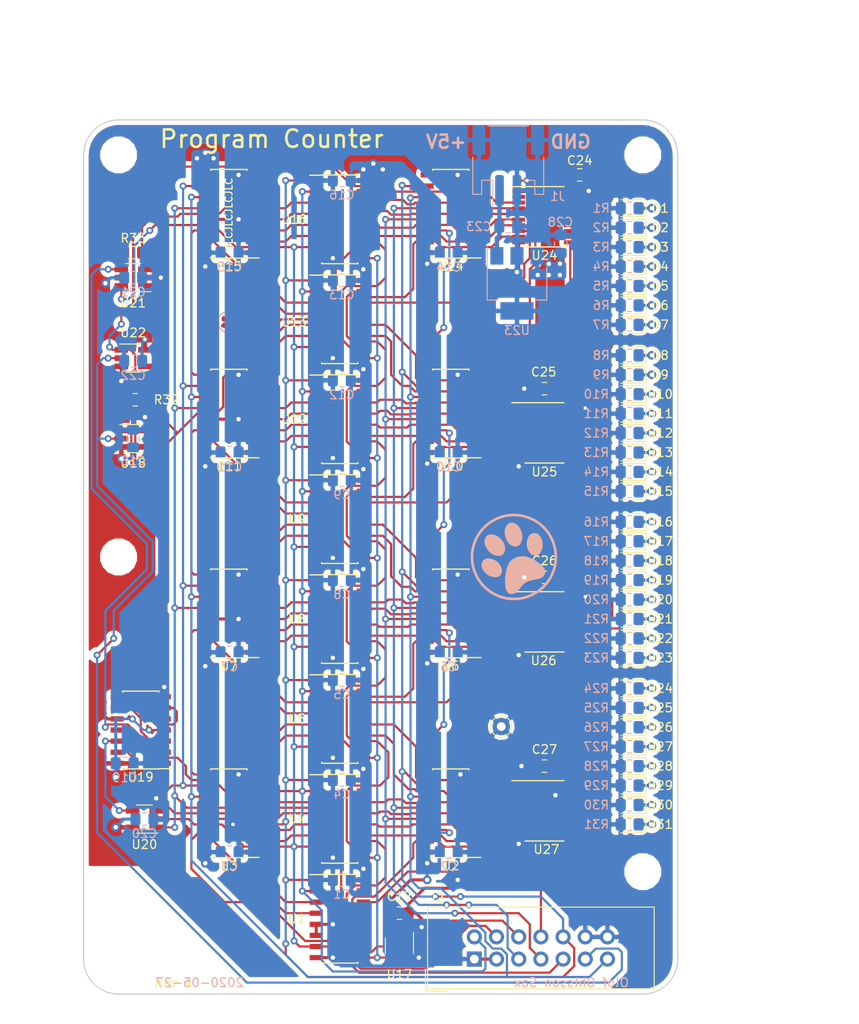
<source format=kicad_pcb>
(kicad_pcb (version 20171130) (host pcbnew 5.0.2-bee76a0~70~ubuntu18.04.1)
  (layers (0 F.Cu signal) (31 B.Cu signal) (34 B.Paste user) (35 F.Paste user) (36 B.SilkS user) (37 F.SilkS user) (38 B.Mask user) (39 F.Mask user) (44 Edge.Cuts user))
  (net 0 "")
  (net 1 VCC)
  (net 2 GND)
  (net 3 /CLK)
  (net 4 /BUS_CLK)
  (net 5 /IN)
  (net 6 /IN_LATCH)
  (net 7 /OUT_LATCH)
  (net 8 /OUT_S~P~)
  (net 9 /OUT)
  (net 10 /CNT_EN)
  (net 11 /~RESET)
  (net 12 /CNT_2)
  (net 13 "Net-(U1-Pad15)")
  (net 14 "Net-(U1-Pad12)")
  (net 15 "Net-(U1-Pad11)")
  (net 16 /CNT_~PE)
  (net 17 "Net-(U19-Pad8)")
  (net 18 "Net-(U17-Pad1)")
  (net 19 "Net-(U15-Pad7)")
  (net 20 "Net-(U15-Pad9)")
  (net 21 /D1)
  (net 22 /D6)
  (net 23 /D5)
  (net 24 /D4)
  (net 25 /D3)
  (net 26 /D2)
  (net 27 /D7)
  (net 28 /D8)
  (net 29 /D9)
  (net 30 /D10)
  (net 31 /D11)
  (net 32 /D12)
  (net 33 /D13)
  (net 34 /D15)
  (net 35 /D14)
  (net 36 /D16)
  (net 37 /D17)
  (net 38 /D18)
  (net 39 /D19)
  (net 40 /D20)
  (net 41 /D21)
  (net 42 /D23)
  (net 43 /D22)
  (net 44 /D24)
  (net 45 /D25)
  (net 46 /D26)
  (net 47 /D27)
  (net 48 /D28)
  (net 49 /D29)
  (net 50 /D31)
  (net 51 /Q1)
  (net 52 /Q23)
  (net 53 /Q16)
  (net 54 /Q17)
  (net 55 /Q18)
  (net 56 /Q19)
  (net 57 /Q20)
  (net 58 /Q21)
  (net 59 /Q22)
  (net 60 /Q7)
  (net 61 /Q2)
  (net 62 /Q3)
  (net 63 /Q4)
  (net 64 /Q5)
  (net 65 /Q6)
  (net 66 /Q9)
  (net 67 /Q8)
  (net 68 /Q13)
  (net 69 /Q12)
  (net 70 /Q11)
  (net 71 /Q10)
  (net 72 /Q15)
  (net 73 /Q14)
  (net 74 /Q25)
  (net 75 /Q24)
  (net 76 /Q29)
  (net 77 /Q28)
  (net 78 /Q27)
  (net 79 /Q26)
  (net 80 /Q30)
  (net 81 /Q31)
  (net 82 /D8')
  (net 83 /D16')
  (net 84 /D24')
  (net 85 /Q24')
  (net 86 /Q16')
  (net 87 /Q8')
  (net 88 /Q1_FF_D)
  (net 89 /TC1)
  (net 90 /Q1_OR_~Q1)
  (net 91 /~Q1)
  (net 92 /TC5)
  (net 93 /TC9)
  (net 94 /TC13)
  (net 95 /TC17)
  (net 96 /TC21)
  (net 97 /TC25)
  (net 98 /TC29)
  (net 99 /Q1_FF_C)
  (net 100 /Q1_CLK)
  (net 101 /V_IN)
  (net 102 "Net-(D5-Pad1)")
  (net 103 "Net-(D13-Pad1)")
  (net 104 "Net-(D12-Pad1)")
  (net 105 "Net-(D11-Pad1)")
  (net 106 "Net-(D10-Pad1)")
  (net 107 "Net-(D9-Pad1)")
  (net 108 "Net-(D8-Pad1)")
  (net 109 "Net-(D7-Pad1)")
  (net 110 "Net-(D6-Pad1)")
  (net 111 "Net-(D1-Pad1)")
  (net 112 "Net-(D4-Pad1)")
  (net 113 "Net-(D3-Pad1)")
  (net 114 "Net-(D2-Pad1)")
  (net 115 "Net-(D16-Pad1)")
  (net 116 "Net-(D15-Pad1)")
  (net 117 "Net-(D30-Pad1)")
  (net 118 "Net-(D29-Pad1)")
  (net 119 "Net-(D28-Pad1)")
  (net 120 "Net-(D27-Pad1)")
  (net 121 "Net-(D26-Pad1)")
  (net 122 "Net-(D25-Pad1)")
  (net 123 "Net-(D24-Pad1)")
  (net 124 "Net-(D23-Pad1)")
  (net 125 "Net-(D21-Pad1)")
  (net 126 "Net-(D14-Pad1)")
  (net 127 "Net-(D31-Pad1)")
  (net 128 "Net-(D17-Pad1)")
  (net 129 "Net-(D19-Pad1)")
  (net 130 "Net-(D22-Pad1)")
  (net 131 "Net-(D20-Pad1)")
  (net 132 "Net-(D18-Pad1)")
  (net 133 "Net-(D31-Pad2)")
  (net 134 "Net-(D30-Pad2)")
  (net 135 "Net-(D29-Pad2)")
  (net 136 "Net-(D28-Pad2)")
  (net 137 "Net-(D27-Pad2)")
  (net 138 "Net-(D26-Pad2)")
  (net 139 "Net-(D25-Pad2)")
  (net 140 "Net-(D1-Pad2)")
  (net 141 "Net-(D2-Pad2)")
  (net 142 "Net-(D3-Pad2)")
  (net 143 "Net-(D4-Pad2)")
  (net 144 "Net-(D5-Pad2)")
  (net 145 "Net-(D6-Pad2)")
  (net 146 "Net-(D7-Pad2)")
  (net 147 "Net-(D8-Pad2)")
  (net 148 "Net-(D16-Pad2)")
  (net 149 "Net-(D15-Pad2)")
  (net 150 "Net-(D14-Pad2)")
  (net 151 "Net-(D13-Pad2)")
  (net 152 "Net-(D12-Pad2)")
  (net 153 "Net-(D11-Pad2)")
  (net 154 "Net-(D10-Pad2)")
  (net 155 "Net-(D9-Pad2)")
  (net 156 "Net-(D17-Pad2)")
  (net 157 "Net-(D18-Pad2)")
  (net 158 "Net-(D19-Pad2)")
  (net 159 "Net-(D20-Pad2)")
  (net 160 "Net-(D21-Pad2)")
  (net 161 "Net-(D22-Pad2)")
  (net 162 "Net-(D23-Pad2)")
  (net 163 "Net-(D24-Pad2)")
  (net 164 "Net-(U24-Pad18)")
  (net 165 /D30)
  (module Connector_IDC:IDC-Header_2x07_P2.54mm_Vertical (layer F.Cu) (at 152.7175 164 90)
    (fp_text reference J2 (at 7 -4.3175 180) (layer F.SilkS))
    (fp_text value Conn_PC)
    (pad 14 thru_hole oval (at 2.54 15.24 90) (size 1.7272 1.7272) (drill 1.016) (layers *.Cu *.Mask) (net 2 GND))
    (pad 13 thru_hole oval (at 0 15.24 90) (size 1.7272 1.7272) (drill 1.016) (layers *.Cu *.Mask) (net 4 /BUS_CLK))
    (pad 12 thru_hole oval (at 2.54 12.7 90) (size 1.7272 1.7272) (drill 1.016) (layers *.Cu *.Mask) (net 2 GND))
    (pad 11 thru_hole oval (at 0 12.7 90) (size 1.7272 1.7272) (drill 1.016) (layers *.Cu *.Mask) (net 12 /CNT_2))
    (pad 10 thru_hole oval (at 2.54 10.16 90) (size 1.7272 1.7272) (drill 1.016) (layers *.Cu *.Mask) (net 11 /~RESET))
    (pad 9 thru_hole oval (at 0 10.16 90) (size 1.7272 1.7272) (drill 1.016) (layers *.Cu *.Mask) (net 10 /CNT_EN))
    (pad 8 thru_hole oval (at 2.54 7.62 90) (size 1.7272 1.7272) (drill 1.016) (layers *.Cu *.Mask) (net 9 /OUT))
    (pad 7 thru_hole oval (at 0 7.62 90) (size 1.7272 1.7272) (drill 1.016) (layers *.Cu *.Mask) (net 8 /OUT_S~P~))
    (pad 6 thru_hole oval (at 2.54 5.08 90) (size 1.7272 1.7272) (drill 1.016) (layers *.Cu *.Mask) (net 6 /IN_LATCH))
    (pad 5 thru_hole oval (at 0 5.08 90) (size 1.7272 1.7272) (drill 1.016) (layers *.Cu *.Mask) (net 7 /OUT_LATCH))
    (pad 4 thru_hole oval (at 2.54 2.54 90) (size 1.7272 1.7272) (drill 1.016) (layers *.Cu *.Mask) (net 5 /IN))
    (pad 3 thru_hole oval (at 0 2.54 90) (size 1.7272 1.7272) (drill 1.016) (layers *.Cu *.Mask) (net 2 GND))
    (pad 2 thru_hole oval (at 2.54 0 90) (size 1.7272 1.7272) (drill 1.016) (layers *.Cu *.Mask) (net 3 /CLK))
    (pad 1 thru_hole rect (at 0 0 90) (size 1.7272 1.7272) (drill 1.016) (layers *.Cu *.Mask) (net 2 GND))
  )
  (module Capacitor_SMD:C_0805_2012Metric_Pad1.15x1.40mm_HandSolder (layer B.Cu) (at 113.665 86.0425)
    (fp_text reference C21 (at 0 1.65) (layer B.SilkS) (effects (justify mirror)))
    (fp_text value 100n)
    (pad 1 smd roundrect (at -1.025 0) (size 1.15 1.4) (layers B.Cu B.Paste B.Mask) (roundrect_rratio 0.217391) (net 1 VCC))
    (pad 2 smd roundrect (at 1.025 0) (size 1.15 1.4) (layers B.Cu B.Paste B.Mask) (roundrect_rratio 0.217391) (net 2 GND))
  )
  (module Package_SO:TSSOP-20_4.4x6.5mm_P0.65mm (layer F.Cu) (at 160.7475 103.8)
    (fp_text reference U25 (at 0 4.4675) (layer F.SilkS))
    (fp_text value 74HC541)
    (pad 20 smd rect (at 2.95 -2.925) (size 1.45 0.45) (layers F.Cu F.Paste F.Mask) (net 1 VCC))
    (pad 19 smd rect (at 2.95 -2.275) (size 1.45 0.45) (layers F.Cu F.Paste F.Mask) (net 2 GND))
    (pad 18 smd rect (at 2.95 -1.625) (size 1.45 0.45) (layers F.Cu F.Paste F.Mask) (net 147 "Net-(D8-Pad2)"))
    (pad 17 smd rect (at 2.95 -0.975) (size 1.45 0.45) (layers F.Cu F.Paste F.Mask) (net 155 "Net-(D9-Pad2)"))
    (pad 16 smd rect (at 2.95 -0.325) (size 1.45 0.45) (layers F.Cu F.Paste F.Mask) (net 154 "Net-(D10-Pad2)"))
    (pad 15 smd rect (at 2.95 0.325) (size 1.45 0.45) (layers F.Cu F.Paste F.Mask) (net 153 "Net-(D11-Pad2)"))
    (pad 14 smd rect (at 2.95 0.975) (size 1.45 0.45) (layers F.Cu F.Paste F.Mask) (net 152 "Net-(D12-Pad2)"))
    (pad 13 smd rect (at 2.95 1.625) (size 1.45 0.45) (layers F.Cu F.Paste F.Mask) (net 151 "Net-(D13-Pad2)"))
    (pad 12 smd rect (at 2.95 2.275) (size 1.45 0.45) (layers F.Cu F.Paste F.Mask) (net 150 "Net-(D14-Pad2)"))
    (pad 11 smd rect (at 2.95 2.925) (size 1.45 0.45) (layers F.Cu F.Paste F.Mask) (net 149 "Net-(D15-Pad2)"))
    (pad 10 smd rect (at -2.95 2.925) (size 1.45 0.45) (layers F.Cu F.Paste F.Mask) (net 2 GND))
    (pad 9 smd rect (at -2.95 2.275) (size 1.45 0.45) (layers F.Cu F.Paste F.Mask) (net 72 /Q15))
    (pad 8 smd rect (at -2.95 1.625) (size 1.45 0.45) (layers F.Cu F.Paste F.Mask) (net 73 /Q14))
    (pad 7 smd rect (at -2.95 0.975) (size 1.45 0.45) (layers F.Cu F.Paste F.Mask) (net 68 /Q13))
    (pad 6 smd rect (at -2.95 0.325) (size 1.45 0.45) (layers F.Cu F.Paste F.Mask) (net 69 /Q12))
    (pad 5 smd rect (at -2.95 -0.325) (size 1.45 0.45) (layers F.Cu F.Paste F.Mask) (net 70 /Q11))
    (pad 4 smd rect (at -2.95 -0.975) (size 1.45 0.45) (layers F.Cu F.Paste F.Mask) (net 71 /Q10))
    (pad 3 smd rect (at -2.95 -1.625) (size 1.45 0.45) (layers F.Cu F.Paste F.Mask) (net 66 /Q9))
    (pad 2 smd rect (at -2.95 -2.275) (size 1.45 0.45) (layers F.Cu F.Paste F.Mask) (net 67 /Q8))
    (pad 1 smd rect (at -2.95 -2.925) (size 1.45 0.45) (layers F.Cu F.Paste F.Mask) (net 2 GND))
  )
  (module Package_SO:TSSOP-20_4.4x6.5mm_P0.65mm (layer F.Cu) (at 160.7475 79.08)
    (fp_text reference U24 (at 0 4.4225) (layer F.SilkS))
    (fp_text value 74HC541)
    (pad 1 smd rect (at -2.95 -2.925) (size 1.45 0.45) (layers F.Cu F.Paste F.Mask) (net 2 GND))
    (pad 2 smd rect (at -2.95 -2.275) (size 1.45 0.45) (layers F.Cu F.Paste F.Mask) (net 2 GND))
    (pad 3 smd rect (at -2.95 -1.625) (size 1.45 0.45) (layers F.Cu F.Paste F.Mask) (net 51 /Q1))
    (pad 4 smd rect (at -2.95 -0.975) (size 1.45 0.45) (layers F.Cu F.Paste F.Mask) (net 61 /Q2))
    (pad 5 smd rect (at -2.95 -0.325) (size 1.45 0.45) (layers F.Cu F.Paste F.Mask) (net 62 /Q3))
    (pad 6 smd rect (at -2.95 0.325) (size 1.45 0.45) (layers F.Cu F.Paste F.Mask) (net 63 /Q4))
    (pad 7 smd rect (at -2.95 0.975) (size 1.45 0.45) (layers F.Cu F.Paste F.Mask) (net 64 /Q5))
    (pad 8 smd rect (at -2.95 1.625) (size 1.45 0.45) (layers F.Cu F.Paste F.Mask) (net 65 /Q6))
    (pad 9 smd rect (at -2.95 2.275) (size 1.45 0.45) (layers F.Cu F.Paste F.Mask) (net 60 /Q7))
    (pad 10 smd rect (at -2.95 2.925) (size 1.45 0.45) (layers F.Cu F.Paste F.Mask) (net 2 GND))
    (pad 11 smd rect (at 2.95 2.925) (size 1.45 0.45) (layers F.Cu F.Paste F.Mask) (net 146 "Net-(D7-Pad2)"))
    (pad 12 smd rect (at 2.95 2.275) (size 1.45 0.45) (layers F.Cu F.Paste F.Mask) (net 145 "Net-(D6-Pad2)"))
    (pad 13 smd rect (at 2.95 1.625) (size 1.45 0.45) (layers F.Cu F.Paste F.Mask) (net 144 "Net-(D5-Pad2)"))
    (pad 14 smd rect (at 2.95 0.975) (size 1.45 0.45) (layers F.Cu F.Paste F.Mask) (net 143 "Net-(D4-Pad2)"))
    (pad 15 smd rect (at 2.95 0.325) (size 1.45 0.45) (layers F.Cu F.Paste F.Mask) (net 142 "Net-(D3-Pad2)"))
    (pad 16 smd rect (at 2.95 -0.325) (size 1.45 0.45) (layers F.Cu F.Paste F.Mask) (net 141 "Net-(D2-Pad2)"))
    (pad 17 smd rect (at 2.95 -0.975) (size 1.45 0.45) (layers F.Cu F.Paste F.Mask) (net 140 "Net-(D1-Pad2)"))
    (pad 18 smd rect (at 2.95 -1.625) (size 1.45 0.45) (layers F.Cu F.Paste F.Mask) (net 164 "Net-(U24-Pad18)"))
    (pad 19 smd rect (at 2.95 -2.275) (size 1.45 0.45) (layers F.Cu F.Paste F.Mask) (net 2 GND))
    (pad 20 smd rect (at 2.95 -2.925) (size 1.45 0.45) (layers F.Cu F.Paste F.Mask) (net 1 VCC))
  )
  (module Capacitor_SMD:C_0805_2012Metric_Pad1.15x1.40mm_HandSolder (layer B.Cu) (at 162.6 82.2 90)
    (fp_text reference C28 (at 2.5075 -0.04 180) (layer B.SilkS) (effects (justify mirror)))
    (fp_text value 1u)
    (pad 2 smd roundrect (at 1.025 0 90) (size 1.15 1.4) (layers B.Cu B.Paste B.Mask) (roundrect_rratio 0.217391) (net 2 GND))
    (pad 1 smd roundrect (at -1.025 0 90) (size 1.15 1.4) (layers B.Cu B.Paste B.Mask) (roundrect_rratio 0.217391) (net 1 VCC))
  )
  (module Package_TO_SOT_SMD:SOT-223-3_TabPin2 (layer B.Cu) (at 157.6 86.7 270)
    (fp_text reference U23 (at 5.375 0) (layer B.SilkS) (effects (justify mirror)))
    (fp_text value MCP1825S)
    (pad 2 smd rect (at 3.15 0 270) (size 2 3.8) (layers B.Cu B.Paste B.Mask) (net 2 GND))
    (pad 2 smd rect (at -3.15 0 270) (size 2 1.5) (layers B.Cu B.Paste B.Mask) (net 2 GND))
    (pad 3 smd rect (at -3.15 -2.3 270) (size 2 1.5) (layers B.Cu B.Paste B.Mask) (net 1 VCC))
    (pad 1 smd rect (at -3.15 2.3 270) (size 2 1.5) (layers B.Cu B.Paste B.Mask) (net 101 /V_IN))
  )
  (module Resistor_SMD:R_0805_2012Metric_Pad1.15x1.40mm_HandSolder (layer B.Cu) (at 170.4975 80.3275 180)
    (fp_text reference R2 (at 3.25 0 180) (layer B.SilkS) (effects (justify mirror)))
    (fp_text value 330)
    (pad 2 smd roundrect (at 1.025 0 180) (size 1.15 1.4) (layers B.Cu B.Paste B.Mask) (roundrect_rratio 0.217391) (net 2 GND))
    (pad 1 smd roundrect (at -1.025 0 180) (size 1.15 1.4) (layers B.Cu B.Paste B.Mask) (roundrect_rratio 0.217391) (net 114 "Net-(D2-Pad1)"))
  )
  (module Resistor_SMD:R_0805_2012Metric_Pad1.15x1.40mm_HandSolder (layer B.Cu) (at 170.4975 78.105 180)
    (fp_text reference R1 (at 3.25 0 180) (layer B.SilkS) (effects (justify mirror)))
    (fp_text value 330)
    (pad 1 smd roundrect (at -1.025 0 180) (size 1.15 1.4) (layers B.Cu B.Paste B.Mask) (roundrect_rratio 0.217391) (net 111 "Net-(D1-Pad1)"))
    (pad 2 smd roundrect (at 1.025 0 180) (size 1.15 1.4) (layers B.Cu B.Paste B.Mask) (roundrect_rratio 0.217391) (net 2 GND))
  )
  (module Package_SO:TSSOP-20_4.4x6.5mm_P0.65mm (layer F.Cu) (at 160.7475 147.04)
    (fp_text reference U27 (at 0.225 4.4075) (layer F.SilkS))
    (fp_text value 74HC541)
    (pad 20 smd rect (at 2.95 -2.925) (size 1.45 0.45) (layers F.Cu F.Paste F.Mask) (net 1 VCC))
    (pad 19 smd rect (at 2.95 -2.275) (size 1.45 0.45) (layers F.Cu F.Paste F.Mask) (net 2 GND))
    (pad 18 smd rect (at 2.95 -1.625) (size 1.45 0.45) (layers F.Cu F.Paste F.Mask) (net 163 "Net-(D24-Pad2)"))
    (pad 17 smd rect (at 2.95 -0.975) (size 1.45 0.45) (layers F.Cu F.Paste F.Mask) (net 139 "Net-(D25-Pad2)"))
    (pad 16 smd rect (at 2.95 -0.325) (size 1.45 0.45) (layers F.Cu F.Paste F.Mask) (net 138 "Net-(D26-Pad2)"))
    (pad 15 smd rect (at 2.95 0.325) (size 1.45 0.45) (layers F.Cu F.Paste F.Mask) (net 137 "Net-(D27-Pad2)"))
    (pad 14 smd rect (at 2.95 0.975) (size 1.45 0.45) (layers F.Cu F.Paste F.Mask) (net 136 "Net-(D28-Pad2)"))
    (pad 13 smd rect (at 2.95 1.625) (size 1.45 0.45) (layers F.Cu F.Paste F.Mask) (net 135 "Net-(D29-Pad2)"))
    (pad 12 smd rect (at 2.95 2.275) (size 1.45 0.45) (layers F.Cu F.Paste F.Mask) (net 134 "Net-(D30-Pad2)"))
    (pad 11 smd rect (at 2.95 2.925) (size 1.45 0.45) (layers F.Cu F.Paste F.Mask) (net 133 "Net-(D31-Pad2)"))
    (pad 10 smd rect (at -2.95 2.925) (size 1.45 0.45) (layers F.Cu F.Paste F.Mask) (net 2 GND))
    (pad 9 smd rect (at -2.95 2.275) (size 1.45 0.45) (layers F.Cu F.Paste F.Mask) (net 81 /Q31))
    (pad 8 smd rect (at -2.95 1.625) (size 1.45 0.45) (layers F.Cu F.Paste F.Mask) (net 80 /Q30))
    (pad 7 smd rect (at -2.95 0.975) (size 1.45 0.45) (layers F.Cu F.Paste F.Mask) (net 76 /Q29))
    (pad 6 smd rect (at -2.95 0.325) (size 1.45 0.45) (layers F.Cu F.Paste F.Mask) (net 77 /Q28))
    (pad 5 smd rect (at -2.95 -0.325) (size 1.45 0.45) (layers F.Cu F.Paste F.Mask) (net 78 /Q27))
    (pad 4 smd rect (at -2.95 -0.975) (size 1.45 0.45) (layers F.Cu F.Paste F.Mask) (net 79 /Q26))
    (pad 3 smd rect (at -2.95 -1.625) (size 1.45 0.45) (layers F.Cu F.Paste F.Mask) (net 74 /Q25))
    (pad 2 smd rect (at -2.95 -2.275) (size 1.45 0.45) (layers F.Cu F.Paste F.Mask) (net 75 /Q24))
    (pad 1 smd rect (at -2.95 -2.925) (size 1.45 0.45) (layers F.Cu F.Paste F.Mask) (net 2 GND))
  )
  (module Package_SO:TSSOP-20_4.4x6.5mm_P0.65mm (layer F.Cu) (at 160.7475 125.42)
    (fp_text reference U26 (at -0.0925 4.4375) (layer F.SilkS))
    (fp_text value 74HC541)
    (pad 1 smd rect (at -2.95 -2.925) (size 1.45 0.45) (layers F.Cu F.Paste F.Mask) (net 2 GND))
    (pad 2 smd rect (at -2.95 -2.275) (size 1.45 0.45) (layers F.Cu F.Paste F.Mask) (net 53 /Q16))
    (pad 3 smd rect (at -2.95 -1.625) (size 1.45 0.45) (layers F.Cu F.Paste F.Mask) (net 54 /Q17))
    (pad 4 smd rect (at -2.95 -0.975) (size 1.45 0.45) (layers F.Cu F.Paste F.Mask) (net 55 /Q18))
    (pad 5 smd rect (at -2.95 -0.325) (size 1.45 0.45) (layers F.Cu F.Paste F.Mask) (net 56 /Q19))
    (pad 6 smd rect (at -2.95 0.325) (size 1.45 0.45) (layers F.Cu F.Paste F.Mask) (net 57 /Q20))
    (pad 7 smd rect (at -2.95 0.975) (size 1.45 0.45) (layers F.Cu F.Paste F.Mask) (net 58 /Q21))
    (pad 8 smd rect (at -2.95 1.625) (size 1.45 0.45) (layers F.Cu F.Paste F.Mask) (net 59 /Q22))
    (pad 9 smd rect (at -2.95 2.275) (size 1.45 0.45) (layers F.Cu F.Paste F.Mask) (net 52 /Q23))
    (pad 10 smd rect (at -2.95 2.925) (size 1.45 0.45) (layers F.Cu F.Paste F.Mask) (net 2 GND))
    (pad 11 smd rect (at 2.95 2.925) (size 1.45 0.45) (layers F.Cu F.Paste F.Mask) (net 162 "Net-(D23-Pad2)"))
    (pad 12 smd rect (at 2.95 2.275) (size 1.45 0.45) (layers F.Cu F.Paste F.Mask) (net 161 "Net-(D22-Pad2)"))
    (pad 13 smd rect (at 2.95 1.625) (size 1.45 0.45) (layers F.Cu F.Paste F.Mask) (net 160 "Net-(D21-Pad2)"))
    (pad 14 smd rect (at 2.95 0.975) (size 1.45 0.45) (layers F.Cu F.Paste F.Mask) (net 159 "Net-(D20-Pad2)"))
    (pad 15 smd rect (at 2.95 0.325) (size 1.45 0.45) (layers F.Cu F.Paste F.Mask) (net 158 "Net-(D19-Pad2)"))
    (pad 16 smd rect (at 2.95 -0.325) (size 1.45 0.45) (layers F.Cu F.Paste F.Mask) (net 157 "Net-(D18-Pad2)"))
    (pad 17 smd rect (at 2.95 -0.975) (size 1.45 0.45) (layers F.Cu F.Paste F.Mask) (net 156 "Net-(D17-Pad2)"))
    (pad 18 smd rect (at 2.95 -1.625) (size 1.45 0.45) (layers F.Cu F.Paste F.Mask) (net 148 "Net-(D16-Pad2)"))
    (pad 19 smd rect (at 2.95 -2.275) (size 1.45 0.45) (layers F.Cu F.Paste F.Mask) (net 2 GND))
    (pad 20 smd rect (at 2.95 -2.925) (size 1.45 0.45) (layers F.Cu F.Paste F.Mask) (net 1 VCC))
  )
  (module Capacitor_SMD:C_0805_2012Metric_Pad1.15x1.40mm_HandSolder (layer F.Cu) (at 160.7475 98.7425 180)
    (fp_text reference C25 (at 0.0925 1.905 180) (layer F.SilkS))
    (fp_text value 100n)
    (pad 2 smd roundrect (at 1.025 0 180) (size 1.15 1.4) (layers F.Cu F.Paste F.Mask) (roundrect_rratio 0.217391) (net 2 GND))
    (pad 1 smd roundrect (at -1.025 0 180) (size 1.15 1.4) (layers F.Cu F.Paste F.Mask) (roundrect_rratio 0.217391) (net 1 VCC))
  )
  (module Capacitor_SMD:C_0805_2012Metric_Pad1.15x1.40mm_HandSolder (layer F.Cu) (at 160.7475 120.3325 180)
    (fp_text reference C26 (at 0 1.905 180) (layer F.SilkS))
    (fp_text value 100n)
    (pad 1 smd roundrect (at -1.025 0 180) (size 1.15 1.4) (layers F.Cu F.Paste F.Mask) (roundrect_rratio 0.217391) (net 1 VCC))
    (pad 2 smd roundrect (at 1.025 0 180) (size 1.15 1.4) (layers F.Cu F.Paste F.Mask) (roundrect_rratio 0.217391) (net 2 GND))
  )
  (module Capacitor_SMD:C_0805_2012Metric_Pad1.15x1.40mm_HandSolder (layer F.Cu) (at 160.7475 141.9225 180)
    (fp_text reference C27 (at 0 1.905 180) (layer F.SilkS))
    (fp_text value 100n)
    (pad 2 smd roundrect (at 1.025 0 180) (size 1.15 1.4) (layers F.Cu F.Paste F.Mask) (roundrect_rratio 0.217391) (net 2 GND))
    (pad 1 smd roundrect (at -1.025 0 180) (size 1.15 1.4) (layers F.Cu F.Paste F.Mask) (roundrect_rratio 0.217391) (net 1 VCC))
  )
  (module Capacitor_SMD:C_0805_2012Metric_Pad1.15x1.40mm_HandSolder (layer F.Cu) (at 164.7825 74.295)
    (fp_text reference C24 (at 0 -1.65) (layer F.SilkS))
    (fp_text value 100n)
    (pad 1 smd roundrect (at -1.025 0) (size 1.15 1.4) (layers F.Cu F.Paste F.Mask) (roundrect_rratio 0.217391) (net 1 VCC))
    (pad 2 smd roundrect (at 1.025 0) (size 1.15 1.4) (layers F.Cu F.Paste F.Mask) (roundrect_rratio 0.217391) (net 2 GND))
  )
  (module LED_SMD:LED_0805_2012Metric_Pad1.15x1.40mm_HandSolder (layer F.Cu) (at 170.4975 82.55 180)
    (fp_text reference D3 (at -3.5 0 180) (layer F.SilkS))
    (fp_text value LED)
    (pad 1 smd roundrect (at -1.025 0 180) (size 1.15 1.4) (layers F.Cu F.Paste F.Mask) (roundrect_rratio 0.217391) (net 113 "Net-(D3-Pad1)"))
    (pad 2 smd roundrect (at 1.025 0 180) (size 1.15 1.4) (layers F.Cu F.Paste F.Mask) (roundrect_rratio 0.217391) (net 142 "Net-(D3-Pad2)"))
  )
  (module LED_SMD:LED_0805_2012Metric_Pad1.15x1.40mm_HandSolder (layer F.Cu) (at 170.4975 84.7725 180)
    (fp_text reference D4 (at -3.5 0 180) (layer F.SilkS))
    (fp_text value LED)
    (pad 2 smd roundrect (at 1.025 0 180) (size 1.15 1.4) (layers F.Cu F.Paste F.Mask) (roundrect_rratio 0.217391) (net 143 "Net-(D4-Pad2)"))
    (pad 1 smd roundrect (at -1.025 0 180) (size 1.15 1.4) (layers F.Cu F.Paste F.Mask) (roundrect_rratio 0.217391) (net 112 "Net-(D4-Pad1)"))
  )
  (module LED_SMD:LED_0805_2012Metric_Pad1.15x1.40mm_HandSolder (layer F.Cu) (at 170.4975 86.995 180)
    (fp_text reference D5 (at -3.5 0 180) (layer F.SilkS))
    (fp_text value LED)
    (pad 1 smd roundrect (at -1.025 0 180) (size 1.15 1.4) (layers F.Cu F.Paste F.Mask) (roundrect_rratio 0.217391) (net 102 "Net-(D5-Pad1)"))
    (pad 2 smd roundrect (at 1.025 0 180) (size 1.15 1.4) (layers F.Cu F.Paste F.Mask) (roundrect_rratio 0.217391) (net 144 "Net-(D5-Pad2)"))
  )
  (module LED_SMD:LED_0805_2012Metric_Pad1.15x1.40mm_HandSolder (layer F.Cu) (at 170.4975 89.2175 180)
    (fp_text reference D6 (at -3.5 0 180) (layer F.SilkS))
    (fp_text value LED)
    (pad 2 smd roundrect (at 1.025 0 180) (size 1.15 1.4) (layers F.Cu F.Paste F.Mask) (roundrect_rratio 0.217391) (net 145 "Net-(D6-Pad2)"))
    (pad 1 smd roundrect (at -1.025 0 180) (size 1.15 1.4) (layers F.Cu F.Paste F.Mask) (roundrect_rratio 0.217391) (net 110 "Net-(D6-Pad1)"))
  )
  (module LED_SMD:LED_0805_2012Metric_Pad1.15x1.40mm_HandSolder (layer F.Cu) (at 170.4975 91.44 180)
    (fp_text reference D7 (at -3.5 0 180) (layer F.SilkS))
    (fp_text value LED)
    (pad 1 smd roundrect (at -1.025 0 180) (size 1.15 1.4) (layers F.Cu F.Paste F.Mask) (roundrect_rratio 0.217391) (net 109 "Net-(D7-Pad1)"))
    (pad 2 smd roundrect (at 1.025 0 180) (size 1.15 1.4) (layers F.Cu F.Paste F.Mask) (roundrect_rratio 0.217391) (net 146 "Net-(D7-Pad2)"))
  )
  (module LED_SMD:LED_0805_2012Metric_Pad1.15x1.40mm_HandSolder (layer F.Cu) (at 170.4975 94.9325 180)
    (fp_text reference D8 (at -3.5 0 180) (layer F.SilkS))
    (fp_text value LED)
    (pad 2 smd roundrect (at 1.025 0 180) (size 1.15 1.4) (layers F.Cu F.Paste F.Mask) (roundrect_rratio 0.217391) (net 147 "Net-(D8-Pad2)"))
    (pad 1 smd roundrect (at -1.025 0 180) (size 1.15 1.4) (layers F.Cu F.Paste F.Mask) (roundrect_rratio 0.217391) (net 108 "Net-(D8-Pad1)"))
  )
  (module LED_SMD:LED_0805_2012Metric_Pad1.15x1.40mm_HandSolder (layer F.Cu) (at 170.4975 97.155 180)
    (fp_text reference D9 (at -3.5 0 180) (layer F.SilkS))
    (fp_text value LED)
    (pad 1 smd roundrect (at -1.025 0 180) (size 1.15 1.4) (layers F.Cu F.Paste F.Mask) (roundrect_rratio 0.217391) (net 107 "Net-(D9-Pad1)"))
    (pad 2 smd roundrect (at 1.025 0 180) (size 1.15 1.4) (layers F.Cu F.Paste F.Mask) (roundrect_rratio 0.217391) (net 155 "Net-(D9-Pad2)"))
  )
  (module LED_SMD:LED_0805_2012Metric_Pad1.15x1.40mm_HandSolder (layer F.Cu) (at 170.4975 101.6 180)
    (fp_text reference D11 (at -3.5 0 180) (layer F.SilkS))
    (fp_text value LED)
    (pad 2 smd roundrect (at 1.025 0 180) (size 1.15 1.4) (layers F.Cu F.Paste F.Mask) (roundrect_rratio 0.217391) (net 153 "Net-(D11-Pad2)"))
    (pad 1 smd roundrect (at -1.025 0 180) (size 1.15 1.4) (layers F.Cu F.Paste F.Mask) (roundrect_rratio 0.217391) (net 105 "Net-(D11-Pad1)"))
  )
  (module LED_SMD:LED_0805_2012Metric_Pad1.15x1.40mm_HandSolder (layer F.Cu) (at 170.4975 103.8225 180)
    (fp_text reference D12 (at -3.5 0 180) (layer F.SilkS))
    (fp_text value LED)
    (pad 1 smd roundrect (at -1.025 0 180) (size 1.15 1.4) (layers F.Cu F.Paste F.Mask) (roundrect_rratio 0.217391) (net 104 "Net-(D12-Pad1)"))
    (pad 2 smd roundrect (at 1.025 0 180) (size 1.15 1.4) (layers F.Cu F.Paste F.Mask) (roundrect_rratio 0.217391) (net 152 "Net-(D12-Pad2)"))
  )
  (module LED_SMD:LED_0805_2012Metric_Pad1.15x1.40mm_HandSolder (layer F.Cu) (at 170.4975 108.2675 180)
    (fp_text reference D14 (at -3.5 0 180) (layer F.SilkS))
    (fp_text value LED)
    (pad 2 smd roundrect (at 1.025 0 180) (size 1.15 1.4) (layers F.Cu F.Paste F.Mask) (roundrect_rratio 0.217391) (net 150 "Net-(D14-Pad2)"))
    (pad 1 smd roundrect (at -1.025 0 180) (size 1.15 1.4) (layers F.Cu F.Paste F.Mask) (roundrect_rratio 0.217391) (net 126 "Net-(D14-Pad1)"))
  )
  (module LED_SMD:LED_0805_2012Metric_Pad1.15x1.40mm_HandSolder (layer F.Cu) (at 170.4975 110.49 180)
    (fp_text reference D15 (at -3.5 0 180) (layer F.SilkS))
    (fp_text value LED)
    (pad 1 smd roundrect (at -1.025 0 180) (size 1.15 1.4) (layers F.Cu F.Paste F.Mask) (roundrect_rratio 0.217391) (net 116 "Net-(D15-Pad1)"))
    (pad 2 smd roundrect (at 1.025 0 180) (size 1.15 1.4) (layers F.Cu F.Paste F.Mask) (roundrect_rratio 0.217391) (net 149 "Net-(D15-Pad2)"))
  )
  (module LED_SMD:LED_0805_2012Metric_Pad1.15x1.40mm_HandSolder (layer F.Cu) (at 170.4975 113.9825 180)
    (fp_text reference D16 (at -3.5 0 180) (layer F.SilkS))
    (fp_text value LED)
    (pad 2 smd roundrect (at 1.025 0 180) (size 1.15 1.4) (layers F.Cu F.Paste F.Mask) (roundrect_rratio 0.217391) (net 148 "Net-(D16-Pad2)"))
    (pad 1 smd roundrect (at -1.025 0 180) (size 1.15 1.4) (layers F.Cu F.Paste F.Mask) (roundrect_rratio 0.217391) (net 115 "Net-(D16-Pad1)"))
  )
  (module LED_SMD:LED_0805_2012Metric_Pad1.15x1.40mm_HandSolder (layer F.Cu) (at 170.4975 106.045 180)
    (fp_text reference D13 (at -3.5 0 180) (layer F.SilkS))
    (fp_text value LED)
    (pad 1 smd roundrect (at -1.025 0 180) (size 1.15 1.4) (layers F.Cu F.Paste F.Mask) (roundrect_rratio 0.217391) (net 103 "Net-(D13-Pad1)"))
    (pad 2 smd roundrect (at 1.025 0 180) (size 1.15 1.4) (layers F.Cu F.Paste F.Mask) (roundrect_rratio 0.217391) (net 151 "Net-(D13-Pad2)"))
  )
  (module LED_SMD:LED_0805_2012Metric_Pad1.15x1.40mm_HandSolder (layer F.Cu) (at 170.4975 116.205 180)
    (fp_text reference D17 (at -3.5 0 180) (layer F.SilkS))
    (fp_text value LED)
    (pad 2 smd roundrect (at 1.025 0 180) (size 1.15 1.4) (layers F.Cu F.Paste F.Mask) (roundrect_rratio 0.217391) (net 156 "Net-(D17-Pad2)"))
    (pad 1 smd roundrect (at -1.025 0 180) (size 1.15 1.4) (layers F.Cu F.Paste F.Mask) (roundrect_rratio 0.217391) (net 128 "Net-(D17-Pad1)"))
  )
  (module LED_SMD:LED_0805_2012Metric_Pad1.15x1.40mm_HandSolder (layer F.Cu) (at 170.4975 80.3275 180)
    (fp_text reference D2 (at -3.5 0 180) (layer F.SilkS))
    (fp_text value LED)
    (pad 1 smd roundrect (at -1.025 0 180) (size 1.15 1.4) (layers F.Cu F.Paste F.Mask) (roundrect_rratio 0.217391) (net 114 "Net-(D2-Pad1)"))
    (pad 2 smd roundrect (at 1.025 0 180) (size 1.15 1.4) (layers F.Cu F.Paste F.Mask) (roundrect_rratio 0.217391) (net 141 "Net-(D2-Pad2)"))
  )
  (module LED_SMD:LED_0805_2012Metric_Pad1.15x1.40mm_HandSolder (layer F.Cu) (at 170.4975 99.3775 180)
    (fp_text reference D10 (at -3.4925 0 180) (layer F.SilkS))
    (fp_text value LED)
    (pad 2 smd roundrect (at 1.025 0 180) (size 1.15 1.4) (layers F.Cu F.Paste F.Mask) (roundrect_rratio 0.217391) (net 154 "Net-(D10-Pad2)"))
    (pad 1 smd roundrect (at -1.025 0 180) (size 1.15 1.4) (layers F.Cu F.Paste F.Mask) (roundrect_rratio 0.217391) (net 106 "Net-(D10-Pad1)"))
  )
  (module LED_SMD:LED_0805_2012Metric_Pad1.15x1.40mm_HandSolder (layer F.Cu) (at 170.4975 118.4275 180)
    (fp_text reference D18 (at -3.5 0 180) (layer F.SilkS))
    (fp_text value LED)
    (pad 1 smd roundrect (at -1.025 0 180) (size 1.15 1.4) (layers F.Cu F.Paste F.Mask) (roundrect_rratio 0.217391) (net 132 "Net-(D18-Pad1)"))
    (pad 2 smd roundrect (at 1.025 0 180) (size 1.15 1.4) (layers F.Cu F.Paste F.Mask) (roundrect_rratio 0.217391) (net 157 "Net-(D18-Pad2)"))
  )
  (module LED_SMD:LED_0805_2012Metric_Pad1.15x1.40mm_HandSolder (layer F.Cu) (at 170.4975 122.8725 180)
    (fp_text reference D20 (at -3.5 0 180) (layer F.SilkS))
    (fp_text value LED)
    (pad 2 smd roundrect (at 1.025 0 180) (size 1.15 1.4) (layers F.Cu F.Paste F.Mask) (roundrect_rratio 0.217391) (net 159 "Net-(D20-Pad2)"))
    (pad 1 smd roundrect (at -1.025 0 180) (size 1.15 1.4) (layers F.Cu F.Paste F.Mask) (roundrect_rratio 0.217391) (net 131 "Net-(D20-Pad1)"))
  )
  (module LED_SMD:LED_0805_2012Metric_Pad1.15x1.40mm_HandSolder (layer F.Cu) (at 170.4975 127.3175 180)
    (fp_text reference D22 (at -3.5 0 180) (layer F.SilkS))
    (fp_text value LED)
    (pad 1 smd roundrect (at -1.025 0 180) (size 1.15 1.4) (layers F.Cu F.Paste F.Mask) (roundrect_rratio 0.217391) (net 130 "Net-(D22-Pad1)"))
    (pad 2 smd roundrect (at 1.025 0 180) (size 1.15 1.4) (layers F.Cu F.Paste F.Mask) (roundrect_rratio 0.217391) (net 161 "Net-(D22-Pad2)"))
  )
  (module LED_SMD:LED_0805_2012Metric_Pad1.15x1.40mm_HandSolder (layer F.Cu) (at 170.4975 135.255 180)
    (fp_text reference D25 (at -3.5 0 180) (layer F.SilkS))
    (fp_text value LED)
    (pad 2 smd roundrect (at 1.025 0 180) (size 1.15 1.4) (layers F.Cu F.Paste F.Mask) (roundrect_rratio 0.217391) (net 139 "Net-(D25-Pad2)"))
    (pad 1 smd roundrect (at -1.025 0 180) (size 1.15 1.4) (layers F.Cu F.Paste F.Mask) (roundrect_rratio 0.217391) (net 122 "Net-(D25-Pad1)"))
  )
  (module LED_SMD:LED_0805_2012Metric_Pad1.15x1.40mm_HandSolder (layer F.Cu) (at 170.4975 129.54 180)
    (fp_text reference D23 (at -3.5 0 180) (layer F.SilkS))
    (fp_text value LED)
    (pad 1 smd roundrect (at -1.025 0 180) (size 1.15 1.4) (layers F.Cu F.Paste F.Mask) (roundrect_rratio 0.217391) (net 124 "Net-(D23-Pad1)"))
    (pad 2 smd roundrect (at 1.025 0 180) (size 1.15 1.4) (layers F.Cu F.Paste F.Mask) (roundrect_rratio 0.217391) (net 162 "Net-(D23-Pad2)"))
  )
  (module LED_SMD:LED_0805_2012Metric_Pad1.15x1.40mm_HandSolder (layer F.Cu) (at 170.4975 133.0325 180)
    (fp_text reference D24 (at -3.5 0 180) (layer F.SilkS))
    (fp_text value LED)
    (pad 2 smd roundrect (at 1.025 0 180) (size 1.15 1.4) (layers F.Cu F.Paste F.Mask) (roundrect_rratio 0.217391) (net 163 "Net-(D24-Pad2)"))
    (pad 1 smd roundrect (at -1.025 0 180) (size 1.15 1.4) (layers F.Cu F.Paste F.Mask) (roundrect_rratio 0.217391) (net 123 "Net-(D24-Pad1)"))
  )
  (module LED_SMD:LED_0805_2012Metric_Pad1.15x1.40mm_HandSolder (layer F.Cu) (at 170.4975 137.4775 180)
    (fp_text reference D26 (at -3.5 0 180) (layer F.SilkS))
    (fp_text value LED)
    (pad 1 smd roundrect (at -1.025 0 180) (size 1.15 1.4) (layers F.Cu F.Paste F.Mask) (roundrect_rratio 0.217391) (net 121 "Net-(D26-Pad1)"))
    (pad 2 smd roundrect (at 1.025 0 180) (size 1.15 1.4) (layers F.Cu F.Paste F.Mask) (roundrect_rratio 0.217391) (net 138 "Net-(D26-Pad2)"))
  )
  (module LED_SMD:LED_0805_2012Metric_Pad1.15x1.40mm_HandSolder (layer F.Cu) (at 170.4975 139.7 180)
    (fp_text reference D27 (at -3.5 0 180) (layer F.SilkS))
    (fp_text value LED)
    (pad 2 smd roundrect (at 1.025 0 180) (size 1.15 1.4) (layers F.Cu F.Paste F.Mask) (roundrect_rratio 0.217391) (net 137 "Net-(D27-Pad2)"))
    (pad 1 smd roundrect (at -1.025 0 180) (size 1.15 1.4) (layers F.Cu F.Paste F.Mask) (roundrect_rratio 0.217391) (net 120 "Net-(D27-Pad1)"))
  )
  (module LED_SMD:LED_0805_2012Metric_Pad1.15x1.40mm_HandSolder (layer F.Cu) (at 170.4975 141.9225 180)
    (fp_text reference D28 (at -3.5 0 180) (layer F.SilkS))
    (fp_text value LED)
    (pad 1 smd roundrect (at -1.025 0 180) (size 1.15 1.4) (layers F.Cu F.Paste F.Mask) (roundrect_rratio 0.217391) (net 119 "Net-(D28-Pad1)"))
    (pad 2 smd roundrect (at 1.025 0 180) (size 1.15 1.4) (layers F.Cu F.Paste F.Mask) (roundrect_rratio 0.217391) (net 136 "Net-(D28-Pad2)"))
  )
  (module LED_SMD:LED_0805_2012Metric_Pad1.15x1.40mm_HandSolder (layer F.Cu) (at 170.4975 144.145 180)
    (fp_text reference D29 (at -3.5 0 180) (layer F.SilkS))
    (fp_text value LED)
    (pad 2 smd roundrect (at 1.025 0 180) (size 1.15 1.4) (layers F.Cu F.Paste F.Mask) (roundrect_rratio 0.217391) (net 135 "Net-(D29-Pad2)"))
    (pad 1 smd roundrect (at -1.025 0 180) (size 1.15 1.4) (layers F.Cu F.Paste F.Mask) (roundrect_rratio 0.217391) (net 118 "Net-(D29-Pad1)"))
  )
  (module LED_SMD:LED_0805_2012Metric_Pad1.15x1.40mm_HandSolder (layer F.Cu) (at 170.4975 146.3675 180)
    (fp_text reference D30 (at -3.5 0 180) (layer F.SilkS))
    (fp_text value LED)
    (pad 1 smd roundrect (at -1.025 0 180) (size 1.15 1.4) (layers F.Cu F.Paste F.Mask) (roundrect_rratio 0.217391) (net 117 "Net-(D30-Pad1)"))
    (pad 2 smd roundrect (at 1.025 0 180) (size 1.15 1.4) (layers F.Cu F.Paste F.Mask) (roundrect_rratio 0.217391) (net 134 "Net-(D30-Pad2)"))
  )
  (module LED_SMD:LED_0805_2012Metric_Pad1.15x1.40mm_HandSolder (layer F.Cu) (at 170.4975 148.59 180)
    (fp_text reference D31 (at -3.5 0 180) (layer F.SilkS))
    (fp_text value LED)
    (pad 2 smd roundrect (at 1.025 0 180) (size 1.15 1.4) (layers F.Cu F.Paste F.Mask) (roundrect_rratio 0.217391) (net 133 "Net-(D31-Pad2)"))
    (pad 1 smd roundrect (at -1.025 0 180) (size 1.15 1.4) (layers F.Cu F.Paste F.Mask) (roundrect_rratio 0.217391) (net 127 "Net-(D31-Pad1)"))
  )
  (module LED_SMD:LED_0805_2012Metric_Pad1.15x1.40mm_HandSolder (layer F.Cu) (at 170.4975 120.65 180)
    (fp_text reference D19 (at -3.5 0 180) (layer F.SilkS))
    (fp_text value LED)
    (pad 2 smd roundrect (at 1.025 0 180) (size 1.15 1.4) (layers F.Cu F.Paste F.Mask) (roundrect_rratio 0.217391) (net 158 "Net-(D19-Pad2)"))
    (pad 1 smd roundrect (at -1.025 0 180) (size 1.15 1.4) (layers F.Cu F.Paste F.Mask) (roundrect_rratio 0.217391) (net 129 "Net-(D19-Pad1)"))
  )
  (module LED_SMD:LED_0805_2012Metric_Pad1.15x1.40mm_HandSolder (layer F.Cu) (at 170.4975 125.095 180)
    (fp_text reference D21 (at -3.5 0 180) (layer F.SilkS))
    (fp_text value LED)
    (pad 1 smd roundrect (at -1.025 0 180) (size 1.15 1.4) (layers F.Cu F.Paste F.Mask) (roundrect_rratio 0.217391) (net 125 "Net-(D21-Pad1)"))
    (pad 2 smd roundrect (at 1.025 0 180) (size 1.15 1.4) (layers F.Cu F.Paste F.Mask) (roundrect_rratio 0.217391) (net 160 "Net-(D21-Pad2)"))
  )
  (module LED_SMD:LED_0805_2012Metric_Pad1.15x1.40mm_HandSolder (layer F.Cu) (at 170.4975 78.105 180)
    (fp_text reference D1 (at -3.5 0 180) (layer F.SilkS))
    (fp_text value LED)
    (pad 2 smd roundrect (at 1.025 0 180) (size 1.15 1.4) (layers F.Cu F.Paste F.Mask) (roundrect_rratio 0.217391) (net 140 "Net-(D1-Pad2)"))
    (pad 1 smd roundrect (at -1.025 0 180) (size 1.15 1.4) (layers F.Cu F.Paste F.Mask) (roundrect_rratio 0.217391) (net 111 "Net-(D1-Pad1)"))
  )
  (module Resistor_SMD:R_0805_2012Metric_Pad1.15x1.40mm_HandSolder (layer B.Cu) (at 170.4975 122.8725 180)
    (fp_text reference R20 (at 3.81 0 180) (layer B.SilkS) (effects (justify mirror)))
    (fp_text value 330)
    (pad 2 smd roundrect (at 1.025 0 180) (size 1.15 1.4) (layers B.Cu B.Paste B.Mask) (roundrect_rratio 0.217391) (net 2 GND))
    (pad 1 smd roundrect (at -1.025 0 180) (size 1.15 1.4) (layers B.Cu B.Paste B.Mask) (roundrect_rratio 0.217391) (net 131 "Net-(D20-Pad1)"))
  )
  (module Resistor_SMD:R_0805_2012Metric_Pad1.15x1.40mm_HandSolder (layer B.Cu) (at 170.4975 127.3175 180)
    (fp_text reference R22 (at 3.81 0 180) (layer B.SilkS) (effects (justify mirror)))
    (fp_text value 330)
    (pad 1 smd roundrect (at -1.025 0 180) (size 1.15 1.4) (layers B.Cu B.Paste B.Mask) (roundrect_rratio 0.217391) (net 130 "Net-(D22-Pad1)"))
    (pad 2 smd roundrect (at 1.025 0 180) (size 1.15 1.4) (layers B.Cu B.Paste B.Mask) (roundrect_rratio 0.217391) (net 2 GND))
  )
  (module Resistor_SMD:R_0805_2012Metric_Pad1.15x1.40mm_HandSolder (layer B.Cu) (at 170.4975 133.0325 180)
    (fp_text reference R24 (at 3.81 0 180) (layer B.SilkS) (effects (justify mirror)))
    (fp_text value 330)
    (pad 2 smd roundrect (at 1.025 0 180) (size 1.15 1.4) (layers B.Cu B.Paste B.Mask) (roundrect_rratio 0.217391) (net 2 GND))
    (pad 1 smd roundrect (at -1.025 0 180) (size 1.15 1.4) (layers B.Cu B.Paste B.Mask) (roundrect_rratio 0.217391) (net 123 "Net-(D24-Pad1)"))
  )
  (module Resistor_SMD:R_0805_2012Metric_Pad1.15x1.40mm_HandSolder (layer B.Cu) (at 170.4975 125.095 180)
    (fp_text reference R21 (at 3.81 0 180) (layer B.SilkS) (effects (justify mirror)))
    (fp_text value 330)
    (pad 1 smd roundrect (at -1.025 0 180) (size 1.15 1.4) (layers B.Cu B.Paste B.Mask) (roundrect_rratio 0.217391) (net 125 "Net-(D21-Pad1)"))
    (pad 2 smd roundrect (at 1.025 0 180) (size 1.15 1.4) (layers B.Cu B.Paste B.Mask) (roundrect_rratio 0.217391) (net 2 GND))
  )
  (module Resistor_SMD:R_0805_2012Metric_Pad1.15x1.40mm_HandSolder (layer B.Cu) (at 170.4975 120.65 180)
    (fp_text reference R19 (at 3.81 0 180) (layer B.SilkS) (effects (justify mirror)))
    (fp_text value 330)
    (pad 2 smd roundrect (at 1.025 0 180) (size 1.15 1.4) (layers B.Cu B.Paste B.Mask) (roundrect_rratio 0.217391) (net 2 GND))
    (pad 1 smd roundrect (at -1.025 0 180) (size 1.15 1.4) (layers B.Cu B.Paste B.Mask) (roundrect_rratio 0.217391) (net 129 "Net-(D19-Pad1)"))
  )
  (module Resistor_SMD:R_0805_2012Metric_Pad1.15x1.40mm_HandSolder (layer B.Cu) (at 170.4975 113.9825 180)
    (fp_text reference R16 (at 3.81 0 180) (layer B.SilkS) (effects (justify mirror)))
    (fp_text value 330)
    (pad 2 smd roundrect (at 1.025 0 180) (size 1.15 1.4) (layers B.Cu B.Paste B.Mask) (roundrect_rratio 0.217391) (net 2 GND))
    (pad 1 smd roundrect (at -1.025 0 180) (size 1.15 1.4) (layers B.Cu B.Paste B.Mask) (roundrect_rratio 0.217391) (net 115 "Net-(D16-Pad1)"))
  )
  (module Resistor_SMD:R_0805_2012Metric_Pad1.15x1.40mm_HandSolder (layer B.Cu) (at 170.4975 129.54 180)
    (fp_text reference R23 (at 3.81 0 180) (layer B.SilkS) (effects (justify mirror)))
    (fp_text value 330)
    (pad 1 smd roundrect (at -1.025 0 180) (size 1.15 1.4) (layers B.Cu B.Paste B.Mask) (roundrect_rratio 0.217391) (net 124 "Net-(D23-Pad1)"))
    (pad 2 smd roundrect (at 1.025 0 180) (size 1.15 1.4) (layers B.Cu B.Paste B.Mask) (roundrect_rratio 0.217391) (net 2 GND))
  )
  (module Resistor_SMD:R_0805_2012Metric_Pad1.15x1.40mm_HandSolder (layer B.Cu) (at 170.4975 135.255 180)
    (fp_text reference R25 (at 3.81 0 180) (layer B.SilkS) (effects (justify mirror)))
    (fp_text value 330)
    (pad 2 smd roundrect (at 1.025 0 180) (size 1.15 1.4) (layers B.Cu B.Paste B.Mask) (roundrect_rratio 0.217391) (net 2 GND))
    (pad 1 smd roundrect (at -1.025 0 180) (size 1.15 1.4) (layers B.Cu B.Paste B.Mask) (roundrect_rratio 0.217391) (net 122 "Net-(D25-Pad1)"))
  )
  (module Resistor_SMD:R_0805_2012Metric_Pad1.15x1.40mm_HandSolder (layer B.Cu) (at 170.4975 137.4775 180)
    (fp_text reference R26 (at 3.81 0 180) (layer B.SilkS) (effects (justify mirror)))
    (fp_text value 330)
    (pad 1 smd roundrect (at -1.025 0 180) (size 1.15 1.4) (layers B.Cu B.Paste B.Mask) (roundrect_rratio 0.217391) (net 121 "Net-(D26-Pad1)"))
    (pad 2 smd roundrect (at 1.025 0 180) (size 1.15 1.4) (layers B.Cu B.Paste B.Mask) (roundrect_rratio 0.217391) (net 2 GND))
  )
  (module Resistor_SMD:R_0805_2012Metric_Pad1.15x1.40mm_HandSolder (layer B.Cu) (at 170.4975 139.7 180)
    (fp_text reference R27 (at 3.81 0 180) (layer B.SilkS) (effects (justify mirror)))
    (fp_text value 330)
    (pad 2 smd roundrect (at 1.025 0 180) (size 1.15 1.4) (layers B.Cu B.Paste B.Mask) (roundrect_rratio 0.217391) (net 2 GND))
    (pad 1 smd roundrect (at -1.025 0 180) (size 1.15 1.4) (layers B.Cu B.Paste B.Mask) (roundrect_rratio 0.217391) (net 120 "Net-(D27-Pad1)"))
  )
  (module Resistor_SMD:R_0805_2012Metric_Pad1.15x1.40mm_HandSolder (layer B.Cu) (at 170.4975 141.9225 180)
    (fp_text reference R28 (at 3.81 0 180) (layer B.SilkS) (effects (justify mirror)))
    (fp_text value 330)
    (pad 1 smd roundrect (at -1.025 0 180) (size 1.15 1.4) (layers B.Cu B.Paste B.Mask) (roundrect_rratio 0.217391) (net 119 "Net-(D28-Pad1)"))
    (pad 2 smd roundrect (at 1.025 0 180) (size 1.15 1.4) (layers B.Cu B.Paste B.Mask) (roundrect_rratio 0.217391) (net 2 GND))
  )
  (module Resistor_SMD:R_0805_2012Metric_Pad1.15x1.40mm_HandSolder (layer B.Cu) (at 170.4975 144.145 180)
    (fp_text reference R29 (at 3.81 0 180) (layer B.SilkS) (effects (justify mirror)))
    (fp_text value 330)
    (pad 2 smd roundrect (at 1.025 0 180) (size 1.15 1.4) (layers B.Cu B.Paste B.Mask) (roundrect_rratio 0.217391) (net 2 GND))
    (pad 1 smd roundrect (at -1.025 0 180) (size 1.15 1.4) (layers B.Cu B.Paste B.Mask) (roundrect_rratio 0.217391) (net 118 "Net-(D29-Pad1)"))
  )
  (module Resistor_SMD:R_0805_2012Metric_Pad1.15x1.40mm_HandSolder (layer B.Cu) (at 170.4975 146.3675 180)
    (fp_text reference R30 (at 3.81 0 180) (layer B.SilkS) (effects (justify mirror)))
    (fp_text value 330)
    (pad 1 smd roundrect (at -1.025 0 180) (size 1.15 1.4) (layers B.Cu B.Paste B.Mask) (roundrect_rratio 0.217391) (net 117 "Net-(D30-Pad1)"))
    (pad 2 smd roundrect (at 1.025 0 180) (size 1.15 1.4) (layers B.Cu B.Paste B.Mask) (roundrect_rratio 0.217391) (net 2 GND))
  )
  (module Resistor_SMD:R_0805_2012Metric_Pad1.15x1.40mm_HandSolder (layer B.Cu) (at 170.4975 148.59 180)
    (fp_text reference R31 (at 3.81 0 180) (layer B.SilkS) (effects (justify mirror)))
    (fp_text value 330)
    (pad 2 smd roundrect (at 1.025 0 180) (size 1.15 1.4) (layers B.Cu B.Paste B.Mask) (roundrect_rratio 0.217391) (net 2 GND))
    (pad 1 smd roundrect (at -1.025 0 180) (size 1.15 1.4) (layers B.Cu B.Paste B.Mask) (roundrect_rratio 0.217391) (net 127 "Net-(D31-Pad1)"))
  )
  (module Resistor_SMD:R_0805_2012Metric_Pad1.15x1.40mm_HandSolder (layer F.Cu) (at 113.909999 100.0125)
    (fp_text reference R32 (at 3.565001 0) (layer F.SilkS))
    (fp_text value 0)
    (pad 1 smd roundrect (at -1.025 0) (size 1.15 1.4) (layers F.Cu F.Paste F.Mask) (roundrect_rratio 0.217391) (net 1 VCC))
    (pad 2 smd roundrect (at 1.025 0) (size 1.15 1.4) (layers F.Cu F.Paste F.Mask) (roundrect_rratio 0.217391) (net 89 /TC1))
  )
  (module Resistor_SMD:R_0805_2012Metric_Pad1.15x1.40mm_HandSolder (layer B.Cu) (at 170.4975 116.205 180)
    (fp_text reference R17 (at 3.81 0 180) (layer B.SilkS) (effects (justify mirror)))
    (fp_text value 330)
    (pad 2 smd roundrect (at 1.025 0 180) (size 1.15 1.4) (layers B.Cu B.Paste B.Mask) (roundrect_rratio 0.217391) (net 2 GND))
    (pad 1 smd roundrect (at -1.025 0 180) (size 1.15 1.4) (layers B.Cu B.Paste B.Mask) (roundrect_rratio 0.217391) (net 128 "Net-(D17-Pad1)"))
  )
  (module Resistor_SMD:R_0805_2012Metric_Pad1.15x1.40mm_HandSolder (layer B.Cu) (at 170.4975 118.4275 180)
    (fp_text reference R18 (at 3.81 0 180) (layer B.SilkS) (effects (justify mirror)))
    (fp_text value 330)
    (pad 1 smd roundrect (at -1.025 0 180) (size 1.15 1.4) (layers B.Cu B.Paste B.Mask) (roundrect_rratio 0.217391) (net 132 "Net-(D18-Pad1)"))
    (pad 2 smd roundrect (at 1.025 0 180) (size 1.15 1.4) (layers B.Cu B.Paste B.Mask) (roundrect_rratio 0.217391) (net 2 GND))
  )
  (module Resistor_SMD:R_0805_2012Metric_Pad1.15x1.40mm_HandSolder (layer B.Cu) (at 170.4975 84.7725 180)
    (fp_text reference R4 (at 3.25 0 180) (layer B.SilkS) (effects (justify mirror)))
    (fp_text value 330)
    (pad 2 smd roundrect (at 1.025 0 180) (size 1.15 1.4) (layers B.Cu B.Paste B.Mask) (roundrect_rratio 0.217391) (net 2 GND))
    (pad 1 smd roundrect (at -1.025 0 180) (size 1.15 1.4) (layers B.Cu B.Paste B.Mask) (roundrect_rratio 0.217391) (net 112 "Net-(D4-Pad1)"))
  )
  (module Resistor_SMD:R_0805_2012Metric_Pad1.15x1.40mm_HandSolder (layer B.Cu) (at 170.4975 86.995 180)
    (fp_text reference R5 (at 3.25 0 180) (layer B.SilkS) (effects (justify mirror)))
    (fp_text value 330)
    (pad 2 smd roundrect (at 1.025 0 180) (size 1.15 1.4) (layers B.Cu B.Paste B.Mask) (roundrect_rratio 0.217391) (net 2 GND))
    (pad 1 smd roundrect (at -1.025 0 180) (size 1.15 1.4) (layers B.Cu B.Paste B.Mask) (roundrect_rratio 0.217391) (net 102 "Net-(D5-Pad1)"))
  )
  (module Resistor_SMD:R_0805_2012Metric_Pad1.15x1.40mm_HandSolder (layer B.Cu) (at 170.4975 89.2175 180)
    (fp_text reference R6 (at 3.25 0 180) (layer B.SilkS) (effects (justify mirror)))
    (fp_text value 330)
    (pad 1 smd roundrect (at -1.025 0 180) (size 1.15 1.4) (layers B.Cu B.Paste B.Mask) (roundrect_rratio 0.217391) (net 110 "Net-(D6-Pad1)"))
    (pad 2 smd roundrect (at 1.025 0 180) (size 1.15 1.4) (layers B.Cu B.Paste B.Mask) (roundrect_rratio 0.217391) (net 2 GND))
  )
  (module Resistor_SMD:R_0805_2012Metric_Pad1.15x1.40mm_HandSolder (layer B.Cu) (at 170.4975 82.55 180)
    (fp_text reference R3 (at 3.25 0 180) (layer B.SilkS) (effects (justify mirror)))
    (fp_text value 330)
    (pad 2 smd roundrect (at 1.025 0 180) (size 1.15 1.4) (layers B.Cu B.Paste B.Mask) (roundrect_rratio 0.217391) (net 2 GND))
    (pad 1 smd roundrect (at -1.025 0 180) (size 1.15 1.4) (layers B.Cu B.Paste B.Mask) (roundrect_rratio 0.217391) (net 113 "Net-(D3-Pad1)"))
  )
  (module Resistor_SMD:R_0805_2012Metric_Pad1.15x1.40mm_HandSolder (layer B.Cu) (at 170.4975 94.9325 180)
    (fp_text reference R8 (at 3.25 0 180) (layer B.SilkS) (effects (justify mirror)))
    (fp_text value 330)
    (pad 1 smd roundrect (at -1.025 0 180) (size 1.15 1.4) (layers B.Cu B.Paste B.Mask) (roundrect_rratio 0.217391) (net 108 "Net-(D8-Pad1)"))
    (pad 2 smd roundrect (at 1.025 0 180) (size 1.15 1.4) (layers B.Cu B.Paste B.Mask) (roundrect_rratio 0.217391) (net 2 GND))
  )
  (module Resistor_SMD:R_0805_2012Metric_Pad1.15x1.40mm_HandSolder (layer B.Cu) (at 170.4975 97.155 180)
    (fp_text reference R9 (at 3.25 0 180) (layer B.SilkS) (effects (justify mirror)))
    (fp_text value 330)
    (pad 2 smd roundrect (at 1.025 0 180) (size 1.15 1.4) (layers B.Cu B.Paste B.Mask) (roundrect_rratio 0.217391) (net 2 GND))
    (pad 1 smd roundrect (at -1.025 0 180) (size 1.15 1.4) (layers B.Cu B.Paste B.Mask) (roundrect_rratio 0.217391) (net 107 "Net-(D9-Pad1)"))
  )
  (module Resistor_SMD:R_0805_2012Metric_Pad1.15x1.40mm_HandSolder (layer B.Cu) (at 170.4975 99.3775 180)
    (fp_text reference R10 (at 3.81 0 180) (layer B.SilkS) (effects (justify mirror)))
    (fp_text value 330)
    (pad 1 smd roundrect (at -1.025 0 180) (size 1.15 1.4) (layers B.Cu B.Paste B.Mask) (roundrect_rratio 0.217391) (net 106 "Net-(D10-Pad1)"))
    (pad 2 smd roundrect (at 1.025 0 180) (size 1.15 1.4) (layers B.Cu B.Paste B.Mask) (roundrect_rratio 0.217391) (net 2 GND))
  )
  (module Resistor_SMD:R_0805_2012Metric_Pad1.15x1.40mm_HandSolder (layer B.Cu) (at 170.4975 101.6 180)
    (fp_text reference R11 (at 3.81 0 180) (layer B.SilkS) (effects (justify mirror)))
    (fp_text value 330)
    (pad 2 smd roundrect (at 1.025 0 180) (size 1.15 1.4) (layers B.Cu B.Paste B.Mask) (roundrect_rratio 0.217391) (net 2 GND))
    (pad 1 smd roundrect (at -1.025 0 180) (size 1.15 1.4) (layers B.Cu B.Paste B.Mask) (roundrect_rratio 0.217391) (net 105 "Net-(D11-Pad1)"))
  )
  (module Resistor_SMD:R_0805_2012Metric_Pad1.15x1.40mm_HandSolder (layer B.Cu) (at 170.4975 103.8225 180)
    (fp_text reference R12 (at 3.81 0 180) (layer B.SilkS) (effects (justify mirror)))
    (fp_text value 330)
    (pad 1 smd roundrect (at -1.025 0 180) (size 1.15 1.4) (layers B.Cu B.Paste B.Mask) (roundrect_rratio 0.217391) (net 104 "Net-(D12-Pad1)"))
    (pad 2 smd roundrect (at 1.025 0 180) (size 1.15 1.4) (layers B.Cu B.Paste B.Mask) (roundrect_rratio 0.217391) (net 2 GND))
  )
  (module Resistor_SMD:R_0805_2012Metric_Pad1.15x1.40mm_HandSolder (layer B.Cu) (at 170.4975 106.045 180)
    (fp_text reference R13 (at 3.81 0 180) (layer B.SilkS) (effects (justify mirror)))
    (fp_text value 330)
    (pad 2 smd roundrect (at 1.025 0 180) (size 1.15 1.4) (layers B.Cu B.Paste B.Mask) (roundrect_rratio 0.217391) (net 2 GND))
    (pad 1 smd roundrect (at -1.025 0 180) (size 1.15 1.4) (layers B.Cu B.Paste B.Mask) (roundrect_rratio 0.217391) (net 103 "Net-(D13-Pad1)"))
  )
  (module Resistor_SMD:R_0805_2012Metric_Pad1.15x1.40mm_HandSolder (layer B.Cu) (at 170.4975 108.2675 180)
    (fp_text reference R14 (at 3.81 0 180) (layer B.SilkS) (effects (justify mirror)))
    (fp_text value 330)
    (pad 2 smd roundrect (at 1.025 0 180) (size 1.15 1.4) (layers B.Cu B.Paste B.Mask) (roundrect_rratio 0.217391) (net 2 GND))
    (pad 1 smd roundrect (at -1.025 0 180) (size 1.15 1.4) (layers B.Cu B.Paste B.Mask) (roundrect_rratio 0.217391) (net 126 "Net-(D14-Pad1)"))
  )
  (module Resistor_SMD:R_0805_2012Metric_Pad1.15x1.40mm_HandSolder (layer B.Cu) (at 170.4975 110.49 180)
    (fp_text reference R15 (at 3.81 0 180) (layer B.SilkS) (effects (justify mirror)))
    (fp_text value 330)
    (pad 2 smd roundrect (at 1.025 0 180) (size 1.15 1.4) (layers B.Cu B.Paste B.Mask) (roundrect_rratio 0.217391) (net 2 GND))
    (pad 1 smd roundrect (at -1.025 0 180) (size 1.15 1.4) (layers B.Cu B.Paste B.Mask) (roundrect_rratio 0.217391) (net 116 "Net-(D15-Pad1)"))
  )
  (module Resistor_SMD:R_0805_2012Metric_Pad1.15x1.40mm_HandSolder (layer B.Cu) (at 170.4975 91.44 180)
    (fp_text reference R7 (at 3.25 0 180) (layer B.SilkS) (effects (justify mirror)))
    (fp_text value 330)
    (pad 1 smd roundrect (at -1.025 0 180) (size 1.15 1.4) (layers B.Cu B.Paste B.Mask) (roundrect_rratio 0.217391) (net 109 "Net-(D7-Pad1)"))
    (pad 2 smd roundrect (at 1.025 0 180) (size 1.15 1.4) (layers B.Cu B.Paste B.Mask) (roundrect_rratio 0.217391) (net 2 GND))
  )
  (module Capacitor_SMD:C_0805_2012Metric_Pad1.15x1.40mm_HandSolder (layer B.Cu) (at 156.6 80.2)
    (fp_text reference C23 (at -3.3745 0) (layer B.SilkS) (effects (justify mirror)))
    (fp_text value 4u7)
    (pad 1 smd roundrect (at -1.025 0) (size 1.15 1.4) (layers B.Cu B.Paste B.Mask) (roundrect_rratio 0.217391) (net 101 /V_IN))
    (pad 2 smd roundrect (at 1.025 0) (size 1.15 1.4) (layers B.Cu B.Paste B.Mask) (roundrect_rratio 0.217391) (net 2 GND))
  )
  (module Connector_JST:JST_PH_S2B-PH-SM4-TB_1x02-1MP_P2.00mm_Horizontal (layer B.Cu) (at 156.6 73.2)
    (fp_text reference J1 (at 5.6425 3.55) (layer B.SilkS) (effects (justify mirror)))
    (fp_text value Conn_Power)
    (pad MP smd roundrect (at 3.35 -2.9) (size 1.5 3.4) (layers B.Cu B.Paste B.Mask) (roundrect_rratio 0.166667) (net 2 GND))
    (pad MP smd roundrect (at -3.35 -2.9) (size 1.5 3.4) (layers B.Cu B.Paste B.Mask) (roundrect_rratio 0.166667) (net 2 GND))
    (pad 2 smd roundrect (at 1 2.85) (size 1 3.5) (layers B.Cu B.Paste B.Mask) (net 2 GND))
    (pad 1 smd roundrect (at -1 2.85) (size 1 3.5) (layers B.Cu B.Paste B.Mask) (net 101 /V_IN))
  )
  (module Package_TO_SOT_SMD:SOT-23-5_HandSoldering (layer F.Cu) (at 113.665 95.25)
    (fp_text reference U22 (at 0 -2.9) (layer F.SilkS))
    (fp_text value 74LVC1G86)
    (pad 1 smd rect (at -1.35 -0.95) (size 1.56 0.65) (layers F.Cu F.Paste F.Mask) (net 51 /Q1))
    (pad 2 smd rect (at -1.35 0) (size 1.56 0.65) (layers F.Cu F.Paste F.Mask) (net 12 /CNT_2))
    (pad 3 smd rect (at -1.35 0.95) (size 1.56 0.65) (layers F.Cu F.Paste F.Mask) (net 2 GND))
    (pad 4 smd rect (at 1.35 0.95) (size 1.56 0.65) (layers F.Cu F.Paste F.Mask) (net 90 /Q1_OR_~Q1))
    (pad 5 smd rect (at 1.35 -0.95) (size 1.56 0.65) (layers F.Cu F.Paste F.Mask) (net 1 VCC))
  )
  (module Package_SO:SOIC-14_3.9x8.7mm_P1.27mm (layer F.Cu) (at 114.53 137.795 180)
    (fp_text reference U19 (at 0 -5.375 180) (layer F.SilkS))
    (fp_text value 74HC74)
    (pad 1 smd rect (at -2.7 -3.81 180) (size 1.5 0.6) (layers F.Cu F.Paste F.Mask) (net 11 /~RESET))
    (pad 2 smd rect (at -2.7 -2.54 180) (size 1.5 0.6) (layers F.Cu F.Paste F.Mask) (net 88 /Q1_FF_D))
    (pad 3 smd rect (at -2.7 -1.27 180) (size 1.5 0.6) (layers F.Cu F.Paste F.Mask) (net 99 /Q1_FF_C))
    (pad 4 smd rect (at -2.7 0 180) (size 1.5 0.6) (layers F.Cu F.Paste F.Mask) (net 1 VCC))
    (pad 5 smd rect (at -2.7 1.27 180) (size 1.5 0.6) (layers F.Cu F.Paste F.Mask) (net 51 /Q1))
    (pad 6 smd rect (at -2.7 2.54 180) (size 1.5 0.6) (layers F.Cu F.Paste F.Mask) (net 91 /~Q1))
    (pad 7 smd rect (at -2.7 3.81 180) (size 1.5 0.6) (layers F.Cu F.Paste F.Mask) (net 2 GND))
    (pad 8 smd rect (at 2.7 3.81 180) (size 1.5 0.6) (layers F.Cu F.Paste F.Mask) (net 17 "Net-(U19-Pad8)"))
    (pad 9 smd rect (at 2.7 2.54 180) (size 1.5 0.6) (layers F.Cu F.Paste F.Mask) (net 99 /Q1_FF_C))
    (pad 10 smd rect (at 2.7 1.27 180) (size 1.5 0.6) (layers F.Cu F.Paste F.Mask) (net 1 VCC))
    (pad 11 smd rect (at 2.7 0 180) (size 1.5 0.6) (layers F.Cu F.Paste F.Mask) (net 3 /CLK))
    (pad 12 smd rect (at 2.7 -1.27 180) (size 1.5 0.6) (layers F.Cu F.Paste F.Mask) (net 100 /Q1_CLK))
    (pad 13 smd rect (at 2.7 -2.54 180) (size 1.5 0.6) (layers F.Cu F.Paste F.Mask) (net 11 /~RESET))
    (pad 14 smd rect (at 2.7 -3.81 180) (size 1.5 0.6) (layers F.Cu F.Paste F.Mask) (net 1 VCC))
  )
  (module Capacitor_SMD:C_0805_2012Metric_Pad1.15x1.40mm_HandSolder (layer B.Cu) (at 114.959105 147.984172)
    (fp_text reference C20 (at 0 1.65) (layer B.SilkS) (effects (justify mirror)))
    (fp_text value 100n)
    (pad 2 smd roundrect (at 1.025 0) (size 1.15 1.4) (layers B.Cu B.Paste B.Mask) (roundrect_rratio 0.217391) (net 2 GND))
    (pad 1 smd roundrect (at -1.025 0) (size 1.15 1.4) (layers B.Cu B.Paste B.Mask) (roundrect_rratio 0.217391) (net 1 VCC))
  )
  (module MountingHole:MountingHole_3.2mm_M3 (layer F.Cu) (at 112 118)
    (fp_text reference H3 hide)
    (fp_text value MountingHole)
    (pad 1 np_thru_hole circle (at 0 0) (size 3.2 3.2) (drill 3.2) (layers *.Cu *.Mask))
  )
  (module MountingHole:MountingHole_3.2mm_M3 (layer F.Cu) (at 112 72)
    (fp_text reference H5 hide)
    (fp_text value MountingHole)
    (pad 1 np_thru_hole circle (at 0 0) (size 3.2 3.2) (drill 3.2) (layers *.Cu *.Mask))
  )
  (module MountingHole:MountingHole_3.2mm_M3 (layer F.Cu) (at 172 72)
    (fp_text reference H6 hide)
    (fp_text value MountingHole)
    (pad 1 np_thru_hole circle (at 0 0) (size 3.2 3.2) (drill 3.2) (layers *.Cu *.Mask))
  )
  (module MountingHole:MountingHole_3.2mm_M3 (layer F.Cu) (at 172 154)
    (fp_text reference H2 hide)
    (fp_text value MountingHole)
    (pad 1 np_thru_hole circle (at 0 0) (size 3.2 3.2) (drill 3.2) (layers *.Cu *.Mask))
  )
  (module MountingHole:MountingHole_3.2mm_M3 (layer F.Cu) (at 112 164)
    (fp_text reference H1 hide)
    (fp_text value MountingHole)
    (pad 1 np_thru_hole circle (at 0 0) (size 3.2 3.2) (drill 3.2) (layers *.Cu *.Mask))
  )
  (module Package_SO:SOIC-16_3.9x9.9mm_P1.27mm (layer F.Cu) (at 150.02 147.32 180)
    (fp_text reference U2 (at 0 -6 180) (layer F.SilkS))
    (fp_text value 74HC597)
    (pad 1 smd rect (at -2.7 -4.445 180) (size 1.5 0.6) (layers F.Cu F.Paste F.Mask) (net 80 /Q30))
    (pad 2 smd rect (at -2.7 -3.175 180) (size 1.5 0.6) (layers F.Cu F.Paste F.Mask) (net 76 /Q29))
    (pad 3 smd rect (at -2.7 -1.905 180) (size 1.5 0.6) (layers F.Cu F.Paste F.Mask) (net 77 /Q28))
    (pad 4 smd rect (at -2.7 -0.635 180) (size 1.5 0.6) (layers F.Cu F.Paste F.Mask) (net 78 /Q27))
    (pad 5 smd rect (at -2.7 0.635 180) (size 1.5 0.6) (layers F.Cu F.Paste F.Mask) (net 79 /Q26))
    (pad 6 smd rect (at -2.7 1.905 180) (size 1.5 0.6) (layers F.Cu F.Paste F.Mask) (net 74 /Q25))
    (pad 7 smd rect (at -2.7 3.175 180) (size 1.5 0.6) (layers F.Cu F.Paste F.Mask) (net 75 /Q24))
    (pad 8 smd rect (at -2.7 4.445 180) (size 1.5 0.6) (layers F.Cu F.Paste F.Mask) (net 2 GND))
    (pad 9 smd rect (at 2.7 4.445 180) (size 1.5 0.6) (layers F.Cu F.Paste F.Mask) (net 85 /Q24'))
    (pad 10 smd rect (at 2.7 3.175 180) (size 1.5 0.6) (layers F.Cu F.Paste F.Mask) (net 11 /~RESET))
    (pad 11 smd rect (at 2.7 1.905 180) (size 1.5 0.6) (layers F.Cu F.Paste F.Mask) (net 4 /BUS_CLK))
    (pad 12 smd rect (at 2.7 0.635 180) (size 1.5 0.6) (layers F.Cu F.Paste F.Mask) (net 7 /OUT_LATCH))
    (pad 13 smd rect (at 2.7 -0.635 180) (size 1.5 0.6) (layers F.Cu F.Paste F.Mask) (net 8 /OUT_S~P~))
    (pad 14 smd rect (at 2.7 -1.905 180) (size 1.5 0.6) (layers F.Cu F.Paste F.Mask) (net 1 VCC))
    (pad 15 smd rect (at 2.7 -3.175 180) (size 1.5 0.6) (layers F.Cu F.Paste F.Mask) (net 81 /Q31))
    (pad 16 smd rect (at 2.7 -4.445 180) (size 1.5 0.6) (layers F.Cu F.Paste F.Mask) (net 1 VCC))
  )
  (module Package_TO_SOT_SMD:SOT-23-5_HandSoldering (layer F.Cu) (at 144.145 162.48 270)
    (fp_text reference U17 (at 3.255 0) (layer F.SilkS))
    (fp_text value 74LVC1G04)
    (pad 1 smd rect (at -1.35 -0.95 270) (size 1.56 0.65) (layers F.Cu F.Paste F.Mask) (net 18 "Net-(U17-Pad1)"))
    (pad 2 smd rect (at -1.35 0 270) (size 1.56 0.65) (layers F.Cu F.Paste F.Mask) (net 6 /IN_LATCH))
    (pad 3 smd rect (at -1.35 0.95 270) (size 1.56 0.65) (layers F.Cu F.Paste F.Mask) (net 1 VCC))
    (pad 4 smd rect (at 1.35 0.95 270) (size 1.56 0.65) (layers F.Cu F.Paste F.Mask) (net 16 /CNT_~PE))
    (pad 5 smd rect (at 1.35 -0.95 270) (size 1.56 0.65) (layers F.Cu F.Paste F.Mask) (net 2 GND))
  )
  (module Capacitor_SMD:C_0805_2012Metric_Pad1.15x1.40mm_HandSolder (layer B.Cu) (at 149.7875 151.765)
    (fp_text reference C2 (at 0 1.65) (layer B.SilkS) (effects (justify mirror)))
    (fp_text value 100n)
    (pad 2 smd roundrect (at 1.025 0) (size 1.15 1.4) (layers B.Cu B.Paste B.Mask) (roundrect_rratio 0.217391) (net 2 GND))
    (pad 1 smd roundrect (at -1.025 0) (size 1.15 1.4) (layers B.Cu B.Paste B.Mask) (roundrect_rratio 0.217391) (net 1 VCC))
  )
  (module Capacitor_SMD:C_0805_2012Metric_Pad1.15x1.40mm_HandSolder (layer B.Cu) (at 124.705 151.765)
    (fp_text reference C3 (at 0 1.65) (layer B.SilkS) (effects (justify mirror)))
    (fp_text value 100n)
    (pad 1 smd roundrect (at -1.025 0) (size 1.15 1.4) (layers B.Cu B.Paste B.Mask) (roundrect_rratio 0.217391) (net 1 VCC))
    (pad 2 smd roundrect (at 1.025 0) (size 1.15 1.4) (layers B.Cu B.Paste B.Mask) (roundrect_rratio 0.217391) (net 2 GND))
  )
  (module Capacitor_SMD:C_0805_2012Metric_Pad1.15x1.40mm_HandSolder (layer B.Cu) (at 137.55 143.51 180)
    (fp_text reference C4 (at 0 -1.65 180) (layer B.SilkS) (effects (justify mirror)))
    (fp_text value 100n)
    (pad 2 smd roundrect (at 1.025 0 180) (size 1.15 1.4) (layers B.Cu B.Paste B.Mask) (roundrect_rratio 0.217391) (net 2 GND))
    (pad 1 smd roundrect (at -1.025 0 180) (size 1.15 1.4) (layers B.Cu B.Paste B.Mask) (roundrect_rratio 0.217391) (net 1 VCC))
  )
  (module Capacitor_SMD:C_0805_2012Metric_Pad1.15x1.40mm_HandSolder (layer B.Cu) (at 137.55 132.08 180)
    (fp_text reference C5 (at 0 -1.65 180) (layer B.SilkS) (effects (justify mirror)))
    (fp_text value 100n)
    (pad 1 smd roundrect (at -1.025 0 180) (size 1.15 1.4) (layers B.Cu B.Paste B.Mask) (roundrect_rratio 0.217391) (net 1 VCC))
    (pad 2 smd roundrect (at 1.025 0 180) (size 1.15 1.4) (layers B.Cu B.Paste B.Mask) (roundrect_rratio 0.217391) (net 2 GND))
  )
  (module Capacitor_SMD:C_0805_2012Metric_Pad1.15x1.40mm_HandSolder (layer B.Cu) (at 149.7875 128.905)
    (fp_text reference C6 (at 0 1.65) (layer B.SilkS) (effects (justify mirror)))
    (fp_text value 100n)
    (pad 2 smd roundrect (at 1.025 0) (size 1.15 1.4) (layers B.Cu B.Paste B.Mask) (roundrect_rratio 0.217391) (net 2 GND))
    (pad 1 smd roundrect (at -1.025 0) (size 1.15 1.4) (layers B.Cu B.Paste B.Mask) (roundrect_rratio 0.217391) (net 1 VCC))
  )
  (module Capacitor_SMD:C_0805_2012Metric_Pad1.15x1.40mm_HandSolder (layer B.Cu) (at 124.705 128.905)
    (fp_text reference C7 (at 0 1.65) (layer B.SilkS) (effects (justify mirror)))
    (fp_text value 100n)
    (pad 1 smd roundrect (at -1.025 0) (size 1.15 1.4) (layers B.Cu B.Paste B.Mask) (roundrect_rratio 0.217391) (net 1 VCC))
    (pad 2 smd roundrect (at 1.025 0) (size 1.15 1.4) (layers B.Cu B.Paste B.Mask) (roundrect_rratio 0.217391) (net 2 GND))
  )
  (module Capacitor_SMD:C_0805_2012Metric_Pad1.15x1.40mm_HandSolder (layer B.Cu) (at 137.55 120.65 180)
    (fp_text reference C8 (at 0 -1.65 180) (layer B.SilkS) (effects (justify mirror)))
    (fp_text value 100n)
    (pad 2 smd roundrect (at 1.025 0 180) (size 1.15 1.4) (layers B.Cu B.Paste B.Mask) (roundrect_rratio 0.217391) (net 2 GND))
    (pad 1 smd roundrect (at -1.025 0 180) (size 1.15 1.4) (layers B.Cu B.Paste B.Mask) (roundrect_rratio 0.217391) (net 1 VCC))
  )
  (module Capacitor_SMD:C_0805_2012Metric_Pad1.15x1.40mm_HandSolder (layer B.Cu) (at 137.55 109.22 180)
    (fp_text reference C9 (at 0 -1.65 180) (layer B.SilkS) (effects (justify mirror)))
    (fp_text value 100n)
    (pad 1 smd roundrect (at -1.025 0 180) (size 1.15 1.4) (layers B.Cu B.Paste B.Mask) (roundrect_rratio 0.217391) (net 1 VCC))
    (pad 2 smd roundrect (at 1.025 0 180) (size 1.15 1.4) (layers B.Cu B.Paste B.Mask) (roundrect_rratio 0.217391) (net 2 GND))
  )
  (module Capacitor_SMD:C_0805_2012Metric_Pad1.15x1.40mm_HandSolder (layer B.Cu) (at 149.7875 106.045)
    (fp_text reference C10 (at 0 1.65) (layer B.SilkS) (effects (justify mirror)))
    (fp_text value 100n)
    (pad 2 smd roundrect (at 1.025 0) (size 1.15 1.4) (layers B.Cu B.Paste B.Mask) (roundrect_rratio 0.217391) (net 2 GND))
    (pad 1 smd roundrect (at -1.025 0) (size 1.15 1.4) (layers B.Cu B.Paste B.Mask) (roundrect_rratio 0.217391) (net 1 VCC))
  )
  (module Capacitor_SMD:C_0805_2012Metric_Pad1.15x1.40mm_HandSolder (layer B.Cu) (at 124.705 106.045)
    (fp_text reference C11 (at 0 1.65) (layer B.SilkS) (effects (justify mirror)))
    (fp_text value 100n)
    (pad 1 smd roundrect (at -1.025 0) (size 1.15 1.4) (layers B.Cu B.Paste B.Mask) (roundrect_rratio 0.217391) (net 1 VCC))
    (pad 2 smd roundrect (at 1.025 0) (size 1.15 1.4) (layers B.Cu B.Paste B.Mask) (roundrect_rratio 0.217391) (net 2 GND))
  )
  (module Capacitor_SMD:C_0805_2012Metric_Pad1.15x1.40mm_HandSolder (layer B.Cu) (at 137.55 97.79 180)
    (fp_text reference C12 (at 0 -1.65 180) (layer B.SilkS) (effects (justify mirror)))
    (fp_text value 100n)
    (pad 2 smd roundrect (at 1.025 0 180) (size 1.15 1.4) (layers B.Cu B.Paste B.Mask) (roundrect_rratio 0.217391) (net 2 GND))
    (pad 1 smd roundrect (at -1.025 0 180) (size 1.15 1.4) (layers B.Cu B.Paste B.Mask) (roundrect_rratio 0.217391) (net 1 VCC))
  )
  (module Capacitor_SMD:C_0805_2012Metric_Pad1.15x1.40mm_HandSolder (layer B.Cu) (at 137.55 154.94 180)
    (fp_text reference C1 (at 0 -1.65 180) (layer B.SilkS) (effects (justify mirror)))
    (fp_text value 100n)
    (pad 1 smd roundrect (at -1.025 0 180) (size 1.15 1.4) (layers B.Cu B.Paste B.Mask) (roundrect_rratio 0.217391) (net 1 VCC))
    (pad 2 smd roundrect (at 1.025 0 180) (size 1.15 1.4) (layers B.Cu B.Paste B.Mask) (roundrect_rratio 0.217391) (net 2 GND))
  )
  (module Capacitor_SMD:C_0805_2012Metric_Pad1.15x1.40mm_HandSolder (layer B.Cu) (at 149.7875 83.185)
    (fp_text reference C14 (at 0 1.65) (layer B.SilkS) (effects (justify mirror)))
    (fp_text value 100n)
    (pad 2 smd roundrect (at 1.025 0) (size 1.15 1.4) (layers B.Cu B.Paste B.Mask) (roundrect_rratio 0.217391) (net 2 GND))
    (pad 1 smd roundrect (at -1.025 0) (size 1.15 1.4) (layers B.Cu B.Paste B.Mask) (roundrect_rratio 0.217391) (net 1 VCC))
  )
  (module Capacitor_SMD:C_0805_2012Metric_Pad1.15x1.40mm_HandSolder (layer B.Cu) (at 124.705 83.185)
    (fp_text reference C15 (at 0 1.65) (layer B.SilkS) (effects (justify mirror)))
    (fp_text value 100n)
    (pad 1 smd roundrect (at -1.025 0) (size 1.15 1.4) (layers B.Cu B.Paste B.Mask) (roundrect_rratio 0.217391) (net 1 VCC))
    (pad 2 smd roundrect (at 1.025 0) (size 1.15 1.4) (layers B.Cu B.Paste B.Mask) (roundrect_rratio 0.217391) (net 2 GND))
  )
  (module Capacitor_SMD:C_0805_2012Metric_Pad1.15x1.40mm_HandSolder (layer B.Cu) (at 137.55 74.93 180)
    (fp_text reference C16 (at 0 -1.65 180) (layer B.SilkS) (effects (justify mirror)))
    (fp_text value 100n)
    (pad 2 smd roundrect (at 1.025 0 180) (size 1.15 1.4) (layers B.Cu B.Paste B.Mask) (roundrect_rratio 0.217391) (net 2 GND))
    (pad 1 smd roundrect (at -1.025 0 180) (size 1.15 1.4) (layers B.Cu B.Paste B.Mask) (roundrect_rratio 0.217391) (net 1 VCC))
  )
  (module Capacitor_SMD:C_0805_2012Metric_Pad1.15x1.40mm_HandSolder (layer F.Cu) (at 144.145 158.75)
    (fp_text reference C17 (at 0 -1.905) (layer F.SilkS))
    (fp_text value 100n)
    (pad 1 smd roundrect (at -1.025 0) (size 1.15 1.4) (layers F.Cu F.Paste F.Mask) (roundrect_rratio 0.217391) (net 1 VCC))
    (pad 2 smd roundrect (at 1.025 0) (size 1.15 1.4) (layers F.Cu F.Paste F.Mask) (roundrect_rratio 0.217391) (net 2 GND))
  )
  (module Capacitor_SMD:C_0805_2012Metric_Pad1.15x1.40mm_HandSolder (layer B.Cu) (at 113.665 104.4575 90)
    (fp_text reference C18 (at -2.54 0 180) (layer B.SilkS) (effects (justify mirror)))
    (fp_text value 100n)
    (pad 2 smd roundrect (at 1.025 0 90) (size 1.15 1.4) (layers B.Cu B.Paste B.Mask) (roundrect_rratio 0.217391) (net 2 GND))
    (pad 1 smd roundrect (at -1.025 0 90) (size 1.15 1.4) (layers B.Cu B.Paste B.Mask) (roundrect_rratio 0.217391) (net 1 VCC))
  )
  (module Capacitor_SMD:C_0805_2012Metric_Pad1.15x1.40mm_HandSolder (layer B.Cu) (at 112.6975 141.605)
    (fp_text reference C19 (at 0 1.65) (layer B.SilkS) (effects (justify mirror)))
    (fp_text value 100n)
    (pad 1 smd roundrect (at -1.025 0) (size 1.15 1.4) (layers B.Cu B.Paste B.Mask) (roundrect_rratio 0.217391) (net 1 VCC))
    (pad 2 smd roundrect (at 1.025 0) (size 1.15 1.4) (layers B.Cu B.Paste B.Mask) (roundrect_rratio 0.217391) (net 2 GND))
  )
  (module Capacitor_SMD:C_0805_2012Metric_Pad1.15x1.40mm_HandSolder (layer B.Cu) (at 113.665 95.5675 180)
    (fp_text reference C22 (at 0 -1.65 180) (layer B.SilkS) (effects (justify mirror)))
    (fp_text value 100n)
    (pad 2 smd roundrect (at 1.025 0 180) (size 1.15 1.4) (layers B.Cu B.Paste B.Mask) (roundrect_rratio 0.217391) (net 2 GND))
    (pad 1 smd roundrect (at -1.025 0 180) (size 1.15 1.4) (layers B.Cu B.Paste B.Mask) (roundrect_rratio 0.217391) (net 1 VCC))
  )
  (module Capacitor_SMD:C_0805_2012Metric_Pad1.15x1.40mm_HandSolder (layer B.Cu) (at 137.55 86.36 180)
    (fp_text reference C13 (at 0 -1.65 180) (layer B.SilkS) (effects (justify mirror)))
    (fp_text value 100n)
    (pad 1 smd roundrect (at -1.025 0 180) (size 1.15 1.4) (layers B.Cu B.Paste B.Mask) (roundrect_rratio 0.217391) (net 1 VCC))
    (pad 2 smd roundrect (at 1.025 0 180) (size 1.15 1.4) (layers B.Cu B.Paste B.Mask) (roundrect_rratio 0.217391) (net 2 GND))
  )
  (module Resistor_SMD:R_0805_2012Metric_Pad1.15x1.40mm_HandSolder (layer F.Cu) (at 113.665 83.185)
    (fp_text reference R33 (at 0 -1.65) (layer F.SilkS))
    (fp_text value 0)
    (pad 1 smd roundrect (at -1.025 0) (size 1.15 1.4) (layers F.Cu F.Paste F.Mask) (roundrect_rratio 0.217391) (net 88 /Q1_FF_D))
    (pad 2 smd roundrect (at 1.025 0) (size 1.15 1.4) (layers F.Cu F.Paste F.Mask) (roundrect_rratio 0.217391) (net 21 /D1))
  )
  (module Package_SO:SOIC-16_3.9x9.9mm_P1.27mm (layer F.Cu) (at 137.32 159.385)
    (fp_text reference U1 (at -4.9225 0) (layer F.SilkS))
    (fp_text value 74HC161)
    (pad 16 smd rect (at 2.7 -4.445) (size 1.5 0.6) (layers F.Cu F.Paste F.Mask) (net 1 VCC))
    (pad 15 smd rect (at 2.7 -3.175) (size 1.5 0.6) (layers F.Cu F.Paste F.Mask) (net 13 "Net-(U1-Pad15)"))
    (pad 14 smd rect (at 2.7 -1.905) (size 1.5 0.6) (layers F.Cu F.Paste F.Mask) (net 80 /Q30))
    (pad 13 smd rect (at 2.7 -0.635) (size 1.5 0.6) (layers F.Cu F.Paste F.Mask) (net 81 /Q31))
    (pad 12 smd rect (at 2.7 0.635) (size 1.5 0.6) (layers F.Cu F.Paste F.Mask) (net 14 "Net-(U1-Pad12)"))
    (pad 11 smd rect (at 2.7 1.905) (size 1.5 0.6) (layers F.Cu F.Paste F.Mask) (net 15 "Net-(U1-Pad11)"))
    (pad 10 smd rect (at 2.7 3.175) (size 1.5 0.6) (layers F.Cu F.Paste F.Mask) (net 98 /TC29))
    (pad 9 smd rect (at 2.7 4.445) (size 1.5 0.6) (layers F.Cu F.Paste F.Mask) (net 16 /CNT_~PE))
    (pad 8 smd rect (at -2.7 4.445) (size 1.5 0.6) (layers F.Cu F.Paste F.Mask) (net 2 GND))
    (pad 7 smd rect (at -2.7 3.175) (size 1.5 0.6) (layers F.Cu F.Paste F.Mask) (net 10 /CNT_EN))
    (pad 6 smd rect (at -2.7 1.905) (size 1.5 0.6) (layers F.Cu F.Paste F.Mask) (net 2 GND))
    (pad 5 smd rect (at -2.7 0.635) (size 1.5 0.6) (layers F.Cu F.Paste F.Mask) (net 2 GND))
    (pad 4 smd rect (at -2.7 -0.635) (size 1.5 0.6) (layers F.Cu F.Paste F.Mask) (net 50 /D31))
    (pad 3 smd rect (at -2.7 -1.905) (size 1.5 0.6) (layers F.Cu F.Paste F.Mask) (net 165 /D30))
    (pad 2 smd rect (at -2.7 -3.175) (size 1.5 0.6) (layers F.Cu F.Paste F.Mask) (net 3 /CLK))
    (pad 1 smd rect (at -2.7 -4.445) (size 1.5 0.6) (layers F.Cu F.Paste F.Mask) (net 11 /~RESET))
  )
  (module Package_SO:SOIC-16_3.9x9.9mm_P1.27mm (layer F.Cu) (at 124.62 147.32 180)
    (fp_text reference U3 (at 0 -6 180) (layer F.SilkS))
    (fp_text value 74HC595)
    (pad 16 smd rect (at 2.7 -4.445 180) (size 1.5 0.6) (layers F.Cu F.Paste F.Mask) (net 1 VCC))
    (pad 15 smd rect (at 2.7 -3.175 180) (size 1.5 0.6) (layers F.Cu F.Paste F.Mask) (net 50 /D31))
    (pad 14 smd rect (at 2.7 -1.905 180) (size 1.5 0.6) (layers F.Cu F.Paste F.Mask) (net 5 /IN))
    (pad 13 smd rect (at 2.7 -0.635 180) (size 1.5 0.6) (layers F.Cu F.Paste F.Mask) (net 2 GND))
    (pad 12 smd rect (at 2.7 0.635 180) (size 1.5 0.6) (layers F.Cu F.Paste F.Mask) (net 6 /IN_LATCH))
    (pad 11 smd rect (at 2.7 1.905 180) (size 1.5 0.6) (layers F.Cu F.Paste F.Mask) (net 4 /BUS_CLK))
    (pad 10 smd rect (at 2.7 3.175 180) (size 1.5 0.6) (layers F.Cu F.Paste F.Mask) (net 11 /~RESET))
    (pad 9 smd rect (at 2.7 4.445 180) (size 1.5 0.6) (layers F.Cu F.Paste F.Mask) (net 84 /D24'))
    (pad 8 smd rect (at -2.7 4.445 180) (size 1.5 0.6) (layers F.Cu F.Paste F.Mask) (net 2 GND))
    (pad 7 smd rect (at -2.7 3.175 180) (size 1.5 0.6) (layers F.Cu F.Paste F.Mask) (net 44 /D24))
    (pad 6 smd rect (at -2.7 1.905 180) (size 1.5 0.6) (layers F.Cu F.Paste F.Mask) (net 45 /D25))
    (pad 5 smd rect (at -2.7 0.635 180) (size 1.5 0.6) (layers F.Cu F.Paste F.Mask) (net 46 /D26))
    (pad 4 smd rect (at -2.7 -0.635 180) (size 1.5 0.6) (layers F.Cu F.Paste F.Mask) (net 47 /D27))
    (pad 3 smd rect (at -2.7 -1.905 180) (size 1.5 0.6) (layers F.Cu F.Paste F.Mask) (net 48 /D28))
    (pad 2 smd rect (at -2.7 -3.175 180) (size 1.5 0.6) (layers F.Cu F.Paste F.Mask) (net 49 /D29))
    (pad 1 smd rect (at -2.7 -4.445 180) (size 1.5 0.6) (layers F.Cu F.Paste F.Mask) (net 165 /D30))
  )
  (module Package_SO:SOIC-16_3.9x9.9mm_P1.27mm (layer F.Cu) (at 137.32 147.955)
    (fp_text reference U4 (at -4.9225 0) (layer F.SilkS))
    (fp_text value 74HC161)
    (pad 1 smd rect (at -2.7 -4.445) (size 1.5 0.6) (layers F.Cu F.Paste F.Mask) (net 11 /~RESET))
    (pad 2 smd rect (at -2.7 -3.175) (size 1.5 0.6) (layers F.Cu F.Paste F.Mask) (net 3 /CLK))
    (pad 3 smd rect (at -2.7 -1.905) (size 1.5 0.6) (layers F.Cu F.Paste F.Mask) (net 46 /D26))
    (pad 4 smd rect (at -2.7 -0.635) (size 1.5 0.6) (layers F.Cu F.Paste F.Mask) (net 47 /D27))
    (pad 5 smd rect (at -2.7 0.635) (size 1.5 0.6) (layers F.Cu F.Paste F.Mask) (net 48 /D28))
    (pad 6 smd rect (at -2.7 1.905) (size 1.5 0.6) (layers F.Cu F.Paste F.Mask) (net 49 /D29))
    (pad 7 smd rect (at -2.7 3.175) (size 1.5 0.6) (layers F.Cu F.Paste F.Mask) (net 10 /CNT_EN))
    (pad 8 smd rect (at -2.7 4.445) (size 1.5 0.6) (layers F.Cu F.Paste F.Mask) (net 2 GND))
    (pad 9 smd rect (at 2.7 4.445) (size 1.5 0.6) (layers F.Cu F.Paste F.Mask) (net 16 /CNT_~PE))
    (pad 10 smd rect (at 2.7 3.175) (size 1.5 0.6) (layers F.Cu F.Paste F.Mask) (net 97 /TC25))
    (pad 11 smd rect (at 2.7 1.905) (size 1.5 0.6) (layers F.Cu F.Paste F.Mask) (net 76 /Q29))
    (pad 12 smd rect (at 2.7 0.635) (size 1.5 0.6) (layers F.Cu F.Paste F.Mask) (net 77 /Q28))
    (pad 13 smd rect (at 2.7 -0.635) (size 1.5 0.6) (layers F.Cu F.Paste F.Mask) (net 78 /Q27))
    (pad 14 smd rect (at 2.7 -1.905) (size 1.5 0.6) (layers F.Cu F.Paste F.Mask) (net 79 /Q26))
    (pad 15 smd rect (at 2.7 -3.175) (size 1.5 0.6) (layers F.Cu F.Paste F.Mask) (net 98 /TC29))
    (pad 16 smd rect (at 2.7 -4.445) (size 1.5 0.6) (layers F.Cu F.Paste F.Mask) (net 1 VCC))
  )
  (module Package_SO:SOIC-16_3.9x9.9mm_P1.27mm (layer F.Cu) (at 137.32 136.525)
    (fp_text reference U5 (at -4.9225 0) (layer F.SilkS))
    (fp_text value 74HC161)
    (pad 1 smd rect (at -2.7 -4.445) (size 1.5 0.6) (layers F.Cu F.Paste F.Mask) (net 11 /~RESET))
    (pad 2 smd rect (at -2.7 -3.175) (size 1.5 0.6) (layers F.Cu F.Paste F.Mask) (net 3 /CLK))
    (pad 3 smd rect (at -2.7 -1.905) (size 1.5 0.6) (layers F.Cu F.Paste F.Mask) (net 43 /D22))
    (pad 4 smd rect (at -2.7 -0.635) (size 1.5 0.6) (layers F.Cu F.Paste F.Mask) (net 42 /D23))
    (pad 5 smd rect (at -2.7 0.635) (size 1.5 0.6) (layers F.Cu F.Paste F.Mask) (net 44 /D24))
    (pad 6 smd rect (at -2.7 1.905) (size 1.5 0.6) (layers F.Cu F.Paste F.Mask) (net 45 /D25))
    (pad 7 smd rect (at -2.7 3.175) (size 1.5 0.6) (layers F.Cu F.Paste F.Mask) (net 10 /CNT_EN))
    (pad 8 smd rect (at -2.7 4.445) (size 1.5 0.6) (layers F.Cu F.Paste F.Mask) (net 2 GND))
    (pad 9 smd rect (at 2.7 4.445) (size 1.5 0.6) (layers F.Cu F.Paste F.Mask) (net 16 /CNT_~PE))
    (pad 10 smd rect (at 2.7 3.175) (size 1.5 0.6) (layers F.Cu F.Paste F.Mask) (net 96 /TC21))
    (pad 11 smd rect (at 2.7 1.905) (size 1.5 0.6) (layers F.Cu F.Paste F.Mask) (net 74 /Q25))
    (pad 12 smd rect (at 2.7 0.635) (size 1.5 0.6) (layers F.Cu F.Paste F.Mask) (net 75 /Q24))
    (pad 13 smd rect (at 2.7 -0.635) (size 1.5 0.6) (layers F.Cu F.Paste F.Mask) (net 52 /Q23))
    (pad 14 smd rect (at 2.7 -1.905) (size 1.5 0.6) (layers F.Cu F.Paste F.Mask) (net 59 /Q22))
    (pad 15 smd rect (at 2.7 -3.175) (size 1.5 0.6) (layers F.Cu F.Paste F.Mask) (net 97 /TC25))
    (pad 16 smd rect (at 2.7 -4.445) (size 1.5 0.6) (layers F.Cu F.Paste F.Mask) (net 1 VCC))
  )
  (module Package_SO:SOIC-16_3.9x9.9mm_P1.27mm (layer F.Cu) (at 150.02 124.46 180)
    (fp_text reference U6 (at 0 -6 180) (layer F.SilkS))
    (fp_text value 74HC597)
    (pad 16 smd rect (at 2.7 -4.445 180) (size 1.5 0.6) (layers F.Cu F.Paste F.Mask) (net 1 VCC))
    (pad 15 smd rect (at 2.7 -3.175 180) (size 1.5 0.6) (layers F.Cu F.Paste F.Mask) (net 52 /Q23))
    (pad 14 smd rect (at 2.7 -1.905 180) (size 1.5 0.6) (layers F.Cu F.Paste F.Mask) (net 85 /Q24'))
    (pad 13 smd rect (at 2.7 -0.635 180) (size 1.5 0.6) (layers F.Cu F.Paste F.Mask) (net 8 /OUT_S~P~))
    (pad 12 smd rect (at 2.7 0.635 180) (size 1.5 0.6) (layers F.Cu F.Paste F.Mask) (net 7 /OUT_LATCH))
    (pad 11 smd rect (at 2.7 1.905 180) (size 1.5 0.6) (layers F.Cu F.Paste F.Mask) (net 4 /BUS_CLK))
    (pad 10 smd rect (at 2.7 3.175 180) (size 1.5 0.6) (layers F.Cu F.Paste F.Mask) (net 11 /~RESET))
    (pad 9 smd rect (at 2.7 4.445 180) (size 1.5 0.6) (layers F.Cu F.Paste F.Mask) (net 86 /Q16'))
    (pad 8 smd rect (at -2.7 4.445 180) (size 1.5 0.6) (layers F.Cu F.Paste F.Mask) (net 2 GND))
    (pad 7 smd rect (at -2.7 3.175 180) (size 1.5 0.6) (layers F.Cu F.Paste F.Mask) (net 53 /Q16))
    (pad 6 smd rect (at -2.7 1.905 180) (size 1.5 0.6) (layers F.Cu F.Paste F.Mask) (net 54 /Q17))
    (pad 5 smd rect (at -2.7 0.635 180) (size 1.5 0.6) (layers F.Cu F.Paste F.Mask) (net 55 /Q18))
    (pad 4 smd rect (at -2.7 -0.635 180) (size 1.5 0.6) (layers F.Cu F.Paste F.Mask) (net 56 /Q19))
    (pad 3 smd rect (at -2.7 -1.905 180) (size 1.5 0.6) (layers F.Cu F.Paste F.Mask) (net 57 /Q20))
    (pad 2 smd rect (at -2.7 -3.175 180) (size 1.5 0.6) (layers F.Cu F.Paste F.Mask) (net 58 /Q21))
    (pad 1 smd rect (at -2.7 -4.445 180) (size 1.5 0.6) (layers F.Cu F.Paste F.Mask) (net 59 /Q22))
  )
  (module Package_SO:SOIC-16_3.9x9.9mm_P1.27mm (layer F.Cu) (at 124.62 124.46 180)
    (fp_text reference U7 (at 0 -6 180) (layer F.SilkS))
    (fp_text value 74HC595)
    (pad 16 smd rect (at 2.7 -4.445 180) (size 1.5 0.6) (layers F.Cu F.Paste F.Mask) (net 1 VCC))
    (pad 15 smd rect (at 2.7 -3.175 180) (size 1.5 0.6) (layers F.Cu F.Paste F.Mask) (net 42 /D23))
    (pad 14 smd rect (at 2.7 -1.905 180) (size 1.5 0.6) (layers F.Cu F.Paste F.Mask) (net 84 /D24'))
    (pad 13 smd rect (at 2.7 -0.635 180) (size 1.5 0.6) (layers F.Cu F.Paste F.Mask) (net 2 GND))
    (pad 12 smd rect (at 2.7 0.635 180) (size 1.5 0.6) (layers F.Cu F.Paste F.Mask) (net 6 /IN_LATCH))
    (pad 11 smd rect (at 2.7 1.905 180) (size 1.5 0.6) (layers F.Cu F.Paste F.Mask) (net 4 /BUS_CLK))
    (pad 10 smd rect (at 2.7 3.175 180) (size 1.5 0.6) (layers F.Cu F.Paste F.Mask) (net 11 /~RESET))
    (pad 9 smd rect (at 2.7 4.445 180) (size 1.5 0.6) (layers F.Cu F.Paste F.Mask) (net 83 /D16'))
    (pad 8 smd rect (at -2.7 4.445 180) (size 1.5 0.6) (layers F.Cu F.Paste F.Mask) (net 2 GND))
    (pad 7 smd rect (at -2.7 3.175 180) (size 1.5 0.6) (layers F.Cu F.Paste F.Mask) (net 36 /D16))
    (pad 6 smd rect (at -2.7 1.905 180) (size 1.5 0.6) (layers F.Cu F.Paste F.Mask) (net 37 /D17))
    (pad 5 smd rect (at -2.7 0.635 180) (size 1.5 0.6) (layers F.Cu F.Paste F.Mask) (net 38 /D18))
    (pad 4 smd rect (at -2.7 -0.635 180) (size 1.5 0.6) (layers F.Cu F.Paste F.Mask) (net 39 /D19))
    (pad 3 smd rect (at -2.7 -1.905 180) (size 1.5 0.6) (layers F.Cu F.Paste F.Mask) (net 40 /D20))
    (pad 2 smd rect (at -2.7 -3.175 180) (size 1.5 0.6) (layers F.Cu F.Paste F.Mask) (net 41 /D21))
    (pad 1 smd rect (at -2.7 -4.445 180) (size 1.5 0.6) (layers F.Cu F.Paste F.Mask) (net 43 /D22))
  )
  (module Package_SO:SOIC-16_3.9x9.9mm_P1.27mm (layer F.Cu) (at 137.32 125.095)
    (fp_text reference U8 (at -4.9225 0) (layer F.SilkS))
    (fp_text value 74HC161)
    (pad 1 smd rect (at -2.7 -4.445) (size 1.5 0.6) (layers F.Cu F.Paste F.Mask) (net 11 /~RESET))
    (pad 2 smd rect (at -2.7 -3.175) (size 1.5 0.6) (layers F.Cu F.Paste F.Mask) (net 3 /CLK))
    (pad 3 smd rect (at -2.7 -1.905) (size 1.5 0.6) (layers F.Cu F.Paste F.Mask) (net 38 /D18))
    (pad 4 smd rect (at -2.7 -0.635) (size 1.5 0.6) (layers F.Cu F.Paste F.Mask) (net 39 /D19))
    (pad 5 smd rect (at -2.7 0.635) (size 1.5 0.6) (layers F.Cu F.Paste F.Mask) (net 40 /D20))
    (pad 6 smd rect (at -2.7 1.905) (size 1.5 0.6) (layers F.Cu F.Paste F.Mask) (net 41 /D21))
    (pad 7 smd rect (at -2.7 3.175) (size 1.5 0.6) (layers F.Cu F.Paste F.Mask) (net 10 /CNT_EN))
    (pad 8 smd rect (at -2.7 4.445) (size 1.5 0.6) (layers F.Cu F.Paste F.Mask) (net 2 GND))
    (pad 9 smd rect (at 2.7 4.445) (size 1.5 0.6) (layers F.Cu F.Paste F.Mask) (net 16 /CNT_~PE))
    (pad 10 smd rect (at 2.7 3.175) (size 1.5 0.6) (layers F.Cu F.Paste F.Mask) (net 95 /TC17))
    (pad 11 smd rect (at 2.7 1.905) (size 1.5 0.6) (layers F.Cu F.Paste F.Mask) (net 58 /Q21))
    (pad 12 smd rect (at 2.7 0.635) (size 1.5 0.6) (layers F.Cu F.Paste F.Mask) (net 57 /Q20))
    (pad 13 smd rect (at 2.7 -0.635) (size 1.5 0.6) (layers F.Cu F.Paste F.Mask) (net 56 /Q19))
    (pad 14 smd rect (at 2.7 -1.905) (size 1.5 0.6) (layers F.Cu F.Paste F.Mask) (net 55 /Q18))
    (pad 15 smd rect (at 2.7 -3.175) (size 1.5 0.6) (layers F.Cu F.Paste F.Mask) (net 96 /TC21))
    (pad 16 smd rect (at 2.7 -4.445) (size 1.5 0.6) (layers F.Cu F.Paste F.Mask) (net 1 VCC))
  )
  (module Package_SO:SOIC-16_3.9x9.9mm_P1.27mm (layer F.Cu) (at 137.32 113.665)
    (fp_text reference U9 (at -4.9225 0) (layer F.SilkS))
    (fp_text value 74HC161)
    (pad 1 smd rect (at -2.7 -4.445) (size 1.5 0.6) (layers F.Cu F.Paste F.Mask) (net 11 /~RESET))
    (pad 2 smd rect (at -2.7 -3.175) (size 1.5 0.6) (layers F.Cu F.Paste F.Mask) (net 3 /CLK))
    (pad 3 smd rect (at -2.7 -1.905) (size 1.5 0.6) (layers F.Cu F.Paste F.Mask) (net 35 /D14))
    (pad 4 smd rect (at -2.7 -0.635) (size 1.5 0.6) (layers F.Cu F.Paste F.Mask) (net 34 /D15))
    (pad 5 smd rect (at -2.7 0.635) (size 1.5 0.6) (layers F.Cu F.Paste F.Mask) (net 36 /D16))
    (pad 6 smd rect (at -2.7 1.905) (size 1.5 0.6) (layers F.Cu F.Paste F.Mask) (net 37 /D17))
    (pad 7 smd rect (at -2.7 3.175) (size 1.5 0.6) (layers F.Cu F.Paste F.Mask) (net 10 /CNT_EN))
    (pad 8 smd rect (at -2.7 4.445) (size 1.5 0.6) (layers F.Cu F.Paste F.Mask) (net 2 GND))
    (pad 9 smd rect (at 2.7 4.445) (size 1.5 0.6) (layers F.Cu F.Paste F.Mask) (net 16 /CNT_~PE))
    (pad 10 smd rect (at 2.7 3.175) (size 1.5 0.6) (layers F.Cu F.Paste F.Mask) (net 94 /TC13))
    (pad 11 smd rect (at 2.7 1.905) (size 1.5 0.6) (layers F.Cu F.Paste F.Mask) (net 54 /Q17))
    (pad 12 smd rect (at 2.7 0.635) (size 1.5 0.6) (layers F.Cu F.Paste F.Mask) (net 53 /Q16))
    (pad 13 smd rect (at 2.7 -0.635) (size 1.5 0.6) (layers F.Cu F.Paste F.Mask) (net 72 /Q15))
    (pad 14 smd rect (at 2.7 -1.905) (size 1.5 0.6) (layers F.Cu F.Paste F.Mask) (net 73 /Q14))
    (pad 15 smd rect (at 2.7 -3.175) (size 1.5 0.6) (layers F.Cu F.Paste F.Mask) (net 95 /TC17))
    (pad 16 smd rect (at 2.7 -4.445) (size 1.5 0.6) (layers F.Cu F.Paste F.Mask) (net 1 VCC))
  )
  (module Package_SO:SOIC-16_3.9x9.9mm_P1.27mm (layer F.Cu) (at 150.02 101.6 180)
    (fp_text reference U10 (at 0 -6 180) (layer F.SilkS))
    (fp_text value 74HC597)
    (pad 16 smd rect (at 2.7 -4.445 180) (size 1.5 0.6) (layers F.Cu F.Paste F.Mask) (net 1 VCC))
    (pad 15 smd rect (at 2.7 -3.175 180) (size 1.5 0.6) (layers F.Cu F.Paste F.Mask) (net 72 /Q15))
    (pad 14 smd rect (at 2.7 -1.905 180) (size 1.5 0.6) (layers F.Cu F.Paste F.Mask) (net 86 /Q16'))
    (pad 13 smd rect (at 2.7 -0.635 180) (size 1.5 0.6) (layers F.Cu F.Paste F.Mask) (net 8 /OUT_S~P~))
    (pad 12 smd rect (at 2.7 0.635 180) (size 1.5 0.6) (layers F.Cu F.Paste F.Mask) (net 7 /OUT_LATCH))
    (pad 11 smd rect (at 2.7 1.905 180) (size 1.5 0.6) (layers F.Cu F.Paste F.Mask) (net 4 /BUS_CLK))
    (pad 10 smd rect (at 2.7 3.175 180) (size 1.5 0.6) (layers F.Cu F.Paste F.Mask) (net 11 /~RESET))
    (pad 9 smd rect (at 2.7 4.445 180) (size 1.5 0.6) (layers F.Cu F.Paste F.Mask) (net 87 /Q8'))
    (pad 8 smd rect (at -2.7 4.445 180) (size 1.5 0.6) (layers F.Cu F.Paste F.Mask) (net 2 GND))
    (pad 7 smd rect (at -2.7 3.175 180) (size 1.5 0.6) (layers F.Cu F.Paste F.Mask) (net 67 /Q8))
    (pad 6 smd rect (at -2.7 1.905 180) (size 1.5 0.6) (layers F.Cu F.Paste F.Mask) (net 66 /Q9))
    (pad 5 smd rect (at -2.7 0.635 180) (size 1.5 0.6) (layers F.Cu F.Paste F.Mask) (net 71 /Q10))
    (pad 4 smd rect (at -2.7 -0.635 180) (size 1.5 0.6) (layers F.Cu F.Paste F.Mask) (net 70 /Q11))
    (pad 3 smd rect (at -2.7 -1.905 180) (size 1.5 0.6) (layers F.Cu F.Paste F.Mask) (net 69 /Q12))
    (pad 2 smd rect (at -2.7 -3.175 180) (size 1.5 0.6) (layers F.Cu F.Paste F.Mask) (net 68 /Q13))
    (pad 1 smd rect (at -2.7 -4.445 180) (size 1.5 0.6) (layers F.Cu F.Paste F.Mask) (net 73 /Q14))
  )
  (module Package_SO:SOIC-16_3.9x9.9mm_P1.27mm (layer F.Cu) (at 124.62 101.6 180)
    (fp_text reference U11 (at 0 -6 180) (layer F.SilkS))
    (fp_text value 74HC595)
    (pad 16 smd rect (at 2.7 -4.445 180) (size 1.5 0.6) (layers F.Cu F.Paste F.Mask) (net 1 VCC))
    (pad 15 smd rect (at 2.7 -3.175 180) (size 1.5 0.6) (layers F.Cu F.Paste F.Mask) (net 34 /D15))
    (pad 14 smd rect (at 2.7 -1.905 180) (size 1.5 0.6) (layers F.Cu F.Paste F.Mask) (net 83 /D16'))
    (pad 13 smd rect (at 2.7 -0.635 180) (size 1.5 0.6) (layers F.Cu F.Paste F.Mask) (net 2 GND))
    (pad 12 smd rect (at 2.7 0.635 180) (size 1.5 0.6) (layers F.Cu F.Paste F.Mask) (net 6 /IN_LATCH))
    (pad 11 smd rect (at 2.7 1.905 180) (size 1.5 0.6) (layers F.Cu F.Paste F.Mask) (net 4 /BUS_CLK))
    (pad 10 smd rect (at 2.7 3.175 180) (size 1.5 0.6) (layers F.Cu F.Paste F.Mask) (net 11 /~RESET))
    (pad 9 smd rect (at 2.7 4.445 180) (size 1.5 0.6) (layers F.Cu F.Paste F.Mask) (net 82 /D8'))
    (pad 8 smd rect (at -2.7 4.445 180) (size 1.5 0.6) (layers F.Cu F.Paste F.Mask) (net 2 GND))
    (pad 7 smd rect (at -2.7 3.175 180) (size 1.5 0.6) (layers F.Cu F.Paste F.Mask) (net 28 /D8))
    (pad 6 smd rect (at -2.7 1.905 180) (size 1.5 0.6) (layers F.Cu F.Paste F.Mask) (net 29 /D9))
    (pad 5 smd rect (at -2.7 0.635 180) (size 1.5 0.6) (layers F.Cu F.Paste F.Mask) (net 30 /D10))
    (pad 4 smd rect (at -2.7 -0.635 180) (size 1.5 0.6) (layers F.Cu F.Paste F.Mask) (net 31 /D11))
    (pad 3 smd rect (at -2.7 -1.905 180) (size 1.5 0.6) (layers F.Cu F.Paste F.Mask) (net 32 /D12))
    (pad 2 smd rect (at -2.7 -3.175 180) (size 1.5 0.6) (layers F.Cu F.Paste F.Mask) (net 33 /D13))
    (pad 1 smd rect (at -2.7 -4.445 180) (size 1.5 0.6) (layers F.Cu F.Paste F.Mask) (net 35 /D14))
  )
  (module Package_SO:SOIC-16_3.9x9.9mm_P1.27mm (layer F.Cu) (at 137.32 102.235)
    (fp_text reference U12 (at -5.24 0) (layer F.SilkS))
    (fp_text value 74HC161)
    (pad 1 smd rect (at -2.7 -4.445) (size 1.5 0.6) (layers F.Cu F.Paste F.Mask) (net 11 /~RESET))
    (pad 2 smd rect (at -2.7 -3.175) (size 1.5 0.6) (layers F.Cu F.Paste F.Mask) (net 3 /CLK))
    (pad 3 smd rect (at -2.7 -1.905) (size 1.5 0.6) (layers F.Cu F.Paste F.Mask) (net 30 /D10))
    (pad 4 smd rect (at -2.7 -0.635) (size 1.5 0.6) (layers F.Cu F.Paste F.Mask) (net 31 /D11))
    (pad 5 smd rect (at -2.7 0.635) (size 1.5 0.6) (layers F.Cu F.Paste F.Mask) (net 32 /D12))
    (pad 6 smd rect (at -2.7 1.905) (size 1.5 0.6) (layers F.Cu F.Paste F.Mask) (net 33 /D13))
    (pad 7 smd rect (at -2.7 3.175) (size 1.5 0.6) (layers F.Cu F.Paste F.Mask) (net 10 /CNT_EN))
    (pad 8 smd rect (at -2.7 4.445) (size 1.5 0.6) (layers F.Cu F.Paste F.Mask) (net 2 GND))
    (pad 9 smd rect (at 2.7 4.445) (size 1.5 0.6) (layers F.Cu F.Paste F.Mask) (net 16 /CNT_~PE))
    (pad 10 smd rect (at 2.7 3.175) (size 1.5 0.6) (layers F.Cu F.Paste F.Mask) (net 93 /TC9))
    (pad 11 smd rect (at 2.7 1.905) (size 1.5 0.6) (layers F.Cu F.Paste F.Mask) (net 68 /Q13))
    (pad 12 smd rect (at 2.7 0.635) (size 1.5 0.6) (layers F.Cu F.Paste F.Mask) (net 69 /Q12))
    (pad 13 smd rect (at 2.7 -0.635) (size 1.5 0.6) (layers F.Cu F.Paste F.Mask) (net 70 /Q11))
    (pad 14 smd rect (at 2.7 -1.905) (size 1.5 0.6) (layers F.Cu F.Paste F.Mask) (net 71 /Q10))
    (pad 15 smd rect (at 2.7 -3.175) (size 1.5 0.6) (layers F.Cu F.Paste F.Mask) (net 94 /TC13))
    (pad 16 smd rect (at 2.7 -4.445) (size 1.5 0.6) (layers F.Cu F.Paste F.Mask) (net 1 VCC))
  )
  (module Package_SO:SOIC-16_3.9x9.9mm_P1.27mm (layer F.Cu) (at 137.32 90.805)
    (fp_text reference U13 (at -5.24 0.3175) (layer F.SilkS))
    (fp_text value 74HC161)
    (pad 1 smd rect (at -2.7 -4.445) (size 1.5 0.6) (layers F.Cu F.Paste F.Mask) (net 11 /~RESET))
    (pad 2 smd rect (at -2.7 -3.175) (size 1.5 0.6) (layers F.Cu F.Paste F.Mask) (net 3 /CLK))
    (pad 3 smd rect (at -2.7 -1.905) (size 1.5 0.6) (layers F.Cu F.Paste F.Mask) (net 22 /D6))
    (pad 4 smd rect (at -2.7 -0.635) (size 1.5 0.6) (layers F.Cu F.Paste F.Mask) (net 27 /D7))
    (pad 5 smd rect (at -2.7 0.635) (size 1.5 0.6) (layers F.Cu F.Paste F.Mask) (net 28 /D8))
    (pad 6 smd rect (at -2.7 1.905) (size 1.5 0.6) (layers F.Cu F.Paste F.Mask) (net 29 /D9))
    (pad 7 smd rect (at -2.7 3.175) (size 1.5 0.6) (layers F.Cu F.Paste F.Mask) (net 10 /CNT_EN))
    (pad 8 smd rect (at -2.7 4.445) (size 1.5 0.6) (layers F.Cu F.Paste F.Mask) (net 2 GND))
    (pad 9 smd rect (at 2.7 4.445) (size 1.5 0.6) (layers F.Cu F.Paste F.Mask) (net 16 /CNT_~PE))
    (pad 10 smd rect (at 2.7 3.175) (size 1.5 0.6) (layers F.Cu F.Paste F.Mask) (net 92 /TC5))
    (pad 11 smd rect (at 2.7 1.905) (size 1.5 0.6) (layers F.Cu F.Paste F.Mask) (net 66 /Q9))
    (pad 12 smd rect (at 2.7 0.635) (size 1.5 0.6) (layers F.Cu F.Paste F.Mask) (net 67 /Q8))
    (pad 13 smd rect (at 2.7 -0.635) (size 1.5 0.6) (layers F.Cu F.Paste F.Mask) (net 60 /Q7))
    (pad 14 smd rect (at 2.7 -1.905) (size 1.5 0.6) (layers F.Cu F.Paste F.Mask) (net 65 /Q6))
    (pad 15 smd rect (at 2.7 -3.175) (size 1.5 0.6) (layers F.Cu F.Paste F.Mask) (net 93 /TC9))
    (pad 16 smd rect (at 2.7 -4.445) (size 1.5 0.6) (layers F.Cu F.Paste F.Mask) (net 1 VCC))
  )
  (module Package_SO:SOIC-16_3.9x9.9mm_P1.27mm (layer F.Cu) (at 150.02 78.74 180)
    (fp_text reference U14 (at 0 -6 180) (layer F.SilkS))
    (fp_text value 74HC597)
    (pad 16 smd rect (at 2.7 -4.445 180) (size 1.5 0.6) (layers F.Cu F.Paste F.Mask) (net 1 VCC))
    (pad 15 smd rect (at 2.7 -3.175 180) (size 1.5 0.6) (layers F.Cu F.Paste F.Mask) (net 60 /Q7))
    (pad 14 smd rect (at 2.7 -1.905 180) (size 1.5 0.6) (layers F.Cu F.Paste F.Mask) (net 87 /Q8'))
    (pad 13 smd rect (at 2.7 -0.635 180) (size 1.5 0.6) (layers F.Cu F.Paste F.Mask) (net 8 /OUT_S~P~))
    (pad 12 smd rect (at 2.7 0.635 180) (size 1.5 0.6) (layers F.Cu F.Paste F.Mask) (net 7 /OUT_LATCH))
    (pad 11 smd rect (at 2.7 1.905 180) (size 1.5 0.6) (layers F.Cu F.Paste F.Mask) (net 4 /BUS_CLK))
    (pad 10 smd rect (at 2.7 3.175 180) (size 1.5 0.6) (layers F.Cu F.Paste F.Mask) (net 11 /~RESET))
    (pad 9 smd rect (at 2.7 4.445 180) (size 1.5 0.6) (layers F.Cu F.Paste F.Mask) (net 9 /OUT))
    (pad 8 smd rect (at -2.7 4.445 180) (size 1.5 0.6) (layers F.Cu F.Paste F.Mask) (net 2 GND))
    (pad 7 smd rect (at -2.7 3.175 180) (size 1.5 0.6) (layers F.Cu F.Paste F.Mask) (net 2 GND))
    (pad 6 smd rect (at -2.7 1.905 180) (size 1.5 0.6) (layers F.Cu F.Paste F.Mask) (net 51 /Q1))
    (pad 5 smd rect (at -2.7 0.635 180) (size 1.5 0.6) (layers F.Cu F.Paste F.Mask) (net 61 /Q2))
    (pad 4 smd rect (at -2.7 -0.635 180) (size 1.5 0.6) (layers F.Cu F.Paste F.Mask) (net 62 /Q3))
    (pad 3 smd rect (at -2.7 -1.905 180) (size 1.5 0.6) (layers F.Cu F.Paste F.Mask) (net 63 /Q4))
    (pad 2 smd rect (at -2.7 -3.175 180) (size 1.5 0.6) (layers F.Cu F.Paste F.Mask) (net 64 /Q5))
    (pad 1 smd rect (at -2.7 -4.445 180) (size 1.5 0.6) (layers F.Cu F.Paste F.Mask) (net 65 /Q6))
  )
  (module Package_SO:SOIC-16_3.9x9.9mm_P1.27mm (layer F.Cu) (at 124.62 78.74 180)
    (fp_text reference U15 (at 0 -6 180) (layer F.SilkS))
    (fp_text value 74HC595)
    (pad 1 smd rect (at -2.7 -4.445 180) (size 1.5 0.6) (layers F.Cu F.Paste F.Mask) (net 22 /D6))
    (pad 2 smd rect (at -2.7 -3.175 180) (size 1.5 0.6) (layers F.Cu F.Paste F.Mask) (net 23 /D5))
    (pad 3 smd rect (at -2.7 -1.905 180) (size 1.5 0.6) (layers F.Cu F.Paste F.Mask) (net 24 /D4))
    (pad 4 smd rect (at -2.7 -0.635 180) (size 1.5 0.6) (layers F.Cu F.Paste F.Mask) (net 25 /D3))
    (pad 5 smd rect (at -2.7 0.635 180) (size 1.5 0.6) (layers F.Cu F.Paste F.Mask) (net 26 /D2))
    (pad 6 smd rect (at -2.7 1.905 180) (size 1.5 0.6) (layers F.Cu F.Paste F.Mask) (net 21 /D1))
    (pad 7 smd rect (at -2.7 3.175 180) (size 1.5 0.6) (layers F.Cu F.Paste F.Mask) (net 19 "Net-(U15-Pad7)"))
    (pad 8 smd rect (at -2.7 4.445 180) (size 1.5 0.6) (layers F.Cu F.Paste F.Mask) (net 2 GND))
    (pad 9 smd rect (at 2.7 4.445 180) (size 1.5 0.6) (layers F.Cu F.Paste F.Mask) (net 20 "Net-(U15-Pad9)"))
    (pad 10 smd rect (at 2.7 3.175 180) (size 1.5 0.6) (layers F.Cu F.Paste F.Mask) (net 11 /~RESET))
    (pad 11 smd rect (at 2.7 1.905 180) (size 1.5 0.6) (layers F.Cu F.Paste F.Mask) (net 4 /BUS_CLK))
    (pad 12 smd rect (at 2.7 0.635 180) (size 1.5 0.6) (layers F.Cu F.Paste F.Mask) (net 6 /IN_LATCH))
    (pad 13 smd rect (at 2.7 -0.635 180) (size 1.5 0.6) (layers F.Cu F.Paste F.Mask) (net 2 GND))
    (pad 14 smd rect (at 2.7 -1.905 180) (size 1.5 0.6) (layers F.Cu F.Paste F.Mask) (net 82 /D8'))
    (pad 15 smd rect (at 2.7 -3.175 180) (size 1.5 0.6) (layers F.Cu F.Paste F.Mask) (net 27 /D7))
    (pad 16 smd rect (at 2.7 -4.445 180) (size 1.5 0.6) (layers F.Cu F.Paste F.Mask) (net 1 VCC))
  )
  (module Package_SO:SOIC-16_3.9x9.9mm_P1.27mm (layer F.Cu) (at 137.32 79.375)
    (fp_text reference U16 (at -5.24 0) (layer F.SilkS))
    (fp_text value 74HC161)
    (pad 16 smd rect (at 2.7 -4.445) (size 1.5 0.6) (layers F.Cu F.Paste F.Mask) (net 1 VCC))
    (pad 15 smd rect (at 2.7 -3.175) (size 1.5 0.6) (layers F.Cu F.Paste F.Mask) (net 92 /TC5))
    (pad 14 smd rect (at 2.7 -1.905) (size 1.5 0.6) (layers F.Cu F.Paste F.Mask) (net 61 /Q2))
    (pad 13 smd rect (at 2.7 -0.635) (size 1.5 0.6) (layers F.Cu F.Paste F.Mask) (net 62 /Q3))
    (pad 12 smd rect (at 2.7 0.635) (size 1.5 0.6) (layers F.Cu F.Paste F.Mask) (net 63 /Q4))
    (pad 11 smd rect (at 2.7 1.905) (size 1.5 0.6) (layers F.Cu F.Paste F.Mask) (net 64 /Q5))
    (pad 10 smd rect (at 2.7 3.175) (size 1.5 0.6) (layers F.Cu F.Paste F.Mask) (net 89 /TC1))
    (pad 9 smd rect (at 2.7 4.445) (size 1.5 0.6) (layers F.Cu F.Paste F.Mask) (net 16 /CNT_~PE))
    (pad 8 smd rect (at -2.7 4.445) (size 1.5 0.6) (layers F.Cu F.Paste F.Mask) (net 2 GND))
    (pad 7 smd rect (at -2.7 3.175) (size 1.5 0.6) (layers F.Cu F.Paste F.Mask) (net 10 /CNT_EN))
    (pad 6 smd rect (at -2.7 1.905) (size 1.5 0.6) (layers F.Cu F.Paste F.Mask) (net 23 /D5))
    (pad 5 smd rect (at -2.7 0.635) (size 1.5 0.6) (layers F.Cu F.Paste F.Mask) (net 24 /D4))
    (pad 4 smd rect (at -2.7 -0.635) (size 1.5 0.6) (layers F.Cu F.Paste F.Mask) (net 25 /D3))
    (pad 3 smd rect (at -2.7 -1.905) (size 1.5 0.6) (layers F.Cu F.Paste F.Mask) (net 26 /D2))
    (pad 2 smd rect (at -2.7 -3.175) (size 1.5 0.6) (layers F.Cu F.Paste F.Mask) (net 3 /CLK))
    (pad 1 smd rect (at -2.7 -4.445) (size 1.5 0.6) (layers F.Cu F.Paste F.Mask) (net 11 /~RESET))
  )
  (module Package_TO_SOT_SMD:SOT-23-5_HandSoldering (layer F.Cu) (at 113.665 104.4575)
    (fp_text reference U18 (at 0 2.8) (layer F.SilkS))
    (fp_text value 74LVC1G38)
    (pad 5 smd rect (at 1.35 -0.95) (size 1.56 0.65) (layers F.Cu F.Paste F.Mask) (net 2 GND))
    (pad 4 smd rect (at 1.35 0.95) (size 1.56 0.65) (layers F.Cu F.Paste F.Mask) (net 89 /TC1))
    (pad 3 smd rect (at -1.35 0.95) (size 1.56 0.65) (layers F.Cu F.Paste F.Mask) (net 1 VCC))
    (pad 2 smd rect (at -1.35 0) (size 1.56 0.65) (layers F.Cu F.Paste F.Mask) (net 12 /CNT_2))
    (pad 1 smd rect (at -1.35 -0.95) (size 1.56 0.65) (layers F.Cu F.Paste F.Mask) (net 91 /~Q1))
  )
  (module Package_TO_SOT_SMD:SOT-23-5_HandSoldering (layer F.Cu) (at 114.959105 147.984172 180)
    (fp_text reference U20 (at 0 -2.9 180) (layer F.SilkS))
    (fp_text value 74LVC1G32)
    (pad 1 smd rect (at -1.35 -0.95 180) (size 1.56 0.65) (layers F.Cu F.Paste F.Mask) (net 6 /IN_LATCH))
    (pad 2 smd rect (at -1.35 0 180) (size 1.56 0.65) (layers F.Cu F.Paste F.Mask) (net 10 /CNT_EN))
    (pad 3 smd rect (at -1.35 0.95 180) (size 1.56 0.65) (layers F.Cu F.Paste F.Mask) (net 2 GND))
    (pad 4 smd rect (at 1.35 0.95 180) (size 1.56 0.65) (layers F.Cu F.Paste F.Mask) (net 100 /Q1_CLK))
    (pad 5 smd rect (at 1.35 -0.95 180) (size 1.56 0.65) (layers F.Cu F.Paste F.Mask) (net 1 VCC))
  )
  (module Package_TO_SOT_SMD:SOT-23-6_Handsoldering (layer F.Cu) (at 113.665 86.0425 180)
    (fp_text reference U21 (at 0 -2.9 180) (layer F.SilkS))
    (fp_text value 74LVC1G157)
    (pad 5 smd rect (at 1.35 0 180) (size 1.56 0.65) (layers F.Cu F.Paste F.Mask) (net 1 VCC))
    (pad 6 smd rect (at 1.35 -0.95 180) (size 1.56 0.65) (layers F.Cu F.Paste F.Mask) (net 10 /CNT_EN))
    (pad 4 smd rect (at 1.35 0.95 180) (size 1.56 0.65) (layers F.Cu F.Paste F.Mask) (net 88 /Q1_FF_D))
    (pad 3 smd rect (at -1.35 0.95 180) (size 1.56 0.65) (layers F.Cu F.Paste F.Mask) (net 21 /D1))
    (pad 2 smd rect (at -1.35 0 180) (size 1.56 0.65) (layers F.Cu F.Paste F.Mask) (net 2 GND))
    (pad 1 smd rect (at -1.35 -0.95 180) (size 1.56 0.65) (layers F.Cu F.Paste F.Mask) (net 90 /Q1_OR_~Q1))
  )
  (module Logo:paw-cu-circ (layer F.Cu) (at 124.62 91.1225 330)
    (fp_text reference G*** hide)
    (fp_text value LOGO hide)
    (fp_poly (pts (xy 0.0254 0.041597) (xy 0.071956 0.042508) (xy 0.109329 0.045499) (xy 0.140982 0.051505) (xy 0.170378 0.061463) (xy 0.200983 0.076309) (xy 0.23626 0.096979) (xy 0.240841 0.099814) (xy 0.291001 0.135843) (xy 0.343163 0.18214) (xy 0.395892 0.236748) (xy 0.44775 0.297709) (xy 0.497303 0.363067) (xy 0.543112 0.430864) (xy 0.583743 0.499142) (xy 0.617759 0.565945) (xy 0.643723 0.629315) (xy 0.654461 0.663483) (xy 0.664551 0.718032) (xy 0.6639 0.767435) (xy 0.652835 0.810978) (xy 0.631681 0.847947) (xy 0.600767 0.877628) (xy 0.56042 0.899306) (xy 0.543908 0.904937) (xy 0.51218 0.91106) (xy 0.474825 0.91338) (xy 0.438415 0.91163) (xy 0.425521 0.909719) (xy 0.414271 0.906397) (xy 0.393729 0.899192) (xy 0.366365 0.889015) (xy 0.334649 0.876772) (xy 0.317571 0.870017) (xy 0.258965 0.847188) (xy 0.209752 0.829459) (xy 0.167883 0.816416) (xy 0.131314 0.807643) (xy 0.097996 0.802722) (xy 0.065884 0.801239) (xy 0.032929 0.802777) (xy 0.003112 0.806098) (xy -0.017661 0.809182) (xy -0.038077 0.813051) (xy -0.059964 0.81824) (xy -0.085152 0.825283) (xy -0.11547 0.834714) (xy -0.152746 0.847069) (xy -0.198809 0.862882) (xy -0.238125 0.876597) (xy -0.303821 0.89611) (xy -0.36316 0.906522) (xy -0.415403 0.907759) (xy -0.45981 0.899747) (xy -0.462123 0.898999) (xy -0.501111 0.879671) (xy -0.535154 0.850412) (xy -0.562405 0.813606) (xy -0.58102 0.771636) (xy -0.588473 0.735754) (xy -0.588046 0.703299) (xy -0.581593 0.662215) (xy -0.569829 0.614639) (xy -0.553467 0.562707) (xy -0.533222 0.508554) (xy -0.509806 0.454318) (xy -0.483934 0.402133) (xy -0.466649 0.371195) (xy -0.419367 0.296466) (xy -0.371562 0.233179) (xy -0.321845 0.180103) (xy -0.268828 0.136008) (xy -0.211121 0.099666) (xy -0.147336 0.069848) (xy -0.111125 0.05645) (xy -0.091596 0.05028) (xy -0.073414 0.046046) (xy -0.053472 0.04341) (xy -0.028668 0.042034) (xy 0.004106 0.04158) (xy 0.0254 0.041597)) (layer F.Cu) (width 0.01))
    (fp_poly (pts (xy -0.697063 -0.315215) (xy -0.686459 -0.310906) (xy -0.629871 -0.278478) (xy -0.578612 -0.235682) (xy -0.534028 -0.184209) (xy -0.49747 -0.12575) (xy -0.470284 -0.061997) (xy -0.460242 -0.027079) (xy -0.452841 0.01773) (xy -0.450731 0.065557) (xy -0.453694 0.112554) (xy -0.461516 0.154873) (xy -0.472181 0.185057) (xy -0.490976 0.215794) (xy -0.516149 0.244985) (xy -0.544122 0.26899) (xy -0.568505 0.283059) (xy -0.589734 0.288418) (xy -0.617918 0.291088) (xy -0.647567 0.290916) (xy -0.67319 0.287751) (xy -0.67945 0.28614) (xy -0.734073 0.263004) (xy -0.785315 0.228893) (xy -0.831801 0.185371) (xy -0.872152 0.134003) (xy -0.904992 0.076356) (xy -0.928944 0.013995) (xy -0.933496 -0.002604) (xy -0.94259 -0.054675) (xy -0.944769 -0.108336) (xy -0.940266 -0.160149) (xy -0.929314 -0.206673) (xy -0.917761 -0.234591) (xy -0.893987 -0.267443) (xy -0.861511 -0.293684) (xy -0.822956 -0.312447) (xy -0.780948 -0.322867) (xy -0.738109 -0.324078) (xy -0.697063 -0.315215)) (layer F.Cu) (width 0.01))
    (fp_poly (pts (xy 0.803629 -0.358838) (xy 0.823439 -0.351792) (xy 0.834643 -0.34654) (xy 0.873721 -0.320719) (xy 0.904974 -0.286219) (xy 0.928318 -0.244432) (xy 0.94367 -0.196749) (xy 0.950946 -0.144558) (xy 0.950063 -0.08925) (xy 0.940937 -0.032216) (xy 0.923484 0.025155) (xy 0.897621 0.081472) (xy 0.863583 0.134914) (xy 0.829889 0.173609) (xy 0.791007 0.206663) (xy 0.748935 0.233158) (xy 0.705673 0.252181) (xy 0.663221 0.262815) (xy 0.62358 0.264147) (xy 0.595011 0.257818) (xy 0.551972 0.235626) (xy 0.516557 0.204302) (xy 0.48904 0.165065) (xy 0.46969 0.119136) (xy 0.458777 0.067736) (xy 0.456574 0.012085) (xy 0.463351 -0.046596) (xy 0.479379 -0.107087) (xy 0.501869 -0.161925) (xy 0.534668 -0.218831) (xy 0.573773 -0.26751) (xy 0.617984 -0.307028) (xy 0.666102 -0.33645) (xy 0.716927 -0.354842) (xy 0.757289 -0.360907) (xy 0.783636 -0.361494) (xy 0.803629 -0.358838)) (layer F.Cu) (width 0.01))
    (fp_poly (pts (xy -0.303253 -0.89691) (xy -0.298828 -0.895478) (xy -0.244816 -0.870724) (xy -0.196415 -0.835232) (xy -0.154277 -0.789958) (xy -0.119056 -0.735857) (xy -0.091404 -0.673883) (xy -0.071975 -0.604991) (xy -0.063395 -0.551205) (xy -0.060553 -0.482692) (xy -0.067558 -0.419073) (xy -0.084099 -0.361492) (xy -0.109861 -0.311095) (xy -0.138887 -0.274647) (xy -0.174594 -0.244665) (xy -0.213409 -0.226111) (xy -0.258024 -0.217719) (xy -0.26035 -0.21755) (xy -0.282112 -0.216651) (xy -0.299117 -0.218167) (xy -0.315989 -0.223201) (xy -0.337352 -0.232852) (xy -0.34898 -0.23865) (xy -0.403135 -0.272954) (xy -0.450613 -0.317324) (xy -0.489926 -0.370233) (xy -0.506371 -0.40005) (xy -0.532728 -0.464404) (xy -0.550147 -0.531171) (xy -0.558493 -0.598168) (xy -0.557625 -0.66321) (xy -0.547407 -0.724113) (xy -0.530005 -0.773792) (xy -0.503022 -0.82098) (xy -0.470354 -0.858217) (xy -0.433021 -0.884967) (xy -0.392046 -0.90069) (xy -0.348449 -0.904851) (xy -0.303253 -0.89691)) (layer F.Cu) (width 0.01))
    (fp_poly (pts (xy 0.371017 -0.909496) (xy 0.386785 -0.905063) (xy 0.430654 -0.883932) (xy 0.46968 -0.851813) (xy 0.502817 -0.809837) (xy 0.529019 -0.759133) (xy 0.534225 -0.745613) (xy 0.539895 -0.72788) (xy 0.543834 -0.709504) (xy 0.546365 -0.687562) (xy 0.54781 -0.659127) (xy 0.548494 -0.621274) (xy 0.54854 -0.61595) (xy 0.548585 -0.577338) (xy 0.547794 -0.548189) (xy 0.545841 -0.525276) (xy 0.542399 -0.505373) (xy 0.537141 -0.485253) (xy 0.534404 -0.47625) (xy 0.507933 -0.408465) (xy 0.473747 -0.349128) (xy 0.432498 -0.299098) (xy 0.384842 -0.259236) (xy 0.356667 -0.242239) (xy 0.312326 -0.22394) (xy 0.270188 -0.217628) (xy 0.228674 -0.223167) (xy 0.209619 -0.229551) (xy 0.169071 -0.252113) (xy 0.132824 -0.285114) (xy 0.101924 -0.32672) (xy 0.077416 -0.375094) (xy 0.060348 -0.4284) (xy 0.051765 -0.484803) (xy 0.050941 -0.508) (xy 0.055604 -0.578927) (xy 0.069252 -0.64667) (xy 0.091136 -0.7098) (xy 0.120506 -0.766889) (xy 0.156614 -0.816507) (xy 0.19871 -0.857225) (xy 0.246044 -0.887616) (xy 0.251394 -0.890199) (xy 0.294846 -0.906773) (xy 0.333839 -0.913108) (xy 0.371017 -0.909496)) (layer F.Cu) (width 0.01))
    (fp_circle (center 0 0) (end -1.25 0) (layer F.Cu) (width 0.05))
  )
  (module Logo:paw-large-screen (layer B.Cu) (at 157.25 118 210)
    (fp_text reference G*** hide)
    (fp_text value LOGO hide)
  )
  (module TestPoint:TestPoint_THTPad_D2.0mm_Drill1.0mm (layer F.Cu) (at 155.8 137.4)
    (fp_text reference TP1 hide)
    (fp_text value TestPoint)
    (pad 1 thru_hole circle (at 0 0) (size 2 2) (drill 1) (layers *.Cu *.Mask) (net 2 GND))
  )
  (gr_text +5V (at 149.5 70.5) (layer B.SilkS) (effects (font (size 1.5 1.5) (thickness 0.3)) (justify mirror)))
  (gr_text GND (at 163.75 70.5) (layer B.SilkS) (effects (font (size 1.5 1.5) (thickness 0.3)) (justify mirror)))
  (gr_text JLCJLCJLCJLC (at 124.62 78.74 90) (layer F.SilkS) (effects (font (size 0.8 0.8))))
  (gr_circle (center 157.25 118) (end 162.05 118) (layer B.SilkS) (width 0.3))
  (gr_text "Olof Ohlsson Sax" (at 163.83 166.6875) (layer B.SilkS) (effects (font (size 1 1)) (justify mirror)))
  (gr_text 2020-05-27 (at 121.285 166.6875) (layer B.SilkS) (effects (font (size 1 1)) (justify mirror)))
  (gr_text "Rev A" (at 118.25 166.6875) (layer F.SilkS) (effects (font (size 1 1))))
  (gr_text "Program Counter" (at 116.5225 70.1675) (layer F.SilkS) (effects (font (size 2 2) (thickness 0.3)) (justify left)))
  (gr_line (start 172 68) (end 112 68) (layer Edge.Cuts) (width 0.15))
  (gr_arc (start 112 164) (end 108 164) (angle -90) (layer Edge.Cuts) (width 0.15))
  (gr_arc (start 172 164) (end 172 168) (angle -90) (layer Edge.Cuts) (width 0.15))
  (gr_arc (start 172 72) (end 176 72) (angle -90) (layer Edge.Cuts) (width 0.15))
  (gr_arc (start 112 72) (end 112 68) (angle -90) (layer Edge.Cuts) (width 0.15))
  (gr_line (start 176 164) (end 176 72) (layer Edge.Cuts) (width 0.15))
  (gr_line (start 112 168) (end 172 168) (layer Edge.Cuts) (width 0.15))
  (gr_line (start 108 72) (end 108 164) (layer Edge.Cuts) (width 0.15))
  (via (at 140.0175 73.66) (size 1) (drill 0.5) (layers F.Cu B.Cu) (net 1))
  (segment (start 140.02 74.93) (end 140.02 73.6625) (width 0.35) (layer F.Cu) (net 1))
  (segment (start 140.02 73.6625) (end 140.0175 73.66) (width 0.35) (layer F.Cu) (net 1))
  (via (at 140.0175 85.09) (size 1) (drill 0.5) (layers F.Cu B.Cu) (net 1))
  (segment (start 140.02 86.36) (end 140.02 85.0925) (width 0.35) (layer F.Cu) (net 1))
  (segment (start 140.02 85.0925) (end 140.0175 85.09) (width 0.35) (layer F.Cu) (net 1))
  (segment (start 140.0175 85.09) (end 140.0175 86.0425) (width 0.35) (layer B.Cu) (net 1))
  (segment (start 139.7 86.36) (end 138.575 86.36) (width 0.35) (layer B.Cu) (net 1))
  (segment (start 140.0175 86.0425) (end 139.7 86.36) (width 0.35) (layer B.Cu) (net 1))
  (segment (start 140.0175 73.66) (end 140.0175 74.6125) (width 0.35) (layer B.Cu) (net 1))
  (segment (start 140.0175 74.6125) (end 139.7 74.93) (width 0.35) (layer B.Cu) (net 1))
  (segment (start 139.7 74.93) (end 138.575 74.93) (width 0.35) (layer B.Cu) (net 1))
  (via (at 140.0175 96.52) (size 1) (drill 0.5) (layers F.Cu B.Cu) (net 1))
  (segment (start 140.02 97.79) (end 140.02 96.5225) (width 0.35) (layer F.Cu) (net 1))
  (segment (start 140.02 96.5225) (end 140.0175 96.52) (width 0.35) (layer F.Cu) (net 1))
  (segment (start 140.0175 96.52) (end 140.0175 97.4725) (width 0.35) (layer B.Cu) (net 1))
  (segment (start 140.0175 97.4725) (end 139.7 97.79) (width 0.35) (layer B.Cu) (net 1))
  (segment (start 139.7 97.79) (end 138.575 97.79) (width 0.35) (layer B.Cu) (net 1))
  (segment (start 140.02 109.22) (end 140.02 107.9525) (width 0.35) (layer F.Cu) (net 1))
  (via (at 140.02 107.9525) (size 1) (drill 0.5) (layers F.Cu B.Cu) (net 1))
  (segment (start 140.02 107.9525) (end 140.02 108.9) (width 0.35) (layer B.Cu) (net 1))
  (segment (start 140.02 108.9) (end 139.7 109.22) (width 0.35) (layer B.Cu) (net 1))
  (segment (start 139.7 109.22) (end 138.575 109.22) (width 0.35) (layer B.Cu) (net 1))
  (via (at 140.0175 119.38) (size 1) (drill 0.5) (layers F.Cu B.Cu) (net 1))
  (segment (start 140.02 120.65) (end 140.02 119.3825) (width 0.35) (layer F.Cu) (net 1))
  (segment (start 140.02 119.3825) (end 140.0175 119.38) (width 0.35) (layer F.Cu) (net 1))
  (segment (start 140.0175 119.38) (end 140.0175 120.3325) (width 0.35) (layer B.Cu) (net 1))
  (segment (start 140.0175 120.3325) (end 139.7 120.65) (width 0.35) (layer B.Cu) (net 1))
  (segment (start 139.7 120.65) (end 138.575 120.65) (width 0.35) (layer B.Cu) (net 1))
  (via (at 140.0175 130.81) (size 1) (drill 0.5) (layers F.Cu B.Cu) (net 1))
  (segment (start 140.02 132.08) (end 140.02 130.8125) (width 0.35) (layer F.Cu) (net 1))
  (segment (start 140.02 130.8125) (end 140.0175 130.81) (width 0.35) (layer F.Cu) (net 1))
  (segment (start 139.7 132.08) (end 138.43 132.08) (width 0.35) (layer B.Cu) (net 1))
  (segment (start 140.0175 130.81) (end 140.0175 131.7625) (width 0.35) (layer B.Cu) (net 1))
  (segment (start 140.0175 131.7625) (end 139.7 132.08) (width 0.35) (layer B.Cu) (net 1))
  (segment (start 140.02 143.51) (end 140.02 142.2425) (width 0.35) (layer F.Cu) (net 1))
  (via (at 140.02 142.2425) (size 1) (drill 0.5) (layers F.Cu B.Cu) (net 1))
  (segment (start 140.02 142.2425) (end 140.02 143.19) (width 0.35) (layer B.Cu) (net 1))
  (segment (start 140.02 143.19) (end 139.7 143.51) (width 0.35) (layer B.Cu) (net 1))
  (segment (start 139.7 143.51) (end 138.575 143.51) (width 0.35) (layer B.Cu) (net 1))
  (segment (start 140.02 154.94) (end 140.02 153.6725) (width 0.35) (layer F.Cu) (net 1))
  (via (at 140.02 153.6725) (size 1) (drill 0.5) (layers F.Cu B.Cu) (net 1))
  (segment (start 140.02 154.62) (end 140.02 153.6725) (width 0.35) (layer B.Cu) (net 1))
  (segment (start 138.575 154.94) (end 139.7 154.94) (width 0.35) (layer B.Cu) (net 1))
  (segment (start 139.7 154.94) (end 140.02 154.62) (width 0.35) (layer B.Cu) (net 1))
  (via (at 147.32 84.455) (size 1) (drill 0.5) (layers F.Cu B.Cu) (net 1))
  (segment (start 147.32 83.185) (end 147.32 84.455) (width 0.35) (layer F.Cu) (net 1))
  (segment (start 147.32 84.455) (end 147.32 83.5025) (width 0.35) (layer B.Cu) (net 1))
  (segment (start 147.32 83.5025) (end 147.6375 83.185) (width 0.35) (layer B.Cu) (net 1))
  (segment (start 147.6375 83.185) (end 148.7625 83.185) (width 0.35) (layer B.Cu) (net 1))
  (via (at 147.32 107.315) (size 1) (drill 0.5) (layers F.Cu B.Cu) (net 1))
  (segment (start 147.32 106.045) (end 147.32 107.315) (width 0.35) (layer F.Cu) (net 1))
  (segment (start 147.32 107.315) (end 147.32 106.3625) (width 0.35) (layer B.Cu) (net 1))
  (segment (start 147.32 106.3625) (end 147.6375 106.045) (width 0.35) (layer B.Cu) (net 1))
  (segment (start 147.6375 106.045) (end 148.7625 106.045) (width 0.35) (layer B.Cu) (net 1))
  (via (at 147.32 130.175) (size 1) (drill 0.5) (layers F.Cu B.Cu) (net 1))
  (segment (start 147.32 128.905) (end 147.32 130.175) (width 0.35) (layer F.Cu) (net 1))
  (segment (start 147.32 130.175) (end 147.32 129.2225) (width 0.35) (layer B.Cu) (net 1))
  (segment (start 147.32 129.2225) (end 147.6375 128.905) (width 0.35) (layer B.Cu) (net 1))
  (segment (start 147.6375 128.905) (end 148.7625 128.905) (width 0.35) (layer B.Cu) (net 1))
  (via (at 147.32 153.035) (size 1) (drill 0.5) (layers F.Cu B.Cu) (net 1))
  (segment (start 147.32 151.765) (end 147.32 153.035) (width 0.35) (layer F.Cu) (net 1))
  (segment (start 147.32 153.035) (end 147.32 152.0825) (width 0.35) (layer B.Cu) (net 1))
  (segment (start 147.32 152.0825) (end 147.6375 151.765) (width 0.35) (layer B.Cu) (net 1))
  (segment (start 147.6375 151.765) (end 148.7625 151.765) (width 0.35) (layer B.Cu) (net 1))
  (via (at 121.92 153.035) (size 1) (drill 0.5) (layers F.Cu B.Cu) (net 1))
  (segment (start 121.92 151.765) (end 121.92 153.035) (width 0.35) (layer F.Cu) (net 1))
  (segment (start 122.2375 151.765) (end 123.68 151.765) (width 0.35) (layer B.Cu) (net 1))
  (segment (start 121.92 153.035) (end 121.92 152.0825) (width 0.35) (layer B.Cu) (net 1))
  (segment (start 121.92 152.0825) (end 122.2375 151.765) (width 0.35) (layer B.Cu) (net 1))
  (via (at 121.92 130.4925) (size 1) (drill 0.5) (layers F.Cu B.Cu) (net 1))
  (segment (start 121.92 128.905) (end 121.92 130.4925) (width 0.35) (layer F.Cu) (net 1))
  (segment (start 121.92 130.4925) (end 121.92 129.2225) (width 0.35) (layer B.Cu) (net 1))
  (segment (start 121.92 129.2225) (end 122.2375 128.905) (width 0.35) (layer B.Cu) (net 1))
  (segment (start 122.2375 128.905) (end 123.68 128.905) (width 0.35) (layer B.Cu) (net 1))
  (via (at 121.92 107.6325) (size 1) (drill 0.5) (layers F.Cu B.Cu) (net 1))
  (segment (start 121.92 106.045) (end 121.92 107.6325) (width 0.35) (layer F.Cu) (net 1))
  (segment (start 121.92 107.6325) (end 121.92 106.3625) (width 0.35) (layer B.Cu) (net 1))
  (segment (start 121.92 106.3625) (end 122.2375 106.045) (width 0.35) (layer B.Cu) (net 1))
  (segment (start 122.2375 106.045) (end 123.68 106.045) (width 0.35) (layer B.Cu) (net 1))
  (segment (start 121.92 83.185) (end 121.92 84.7725) (width 0.35) (layer F.Cu) (net 1))
  (segment (start 122.2375 83.185) (end 123.68 83.185) (width 0.35) (layer B.Cu) (net 1))
  (segment (start 121.92 83.5025) (end 122.2375 83.185) (width 0.35) (layer B.Cu) (net 1))
  (via (at 121.92 84.7725) (size 1) (drill 0.5) (layers F.Cu B.Cu) (net 1))
  (segment (start 121.92 84.7725) (end 121.92 83.5025) (width 0.35) (layer B.Cu) (net 1))
  (segment (start 140.02 153.6725) (end 140.02 142.2425) (width 0.35) (layer B.Cu) (net 1))
  (segment (start 140.02 130.8125) (end 140.0175 130.81) (width 0.35) (layer B.Cu) (net 1))
  (segment (start 140.02 142.2425) (end 140.02 130.8125) (width 0.35) (layer B.Cu) (net 1))
  (segment (start 140.0175 130.102894) (end 140.0175 119.38) (width 0.35) (layer B.Cu) (net 1))
  (segment (start 140.0175 130.81) (end 140.0175 130.102894) (width 0.35) (layer B.Cu) (net 1))
  (segment (start 140.0175 107.955) (end 140.02 107.9525) (width 0.35) (layer B.Cu) (net 1))
  (segment (start 140.0175 119.38) (end 140.0175 107.955) (width 0.35) (layer B.Cu) (net 1))
  (segment (start 140.02 96.5225) (end 140.0175 96.52) (width 0.35) (layer B.Cu) (net 1))
  (segment (start 140.02 107.9525) (end 140.02 96.5225) (width 0.35) (layer B.Cu) (net 1))
  (segment (start 140.0175 95.812894) (end 140.0175 85.09) (width 0.35) (layer B.Cu) (net 1))
  (segment (start 140.0175 96.52) (end 140.0175 95.812894) (width 0.35) (layer B.Cu) (net 1))
  (segment (start 140.0175 84.382894) (end 140.0175 73.66) (width 0.35) (layer B.Cu) (net 1))
  (segment (start 140.0175 85.09) (end 140.0175 84.382894) (width 0.35) (layer B.Cu) (net 1))
  (segment (start 121.92 153.035) (end 121.92 130.4925) (width 0.35) (layer B.Cu) (net 1))
  (segment (start 121.92 130.4925) (end 121.92 107.6325) (width 0.35) (layer B.Cu) (net 1))
  (segment (start 147.32 130.175) (end 147.32 107.315) (width 0.35) (layer B.Cu) (net 1))
  (segment (start 147.32 107.315) (end 147.32 84.455) (width 0.35) (layer B.Cu) (net 1))
  (segment (start 145.0975 73.66) (end 147.32 75.8825) (width 0.35) (layer B.Cu) (net 1))
  (segment (start 147.32 84.455) (end 147.32 75.8825) (width 0.35) (layer B.Cu) (net 1))
  (segment (start 147.32 153.035) (end 147.32 149.5425) (width 0.35) (layer B.Cu) (net 1))
  (segment (start 147.32 149.5425) (end 147.32 130.175) (width 0.35) (layer B.Cu) (net 1))
  (segment (start 121.92 84.7725) (end 121.92 73.3425) (width 0.35) (layer B.Cu) (net 1))
  (via (at 120.9675 72.39) (size 1) (drill 0.5) (layers F.Cu B.Cu) (net 1))
  (segment (start 121.92 72.39) (end 120.9675 72.39) (width 0.35) (layer F.Cu) (net 1))
  (via (at 122.8725 72.39) (size 1) (drill 0.5) (layers F.Cu B.Cu) (net 1))
  (segment (start 121.92 72.39) (end 122.555 72.39) (width 0.35) (layer F.Cu) (net 1))
  (segment (start 120.9675 72.39) (end 121.92 73.3425) (width 0.35) (layer B.Cu) (net 1))
  (segment (start 121.92 73.3425) (end 122.8725 72.39) (width 0.35) (layer B.Cu) (net 1))
  (via (at 142.24 73.66) (size 1) (drill 0.5) (layers F.Cu B.Cu) (net 1))
  (segment (start 122.555 72.39) (end 132.715 72.39) (width 0.35) (layer F.Cu) (net 1))
  (segment (start 132.715 72.39) (end 138.7475 72.39) (width 0.35) (layer F.Cu) (net 1))
  (segment (start 147.32 149.225) (end 149.5425 149.225) (width 0.25) (layer F.Cu) (net 1))
  (segment (start 149.5425 149.225) (end 149.86 149.5425) (width 0.25) (layer F.Cu) (net 1))
  (via (at 149.86 149.5425) (size 0.8) (drill 0.4) (layers F.Cu B.Cu) (net 1))
  (segment (start 149.86 149.5425) (end 147.32 149.5425) (width 0.25) (layer B.Cu) (net 1))
  (segment (start 121.92 107.6325) (end 121.92 92.3925) (width 0.35) (layer B.Cu) (net 1))
  (segment (start 121.92 92.3925) (end 121.92 84.7725) (width 0.35) (layer B.Cu) (net 1))
  (segment (start 112.3125 105.41) (end 112.315 105.4075) (width 0.35) (layer F.Cu) (net 1))
  (segment (start 114.69 95.5675) (end 114.69 94.225) (width 0.35) (layer B.Cu) (net 1))
  (segment (start 111.6725 139.065) (end 111.6725 141.605) (width 0.25) (layer B.Cu) (net 1))
  (segment (start 111.6725 136.525) (end 111.6725 141.605) (width 0.35) (layer B.Cu) (net 1))
  (via (at 111.6725 148.9075) (size 1) (drill 0.5) (layers F.Cu B.Cu) (net 1))
  (segment (start 113.609105 148.934172) (end 111.699172 148.934172) (width 0.35) (layer F.Cu) (net 1))
  (segment (start 111.699172 148.934172) (end 111.6725 148.9075) (width 0.35) (layer F.Cu) (net 1))
  (segment (start 112.595828 147.984172) (end 113.934105 147.984172) (width 0.35) (layer B.Cu) (net 1))
  (segment (start 111.6725 148.9075) (end 112.595828 147.984172) (width 0.35) (layer B.Cu) (net 1))
  (via (at 113.5775 136.525) (size 0.8) (drill 0.4) (layers F.Cu B.Cu) (net 1))
  (segment (start 111.83 136.525) (end 113.5775 136.525) (width 0.25) (layer F.Cu) (net 1))
  (segment (start 113.5775 136.525) (end 111.6725 136.525) (width 0.25) (layer B.Cu) (net 1))
  (segment (start 161.475 83.225) (end 162.6 83.225) (width 0.5) (layer B.Cu) (net 1))
  (segment (start 159.9 83.55) (end 161.15 83.55) (width 0.5) (layer B.Cu) (net 1))
  (segment (start 161.15 83.55) (end 161.475 83.225) (width 0.5) (layer B.Cu) (net 1))
  (via (at 159.9775 85.7425) (size 1) (drill 0.5) (layers F.Cu B.Cu) (net 1))
  (segment (start 159.9775 83.6275) (end 159.9 83.55) (width 0.35) (layer B.Cu) (net 1))
  (segment (start 159.9775 85.7425) (end 159.9775 83.6275) (width 0.35) (layer B.Cu) (net 1))
  (segment (start 162.5175 83.3075) (end 162.6 83.225) (width 0.35) (layer B.Cu) (net 1))
  (via (at 161.2475 85.7425) (size 1) (drill 0.5) (layers F.Cu B.Cu) (net 1))
  (via (at 161.2475 84.4725) (size 1) (drill 0.5) (layers F.Cu B.Cu) (net 1))
  (segment (start 161.2475 83.6475) (end 161.15 83.55) (width 0.35) (layer B.Cu) (net 1))
  (segment (start 161.2475 84.4725) (end 161.2475 83.6475) (width 0.35) (layer B.Cu) (net 1))
  (segment (start 138.7475 72.39) (end 122.8725 72.39) (width 0.5) (layer F.Cu) (net 1))
  (segment (start 140.0175 73.66) (end 138.7475 72.39) (width 0.5) (layer F.Cu) (net 1))
  (segment (start 122.8725 72.39) (end 120.9675 72.39) (width 0.5) (layer F.Cu) (net 1))
  (segment (start 163.6975 100.875) (end 163.6975 99.245) (width 0.35) (layer F.Cu) (net 1))
  (segment (start 163.195 98.7425) (end 161.7725 98.7425) (width 0.35) (layer F.Cu) (net 1))
  (segment (start 163.6975 99.245) (end 163.195 98.7425) (width 0.35) (layer F.Cu) (net 1))
  (segment (start 161.2475 84.4725) (end 161.2475 85.7425) (width 0.5) (layer F.Cu) (net 1))
  (segment (start 159.9775 85.7425) (end 161.2475 85.7425) (width 0.5) (layer F.Cu) (net 1))
  (segment (start 161.2475 85.7425) (end 162.5175 85.7425) (width 0.5) (layer F.Cu) (net 1))
  (segment (start 162.5175 85.7425) (end 162.5175 84.5) (width 0.5) (layer F.Cu) (net 1))
  (segment (start 162.49 84.4725) (end 162.5175 84.5) (width 0.5) (layer F.Cu) (net 1))
  (segment (start 161.2475 84.4725) (end 162.49 84.4725) (width 0.5) (layer F.Cu) (net 1))
  (segment (start 161.2475 88.54) (end 161.2475 85.7425) (width 0.35) (layer F.Cu) (net 1))
  (segment (start 161.7725 98.7425) (end 161.7725 89.065) (width 0.35) (layer F.Cu) (net 1))
  (segment (start 161.7725 89.065) (end 161.2475 88.54) (width 0.35) (layer F.Cu) (net 1))
  (segment (start 161.7725 120.3325) (end 161.7725 121.1325) (width 0.35) (layer F.Cu) (net 1))
  (segment (start 161.2475 77.2475) (end 161.2475 84.4725) (width 0.5) (layer F.Cu) (net 1))
  (segment (start 158.115 72.39) (end 161.2475 75.5225) (width 0.5) (layer F.Cu) (net 1))
  (segment (start 142.24 73.66) (end 143.51 72.39) (width 0.5) (layer F.Cu) (net 1))
  (segment (start 143.51 72.39) (end 158.115 72.39) (width 0.5) (layer F.Cu) (net 1))
  (segment (start 143.12 161.055) (end 143.195 161.13) (width 0.35) (layer F.Cu) (net 1))
  (via (at 147.32 154.94) (size 1) (drill 0.5) (layers F.Cu B.Cu) (net 1))
  (segment (start 147.32 154.94) (end 145.415 154.94) (width 0.35) (layer F.Cu) (net 1))
  (segment (start 145.415 154.94) (end 143.12 157.235) (width 0.35) (layer F.Cu) (net 1))
  (segment (start 147.32 153.035) (end 147.32 154.94) (width 0.35) (layer B.Cu) (net 1))
  (via (at 115.4825 137.795) (size 0.8) (drill 0.4) (layers F.Cu B.Cu) (net 1))
  (segment (start 117.23 137.795) (end 115.4825 137.795) (width 0.25) (layer F.Cu) (net 1))
  (segment (start 114.8475 137.795) (end 113.5775 136.525) (width 0.25) (layer B.Cu) (net 1))
  (segment (start 115.4825 137.795) (end 114.8475 137.795) (width 0.25) (layer B.Cu) (net 1))
  (segment (start 118.11 72.39) (end 120.9675 72.39) (width 0.5) (layer F.Cu) (net 1))
  (segment (start 109.5375 80.9625) (end 118.11 72.39) (width 0.5) (layer F.Cu) (net 1))
  (segment (start 161.2925 76.155) (end 161.2475 76.2) (width 0.35) (layer F.Cu) (net 1))
  (segment (start 163.6975 76.155) (end 161.2925 76.155) (width 0.35) (layer F.Cu) (net 1))
  (segment (start 161.2475 75.5225) (end 161.2475 76.2) (width 0.5) (layer F.Cu) (net 1))
  (segment (start 161.2475 76.2) (end 161.2475 77.2475) (width 0.5) (layer F.Cu) (net 1))
  (segment (start 163.6975 74.355) (end 163.7575 74.295) (width 0.35) (layer F.Cu) (net 1))
  (segment (start 163.6975 76.155) (end 163.6975 74.355) (width 0.35) (layer F.Cu) (net 1))
  (via (at 111.6725 143.1925) (size 1) (drill 0.5) (layers F.Cu B.Cu) (net 1))
  (segment (start 111.83 143.035) (end 111.6725 143.1925) (width 0.35) (layer F.Cu) (net 1))
  (segment (start 111.83 141.605) (end 111.83 143.035) (width 0.35) (layer F.Cu) (net 1))
  (segment (start 111.6725 143.1925) (end 111.6725 141.605) (width 0.35) (layer B.Cu) (net 1))
  (segment (start 163.6975 122.495) (end 163.6975 120.835) (width 0.35) (layer F.Cu) (net 1))
  (segment (start 162.4475 120.3325) (end 161.7725 120.3325) (width 0.35) (layer F.Cu) (net 1))
  (segment (start 163.195 120.3325) (end 162.4475 120.3325) (width 0.35) (layer F.Cu) (net 1))
  (segment (start 163.6975 120.835) (end 163.195 120.3325) (width 0.35) (layer F.Cu) (net 1))
  (segment (start 112.315 105.4075) (end 112.315 106.76) (width 0.35) (layer F.Cu) (net 1))
  (via (at 112.315 106.76) (size 1) (drill 0.5) (layers F.Cu B.Cu) (net 1))
  (segment (start 113.665 105.4825) (end 113.665 106.3625) (width 0.35) (layer B.Cu) (net 1))
  (segment (start 113.022106 106.76) (end 112.315 106.76) (width 0.35) (layer B.Cu) (net 1))
  (segment (start 113.2675 106.76) (end 113.022106 106.76) (width 0.35) (layer B.Cu) (net 1))
  (segment (start 113.665 106.3625) (end 113.2675 106.76) (width 0.35) (layer B.Cu) (net 1))
  (segment (start 110.73 136.525) (end 111.83 136.525) (width 0.35) (layer F.Cu) (net 1))
  (segment (start 109.5375 106.9975) (end 115.8875 113.3475) (width 0.35) (layer F.Cu) (net 1))
  (segment (start 115.8875 113.3475) (end 115.8875 124.46) (width 0.35) (layer F.Cu) (net 1))
  (segment (start 110.1725 130.175) (end 110.1725 135.9675) (width 0.35) (layer F.Cu) (net 1))
  (segment (start 115.8875 124.46) (end 110.1725 130.175) (width 0.35) (layer F.Cu) (net 1))
  (segment (start 110.1725 135.9675) (end 110.73 136.525) (width 0.35) (layer F.Cu) (net 1))
  (segment (start 110.1725 135.9675) (end 110.095 135.9675) (width 0.35) (layer F.Cu) (net 1))
  (segment (start 110.095 135.9675) (end 109.22 136.8425) (width 0.35) (layer F.Cu) (net 1))
  (segment (start 109.22 146.455) (end 111.6725 148.9075) (width 0.35) (layer F.Cu) (net 1))
  (segment (start 111.6725 143.1925) (end 109.22 143.1925) (width 0.35) (layer F.Cu) (net 1))
  (segment (start 109.22 136.8425) (end 109.22 143.1925) (width 0.35) (layer F.Cu) (net 1))
  (segment (start 109.22 143.1925) (end 109.22 146.455) (width 0.35) (layer F.Cu) (net 1))
  (via (at 110.49 86.6775) (size 1) (drill 0.5) (layers F.Cu B.Cu) (net 1))
  (segment (start 111.125 86.0425) (end 110.49 86.6775) (width 0.35) (layer B.Cu) (net 1))
  (segment (start 110.49 86.6775) (end 111.125 86.0425) (width 0.35) (layer F.Cu) (net 1))
  (segment (start 110.49 86.6775) (end 109.5375 86.6775) (width 0.35) (layer F.Cu) (net 1))
  (segment (start 109.5375 84.1375) (end 109.5375 80.9625) (width 0.35) (layer F.Cu) (net 1))
  (segment (start 109.5375 83.82) (end 109.5375 84.1375) (width 0.35) (layer F.Cu) (net 1))
  (segment (start 109.5375 84.1375) (end 109.5375 86.6775) (width 0.35) (layer F.Cu) (net 1))
  (segment (start 112.315 86.0425) (end 111.125 86.0425) (width 0.35) (layer F.Cu) (net 1))
  (segment (start 112.64 86.0425) (end 111.125 86.0425) (width 0.35) (layer B.Cu) (net 1))
  (segment (start 115.015 93.1075) (end 114.3 92.3925) (width 0.35) (layer F.Cu) (net 1))
  (segment (start 109.5375 86.6775) (end 109.5375 92.3925) (width 0.35) (layer F.Cu) (net 1))
  (segment (start 114.3 92.3925) (end 109.5375 92.3925) (width 0.35) (layer F.Cu) (net 1))
  (segment (start 115.015 94.3) (end 115.015 93.1075) (width 0.35) (layer F.Cu) (net 1))
  (segment (start 109.5375 92.3925) (end 109.5375 106.9975) (width 0.35) (layer F.Cu) (net 1))
  (via (at 115.015 93.1075) (size 0.8) (drill 0.4) (layers F.Cu B.Cu) (net 1))
  (segment (start 114.69 94.225) (end 114.69 93.4325) (width 0.25) (layer B.Cu) (net 1))
  (segment (start 114.69 93.4325) (end 115.015 93.1075) (width 0.25) (layer B.Cu) (net 1))
  (segment (start 143.12 157.235) (end 143.12 158.75) (width 0.35) (layer F.Cu) (net 1))
  (segment (start 143.195 161.13) (end 143.195 160.0225) (width 0.35) (layer F.Cu) (net 1))
  (segment (start 143.12 159.9475) (end 143.12 158.75) (width 0.35) (layer F.Cu) (net 1))
  (segment (start 143.195 160.0225) (end 143.12 159.9475) (width 0.35) (layer F.Cu) (net 1))
  (via (at 121.92 71.755) (size 1) (drill 0.5) (layers F.Cu B.Cu) (net 1))
  (segment (start 121.92 72.39) (end 121.92 71.755) (width 0.35) (layer F.Cu) (net 1))
  (via (at 141.15 73) (size 1) (drill 0.5) (layers F.Cu B.Cu) (net 1))
  (segment (start 140.0175 73.66) (end 141.15 73.66) (width 0.35) (layer B.Cu) (net 1))
  (segment (start 141.15 73.66) (end 141.15 73) (width 0.35) (layer B.Cu) (net 1))
  (segment (start 141.15 73.66) (end 145.0975 73.66) (width 0.35) (layer B.Cu) (net 1))
  (segment (start 141.15 73.61) (end 141.1 73.66) (width 0.35) (layer F.Cu) (net 1))
  (segment (start 141.15 73) (end 141.15 73.61) (width 0.35) (layer F.Cu) (net 1))
  (segment (start 142.24 73.66) (end 141.1 73.66) (width 0.5) (layer F.Cu) (net 1))
  (segment (start 141.1 73.66) (end 140.0175 73.66) (width 0.5) (layer F.Cu) (net 1))
  (segment (start 162.5175 85.7425) (end 162.5175 84.455) (width 0.35) (layer B.Cu) (net 1))
  (via (at 162.5175 84.455) (size 1) (drill 0.5) (layers F.Cu B.Cu) (net 1))
  (segment (start 162.5175 84.455) (end 162.5175 83.3075) (width 0.35) (layer B.Cu) (net 1))
  (via (at 162.5175 85.7425) (size 1) (drill 0.5) (layers F.Cu B.Cu) (net 1))
  (segment (start 161.7775 122.495) (end 161.7725 122.5) (width 0.35) (layer F.Cu) (net 1))
  (segment (start 161.7725 121.1325) (end 161.7725 122.5) (width 0.35) (layer F.Cu) (net 1))
  (segment (start 163.6975 122.495) (end 161.7775 122.495) (width 0.35) (layer F.Cu) (net 1))
  (segment (start 161.7725 122.5) (end 161.7725 141.9225) (width 0.35) (layer F.Cu) (net 1))
  (segment (start 163.6975 144.115) (end 162.365 144.115) (width 0.35) (layer F.Cu) (net 1))
  (segment (start 161.7725 142.7225) (end 161.7725 141.9225) (width 0.35) (layer F.Cu) (net 1))
  (segment (start 161.7725 143.5225) (end 161.7725 142.7225) (width 0.35) (layer F.Cu) (net 1))
  (segment (start 162.365 144.115) (end 161.7725 143.5225) (width 0.35) (layer F.Cu) (net 1))
  (segment (start 161.8975 100.875) (end 161.7725 100.75) (width 0.35) (layer F.Cu) (net 1))
  (segment (start 163.6975 100.875) (end 161.8975 100.875) (width 0.35) (layer F.Cu) (net 1))
  (segment (start 161.7725 98.7425) (end 161.7725 100.75) (width 0.35) (layer F.Cu) (net 1))
  (segment (start 161.7725 100.75) (end 161.7725 120.3325) (width 0.35) (layer F.Cu) (net 1))
  (via (at 150.8125 97.155) (size 1) (drill 0.5) (layers F.Cu B.Cu) (net 2))
  (segment (start 152.72 97.155) (end 150.8125 97.155) (width 0.35) (layer F.Cu) (net 2))
  (via (at 150.8125 120.015) (size 1) (drill 0.5) (layers F.Cu B.Cu) (net 2))
  (segment (start 152.72 120.015) (end 150.8125 120.015) (width 0.35) (layer F.Cu) (net 2))
  (via (at 136.525 83.82) (size 1) (drill 0.5) (layers F.Cu B.Cu) (net 2))
  (segment (start 134.62 83.82) (end 136.525 83.82) (width 0.35) (layer F.Cu) (net 2))
  (via (at 136.525 95.25) (size 1) (drill 0.5) (layers F.Cu B.Cu) (net 2))
  (segment (start 134.62 95.25) (end 136.525 95.25) (width 0.35) (layer F.Cu) (net 2))
  (via (at 136.525 106.68) (size 1) (drill 0.5) (layers F.Cu B.Cu) (net 2))
  (segment (start 136.525 106.68) (end 134.62 106.68) (width 0.35) (layer F.Cu) (net 2))
  (via (at 136.525 118.11) (size 1) (drill 0.5) (layers F.Cu B.Cu) (net 2))
  (segment (start 134.62 118.11) (end 136.525 118.11) (width 0.35) (layer F.Cu) (net 2))
  (via (at 136.525 129.54) (size 1) (drill 0.5) (layers F.Cu B.Cu) (net 2))
  (segment (start 136.525 129.54) (end 134.62 129.54) (width 0.35) (layer F.Cu) (net 2))
  (via (at 136.525 140.97) (size 1) (drill 0.5) (layers F.Cu B.Cu) (net 2))
  (segment (start 136.525 140.97) (end 134.62 140.97) (width 0.35) (layer F.Cu) (net 2))
  (via (at 136.525 163.83) (size 1) (drill 0.5) (layers F.Cu B.Cu) (net 2))
  (segment (start 136.525 163.83) (end 134.62 163.83) (width 0.35) (layer F.Cu) (net 2))
  (via (at 136.525 160.02) (size 1) (drill 0.5) (layers F.Cu B.Cu) (net 2))
  (segment (start 134.62 160.02) (end 136.525 160.02) (width 0.35) (layer F.Cu) (net 2))
  (segment (start 136.525 160.02) (end 136.525 163.83) (width 0.35) (layer B.Cu) (net 2))
  (segment (start 134.62 160.02) (end 134.62 161.29) (width 0.35) (layer F.Cu) (net 2))
  (segment (start 136.525 118.11) (end 136.525 122.682) (width 0.35) (layer B.Cu) (net 2))
  (segment (start 136.525 122.682) (end 136.525 129.54) (width 0.35) (layer B.Cu) (net 2))
  (segment (start 136.525 74.93) (end 136.525 83.82) (width 0.35) (layer B.Cu) (net 2))
  (segment (start 136.525 97.79) (end 136.525 106.68) (width 0.35) (layer B.Cu) (net 2))
  (segment (start 136.525 95.25) (end 136.525 97.79) (width 0.35) (layer B.Cu) (net 2))
  (segment (start 136.525 83.82) (end 136.525 86.36) (width 0.35) (layer B.Cu) (net 2))
  (segment (start 136.525 88.392) (end 136.525 95.25) (width 0.35) (layer B.Cu) (net 2))
  (segment (start 136.525 86.36) (end 136.525 88.392) (width 0.35) (layer B.Cu) (net 2))
  (segment (start 136.525 109.22) (end 136.525 118.11) (width 0.35) (layer B.Cu) (net 2))
  (segment (start 136.525 106.68) (end 136.525 109.22) (width 0.35) (layer B.Cu) (net 2))
  (segment (start 136.525 132.08) (end 136.525 140.97) (width 0.35) (layer B.Cu) (net 2))
  (segment (start 136.525 129.54) (end 136.525 132.08) (width 0.35) (layer B.Cu) (net 2))
  (segment (start 136.525 140.97) (end 136.525 143.51) (width 0.35) (layer B.Cu) (net 2))
  (segment (start 136.525 143.51) (end 136.525 152.4) (width 0.35) (layer B.Cu) (net 2))
  (segment (start 136.525 154.94) (end 136.525 160.02) (width 0.35) (layer B.Cu) (net 2))
  (segment (start 136.525 152.4) (end 136.525 154.94) (width 0.35) (layer B.Cu) (net 2))
  (via (at 136.525 152.4) (size 1) (drill 0.5) (layers F.Cu B.Cu) (net 2))
  (segment (start 136.525 152.4) (end 134.62 152.4) (width 0.35) (layer F.Cu) (net 2))
  (segment (start 150.8125 83.185) (end 150.8125 97.155) (width 0.35) (layer B.Cu) (net 2))
  (segment (start 150.8125 106.045) (end 150.8125 120.015) (width 0.35) (layer B.Cu) (net 2))
  (segment (start 150.8125 97.155) (end 150.8125 106.045) (width 0.35) (layer B.Cu) (net 2))
  (segment (start 150.8125 128.905) (end 150.8125 120.015) (width 0.35) (layer B.Cu) (net 2))
  (segment (start 150.8125 142.875) (end 150.8125 128.905) (width 0.35) (layer B.Cu) (net 2))
  (segment (start 150.8125 151.765) (end 150.8125 142.875) (width 0.35) (layer B.Cu) (net 2))
  (segment (start 152.72 75.565) (end 152.72 74.295) (width 0.35) (layer F.Cu) (net 2))
  (via (at 125.73 74.295) (size 1) (drill 0.5) (layers F.Cu B.Cu) (net 2))
  (segment (start 125.73 74.295) (end 127.32 74.295) (width 0.35) (layer F.Cu) (net 2))
  (via (at 125.73 97.155) (size 1) (drill 0.5) (layers F.Cu B.Cu) (net 2))
  (segment (start 125.73 83.185) (end 125.73 97.155) (width 0.35) (layer B.Cu) (net 2))
  (segment (start 125.73 97.155) (end 127.32 97.155) (width 0.35) (layer F.Cu) (net 2))
  (segment (start 125.73 97.155) (end 125.73 97.862106) (width 0.35) (layer B.Cu) (net 2))
  (via (at 125.73 120.015) (size 1) (drill 0.5) (layers F.Cu B.Cu) (net 2))
  (segment (start 125.73 106.045) (end 125.73 120.015) (width 0.35) (layer B.Cu) (net 2))
  (segment (start 125.73 120.015) (end 127.32 120.015) (width 0.35) (layer F.Cu) (net 2))
  (via (at 125.73 142.875) (size 1) (drill 0.5) (layers F.Cu B.Cu) (net 2))
  (segment (start 125.73 128.905) (end 125.73 142.875) (width 0.35) (layer B.Cu) (net 2))
  (segment (start 125.73 142.875) (end 127.32 142.875) (width 0.35) (layer F.Cu) (net 2))
  (via (at 125.73 79.375) (size 1) (drill 0.5) (layers F.Cu B.Cu) (net 2))
  (segment (start 121.92 79.375) (end 125.73 79.375) (width 0.35) (layer F.Cu) (net 2))
  (segment (start 125.73 83.185) (end 125.73 79.375) (width 0.35) (layer B.Cu) (net 2))
  (segment (start 125.73 79.375) (end 125.73 74.295) (width 0.35) (layer B.Cu) (net 2))
  (segment (start 121.92 102.235) (end 125.73 102.235) (width 0.35) (layer F.Cu) (net 2))
  (segment (start 125.73 97.862106) (end 125.73 102.235) (width 0.35) (layer B.Cu) (net 2))
  (via (at 125.73 102.235) (size 1) (drill 0.5) (layers F.Cu B.Cu) (net 2))
  (segment (start 125.73 102.235) (end 125.73 106.045) (width 0.35) (layer B.Cu) (net 2))
  (via (at 125.73 125.095) (size 1) (drill 0.5) (layers F.Cu B.Cu) (net 2))
  (segment (start 121.92 125.095) (end 125.73 125.095) (width 0.35) (layer F.Cu) (net 2))
  (segment (start 125.73 120.015) (end 125.73 125.095) (width 0.35) (layer B.Cu) (net 2))
  (segment (start 125.73 125.095) (end 125.73 128.905) (width 0.35) (layer B.Cu) (net 2))
  (segment (start 136.525 72.39) (end 136.525 74.13) (width 0.35) (layer B.Cu) (net 2))
  (segment (start 136.525 74.13) (end 136.525 74.93) (width 0.35) (layer B.Cu) (net 2))
  (segment (start 136.525 72.39) (end 136.525 71.12) (width 0.35) (layer B.Cu) (net 2))
  (segment (start 126.6825 71.12) (end 136.525 71.12) (width 0.35) (layer B.Cu) (net 2))
  (segment (start 125.73 72.0725) (end 126.6825 71.12) (width 0.35) (layer B.Cu) (net 2))
  (segment (start 125.73 74.295) (end 125.73 72.0725) (width 0.35) (layer B.Cu) (net 2))
  (via (at 116.84 86.0425) (size 1) (drill 0.5) (layers F.Cu B.Cu) (net 2))
  (segment (start 115.015 86.0425) (end 116.84 86.0425) (width 0.35) (layer F.Cu) (net 2))
  (segment (start 112.315 96.2) (end 112.315 97.87) (width 0.35) (layer F.Cu) (net 2))
  (segment (start 114.69 86.0425) (end 116.84 86.0425) (width 0.35) (layer B.Cu) (net 2))
  (segment (start 115.015 103.5075) (end 115.015 101.9975) (width 0.35) (layer F.Cu) (net 2))
  (via (at 115.015 101.9975) (size 1) (drill 0.5) (layers F.Cu B.Cu) (net 2))
  (segment (start 115.015 102.704606) (end 115.015 101.9975) (width 0.35) (layer B.Cu) (net 2))
  (segment (start 115.015 102.8825) (end 115.015 102.704606) (width 0.35) (layer B.Cu) (net 2))
  (segment (start 114.465 103.4325) (end 115.015 102.8825) (width 0.35) (layer B.Cu) (net 2))
  (segment (start 113.665 103.4325) (end 114.465 103.4325) (width 0.35) (layer B.Cu) (net 2))
  (via (at 112.315 97.87) (size 1) (drill 0.5) (layers F.Cu B.Cu) (net 2))
  (segment (start 112.315 97.162894) (end 112.640394 96.8375) (width 0.35) (layer B.Cu) (net 2))
  (segment (start 112.315 97.87) (end 112.315 97.162894) (width 0.35) (layer B.Cu) (net 2))
  (segment (start 112.64 96.837106) (end 112.64 95.5675) (width 0.35) (layer B.Cu) (net 2))
  (segment (start 112.640394 96.8375) (end 112.64 96.837106) (width 0.35) (layer B.Cu) (net 2))
  (segment (start 117.23 133.985) (end 117.23 132.8725) (width 0.35) (layer F.Cu) (net 2))
  (via (at 117.23 132.8725) (size 1) (drill 0.5) (layers F.Cu B.Cu) (net 2))
  (segment (start 113.7225 141.605) (end 116.435 141.605) (width 0.35) (layer B.Cu) (net 2))
  (segment (start 117.23 140.81) (end 117.23 132.8725) (width 0.35) (layer B.Cu) (net 2))
  (segment (start 116.84 88.265) (end 116.84 86.749606) (width 0.35) (layer B.Cu) (net 2))
  (segment (start 116.84 86.749606) (end 116.84 86.0425) (width 0.35) (layer B.Cu) (net 2))
  (segment (start 116.309105 147.034172) (end 116.309105 145.924105) (width 0.35) (layer F.Cu) (net 2))
  (segment (start 116.309105 145.924105) (end 116.309105 145.606605) (width 0.35) (layer F.Cu) (net 2))
  (via (at 116.309105 145.606605) (size 1) (drill 0.5) (layers F.Cu B.Cu) (net 2))
  (segment (start 116.309105 146.313711) (end 116.309105 145.606605) (width 0.35) (layer B.Cu) (net 2))
  (segment (start 115.984105 146.638711) (end 116.309105 146.313711) (width 0.35) (layer B.Cu) (net 2))
  (segment (start 115.984105 147.984172) (end 115.984105 146.638711) (width 0.35) (layer B.Cu) (net 2))
  (segment (start 116.309105 141.730895) (end 117.07 140.97) (width 0.35) (layer B.Cu) (net 2))
  (segment (start 116.435 141.605) (end 117.07 140.97) (width 0.35) (layer B.Cu) (net 2))
  (segment (start 116.309105 145.606605) (end 116.309105 141.730895) (width 0.35) (layer B.Cu) (net 2))
  (segment (start 117.07 140.97) (end 117.23 140.81) (width 0.35) (layer B.Cu) (net 2))
  (segment (start 157.6 80.225) (end 157.625 80.2) (width 0.5) (layer B.Cu) (net 2))
  (segment (start 157.6 80.175) (end 157.625 80.2) (width 0.5) (layer B.Cu) (net 2))
  (segment (start 157.6 76.05) (end 157.6 80.175) (width 0.5) (layer B.Cu) (net 2))
  (segment (start 157.6 83.55) (end 157.6 85.05) (width 0.5) (layer B.Cu) (net 2))
  (segment (start 160.49 81.175) (end 159.515 80.2) (width 0.5) (layer B.Cu) (net 2))
  (segment (start 162.6 81.175) (end 160.49 81.175) (width 0.5) (layer B.Cu) (net 2))
  (segment (start 159.515 80.2) (end 159.025 80.2) (width 0.5) (layer B.Cu) (net 2))
  (segment (start 159.025 80.2) (end 157.625 80.2) (width 0.5) (layer B.Cu) (net 2))
  (segment (start 157.6 83.55) (end 157.6 81.615) (width 0.5) (layer B.Cu) (net 2))
  (segment (start 157.6 81.615) (end 157.6 80.225) (width 0.5) (layer B.Cu) (net 2))
  (via (at 157.7975 107.6325) (size 1) (drill 0.5) (layers F.Cu B.Cu) (net 2))
  (segment (start 157.7975 106.725) (end 157.7975 107.6325) (width 0.35) (layer F.Cu) (net 2))
  (via (at 158.4325 98.7425) (size 1) (drill 0.5) (layers F.Cu B.Cu) (net 2))
  (segment (start 159.7225 98.7425) (end 158.4325 98.7425) (width 0.35) (layer F.Cu) (net 2))
  (segment (start 157.7975 99.3775) (end 158.4325 98.7425) (width 0.25) (layer F.Cu) (net 2))
  (segment (start 157.7975 100.875) (end 157.7975 99.3775) (width 0.25) (layer F.Cu) (net 2))
  (segment (start 163.6975 101.525) (end 165.175 101.525) (width 0.25) (layer F.Cu) (net 2))
  (via (at 165.4175 100.965) (size 0.8) (drill 0.4) (layers F.Cu B.Cu) (net 2))
  (segment (start 165.175 101.525) (end 165.4175 101.2825) (width 0.25) (layer F.Cu) (net 2))
  (segment (start 165.4175 101.2825) (end 165.4175 100.965) (width 0.25) (layer F.Cu) (net 2))
  (via (at 165.4175 122.555) (size 0.8) (drill 0.4) (layers F.Cu B.Cu) (net 2))
  (segment (start 163.6975 123.145) (end 164.8275 123.145) (width 0.25) (layer F.Cu) (net 2))
  (segment (start 164.8275 123.145) (end 165.4175 122.555) (width 0.25) (layer F.Cu) (net 2))
  (segment (start 152.72 74.295) (end 150.8125 74.295) (width 0.35) (layer F.Cu) (net 2))
  (via (at 150.8125 74.295) (size 1) (drill 0.5) (layers F.Cu B.Cu) (net 2))
  (segment (start 147.6375 71.12) (end 136.525 71.12) (width 0.35) (layer B.Cu) (net 2))
  (segment (start 148.9075 72.39) (end 147.6375 71.12) (width 0.35) (layer B.Cu) (net 2))
  (segment (start 150.8125 74.295) (end 150.8125 83.185) (width 0.35) (layer B.Cu) (net 2))
  (segment (start 148.9075 72.39) (end 150.8125 74.295) (width 0.35) (layer B.Cu) (net 2))
  (segment (start 125.73 148.9075) (end 125.73 151.765) (width 0.35) (layer B.Cu) (net 2))
  (segment (start 136.525 163.83) (end 137.4775 164.7825) (width 0.35) (layer B.Cu) (net 2))
  (segment (start 147.955 164.7825) (end 148.7375 164) (width 0.35) (layer B.Cu) (net 2))
  (segment (start 148.7375 164) (end 152.7175 164) (width 0.35) (layer B.Cu) (net 2))
  (segment (start 145.095 163.83) (end 145.7325 163.83) (width 0.35) (layer F.Cu) (net 2))
  (segment (start 137.4775 164.7825) (end 146.3675 164.7825) (width 0.35) (layer B.Cu) (net 2))
  (segment (start 146.3675 164.7825) (end 147.955 164.7825) (width 0.35) (layer B.Cu) (net 2))
  (via (at 146.685 160.3375) (size 1) (drill 0.5) (layers F.Cu B.Cu) (net 2))
  (segment (start 146.685 162.8775) (end 146.3675 163.195) (width 0.35) (layer B.Cu) (net 2))
  (segment (start 146.685 160.3375) (end 146.685 162.8775) (width 0.35) (layer B.Cu) (net 2))
  (via (at 150.8125 154.94) (size 1) (drill 0.5) (layers F.Cu B.Cu) (net 2))
  (segment (start 150.8125 154.94) (end 150.8125 151.765) (width 0.35) (layer B.Cu) (net 2))
  (via (at 158.115 141.9225) (size 1) (drill 0.5) (layers F.Cu B.Cu) (net 2))
  (segment (start 159.7225 141.9225) (end 158.115 141.9225) (width 0.35) (layer F.Cu) (net 2))
  (segment (start 157.7975 142.24) (end 158.115 141.9225) (width 0.25) (layer F.Cu) (net 2))
  (segment (start 157.7975 144.115) (end 157.7975 142.24) (width 0.25) (layer F.Cu) (net 2))
  (via (at 157.7975 150.8125) (size 1) (drill 0.5) (layers F.Cu B.Cu) (net 2))
  (segment (start 157.7975 149.965) (end 157.7975 150.8125) (width 0.35) (layer F.Cu) (net 2))
  (via (at 157.7975 129.2225) (size 1) (drill 0.5) (layers F.Cu B.Cu) (net 2))
  (segment (start 157.7975 128.345) (end 157.7975 129.2225) (width 0.35) (layer F.Cu) (net 2))
  (segment (start 157.7975 85.21) (end 157.6 85.4075) (width 0.35) (layer F.Cu) (net 2))
  (segment (start 157.7975 82.005) (end 157.7975 85.21) (width 0.35) (layer F.Cu) (net 2))
  (via (at 157.6 85.4075) (size 1) (drill 0.5) (layers F.Cu B.Cu) (net 2))
  (segment (start 157.6 85.05) (end 157.6 85.4075) (width 0.5) (layer B.Cu) (net 2))
  (segment (start 157.6 85.4075) (end 157.6 89.85) (width 0.5) (layer B.Cu) (net 2))
  (segment (start 157.7975 76.805) (end 157.7975 76.155) (width 0.25) (layer F.Cu) (net 2))
  (via (at 158.75 74.93) (size 0.8) (drill 0.4) (layers F.Cu B.Cu) (net 2))
  (segment (start 165.8075 74.295) (end 165.8075 76.1275) (width 0.35) (layer F.Cu) (net 2))
  (via (at 165.8075 76.1275) (size 1) (drill 0.5) (layers F.Cu B.Cu) (net 2))
  (segment (start 165.13 76.805) (end 165.8075 76.1275) (width 0.25) (layer F.Cu) (net 2))
  (segment (start 163.6975 76.805) (end 165.13 76.805) (width 0.25) (layer F.Cu) (net 2))
  (segment (start 157.7975 122.495) (end 157.7975 120.9675) (width 0.25) (layer F.Cu) (net 2))
  (segment (start 157.7975 120.9675) (end 158.4325 120.3325) (width 0.25) (layer F.Cu) (net 2))
  (via (at 158.4325 120.3325) (size 1) (drill 0.5) (layers F.Cu B.Cu) (net 2))
  (segment (start 159.7225 120.3325) (end 158.4325 120.3325) (width 0.35) (layer F.Cu) (net 2))
  (via (at 125.095 148.59) (size 0.8) (drill 0.4) (layers F.Cu B.Cu) (net 2))
  (segment (start 121.92 147.955) (end 124.46 147.955) (width 0.25) (layer F.Cu) (net 2))
  (segment (start 124.46 147.955) (end 125.095 148.59) (width 0.25) (layer F.Cu) (net 2))
  (segment (start 125.095 148.59) (end 125.73 148.59) (width 0.25) (layer B.Cu) (net 2))
  (segment (start 125.73 142.875) (end 125.73 148.59) (width 0.35) (layer B.Cu) (net 2))
  (segment (start 125.73 148.59) (end 125.73 148.9075) (width 0.35) (layer B.Cu) (net 2))
  (via (at 146.3675 163.83) (size 1) (drill 0.5) (layers F.Cu B.Cu) (net 2))
  (segment (start 145.7325 163.83) (end 146.3675 163.83) (width 0.35) (layer F.Cu) (net 2))
  (segment (start 146.3675 163.195) (end 146.3675 163.83) (width 0.35) (layer B.Cu) (net 2))
  (segment (start 146.3675 163.83) (end 146.3675 164.7825) (width 0.35) (layer B.Cu) (net 2))
  (segment (start 169.4725 148.59) (end 169.4725 78.105) (width 0.35) (layer B.Cu) (net 2))
  (segment (start 169.4725 78.105) (end 169.4725 76.445) (width 0.35) (layer B.Cu) (net 2))
  (segment (start 169.155 76.1275) (end 165.8075 76.1275) (width 0.35) (layer B.Cu) (net 2))
  (segment (start 169.4725 76.445) (end 169.155 76.1275) (width 0.35) (layer B.Cu) (net 2))
  (segment (start 153.25 70.3) (end 159.95 70.3) (width 0.35) (layer B.Cu) (net 2))
  (segment (start 150.8125 74.295) (end 152.4 74.295) (width 0.35) (layer B.Cu) (net 2))
  (segment (start 153.25 73.445) (end 153.25 70.3) (width 0.35) (layer B.Cu) (net 2))
  (segment (start 152.4 74.295) (end 153.25 73.445) (width 0.35) (layer B.Cu) (net 2))
  (segment (start 153.25 73.445) (end 157.3775 73.445) (width 0.35) (layer B.Cu) (net 2))
  (segment (start 157.6 73.6675) (end 157.6 76.05) (width 0.35) (layer B.Cu) (net 2))
  (segment (start 157.3775 73.445) (end 157.6 73.6675) (width 0.35) (layer B.Cu) (net 2))
  (segment (start 158.5825 76.05) (end 158.75 75.8825) (width 0.35) (layer B.Cu) (net 2))
  (segment (start 157.6 76.05) (end 158.5825 76.05) (width 0.35) (layer B.Cu) (net 2))
  (segment (start 158.75 74.93) (end 158.75 75.8825) (width 0.35) (layer B.Cu) (net 2))
  (segment (start 164.61 74.93) (end 165.8075 76.1275) (width 0.35) (layer B.Cu) (net 2))
  (segment (start 158.75 74.93) (end 164.61 74.93) (width 0.35) (layer B.Cu) (net 2))
  (segment (start 159.8525 89.8525) (end 159.85 89.85) (width 0.35) (layer B.Cu) (net 2))
  (segment (start 160.02 89.8525) (end 159.8525 89.8525) (width 0.35) (layer B.Cu) (net 2))
  (segment (start 160.3375 90.17) (end 160.02 89.8525) (width 0.35) (layer B.Cu) (net 2))
  (segment (start 159.85 89.85) (end 157.6 89.85) (width 0.35) (layer B.Cu) (net 2))
  (segment (start 157.7975 150.8125) (end 160.3375 148.2725) (width 0.35) (layer B.Cu) (net 2))
  (segment (start 158.115 141.9225) (end 160.3375 141.9225) (width 0.35) (layer B.Cu) (net 2))
  (segment (start 160.3375 144.78) (end 160.3375 141.9225) (width 0.35) (layer B.Cu) (net 2))
  (segment (start 160.3375 141.9225) (end 160.3375 129.2225) (width 0.35) (layer B.Cu) (net 2))
  (segment (start 157.7975 129.2225) (end 160.3375 129.2225) (width 0.35) (layer B.Cu) (net 2))
  (segment (start 165.4175 122.555) (end 160.3375 122.555) (width 0.35) (layer B.Cu) (net 2))
  (segment (start 160.3375 129.2225) (end 160.3375 122.555) (width 0.35) (layer B.Cu) (net 2))
  (segment (start 160.3375 122.555) (end 160.3375 120.3325) (width 0.35) (layer B.Cu) (net 2))
  (segment (start 158.4325 120.3325) (end 160.3375 120.3325) (width 0.35) (layer B.Cu) (net 2))
  (segment (start 157.7975 107.6325) (end 160.3375 107.6325) (width 0.35) (layer B.Cu) (net 2))
  (segment (start 160.3375 120.3325) (end 160.3375 107.6325) (width 0.35) (layer B.Cu) (net 2))
  (segment (start 165.4175 100.965) (end 160.3375 100.965) (width 0.35) (layer B.Cu) (net 2))
  (segment (start 160.3375 107.6325) (end 160.3375 100.965) (width 0.35) (layer B.Cu) (net 2))
  (segment (start 158.4325 98.7425) (end 160.3375 98.7425) (width 0.35) (layer B.Cu) (net 2))
  (segment (start 160.3375 100.965) (end 160.3375 98.7425) (width 0.35) (layer B.Cu) (net 2))
  (segment (start 160.3375 98.7425) (end 160.3375 90.17) (width 0.35) (layer B.Cu) (net 2))
  (segment (start 116.84 88.265) (end 117.23 88.655) (width 0.35) (layer B.Cu) (net 2))
  (segment (start 112.315 97.87) (end 117.15 97.87) (width 0.35) (layer B.Cu) (net 2))
  (segment (start 117.23 88.655) (end 117.23 97.79) (width 0.35) (layer B.Cu) (net 2))
  (segment (start 117.15 97.87) (end 117.23 97.79) (width 0.35) (layer B.Cu) (net 2))
  (segment (start 117.15 101.9975) (end 117.23 101.9175) (width 0.35) (layer B.Cu) (net 2))
  (segment (start 117.23 97.79) (end 117.23 101.9175) (width 0.35) (layer B.Cu) (net 2))
  (segment (start 115.015 101.9975) (end 117.15 101.9975) (width 0.35) (layer B.Cu) (net 2))
  (segment (start 117.23 101.9175) (end 117.23 132.8725) (width 0.35) (layer B.Cu) (net 2))
  (segment (start 145.17 158.75) (end 146.05 158.75) (width 0.35) (layer F.Cu) (net 2))
  (segment (start 146.685 159.385) (end 146.685 160.3375) (width 0.35) (layer F.Cu) (net 2))
  (segment (start 146.05 158.75) (end 146.685 159.385) (width 0.35) (layer F.Cu) (net 2))
  (segment (start 147.0025 155.8925) (end 145.17 157.725) (width 0.35) (layer F.Cu) (net 2))
  (segment (start 145.17 157.95) (end 145.17 158.75) (width 0.35) (layer F.Cu) (net 2))
  (segment (start 145.17 157.725) (end 145.17 157.95) (width 0.35) (layer F.Cu) (net 2))
  (segment (start 149.86 155.8925) (end 147.0025 155.8925) (width 0.35) (layer F.Cu) (net 2))
  (segment (start 150.8125 154.94) (end 149.86 155.8925) (width 0.35) (layer F.Cu) (net 2))
  (segment (start 157.7975 76.155) (end 157.7975 75.2475) (width 0.25) (layer F.Cu) (net 2))
  (segment (start 158.115 74.93) (end 158.75 74.93) (width 0.25) (layer F.Cu) (net 2))
  (segment (start 157.7975 75.2475) (end 158.115 74.93) (width 0.25) (layer F.Cu) (net 2))
  (via (at 162 145.25) (size 1) (drill 0.5) (layers F.Cu B.Cu) (net 2))
  (segment (start 163.6975 144.765) (end 162.485 144.765) (width 0.35) (layer F.Cu) (net 2))
  (segment (start 162.485 144.765) (end 162 145.25) (width 0.35) (layer F.Cu) (net 2))
  (segment (start 162 145.25) (end 160.3375 145.25) (width 0.35) (layer B.Cu) (net 2))
  (segment (start 160.3375 148.2725) (end 160.3375 145.25) (width 0.35) (layer B.Cu) (net 2))
  (segment (start 160.3375 145.25) (end 160.3375 144.78) (width 0.35) (layer B.Cu) (net 2))
  (segment (start 152.72 142.875) (end 151.375 142.875) (width 0.35) (layer F.Cu) (net 2))
  (segment (start 151.375 142.875) (end 151.125 142.875) (width 0.35) (layer F.Cu) (net 2))
  (via (at 151.125 142.875) (size 1) (drill 0.5) (layers F.Cu B.Cu) (net 2))
  (segment (start 151.125 142.875) (end 150.8125 142.875) (width 0.35) (layer B.Cu) (net 2))
  (segment (start 150.8125 154.94) (end 162.34 154.94) (width 0.35) (layer B.Cu) (net 2))
  (segment (start 165.4175 158.0175) (end 165.4175 161.46) (width 0.35) (layer B.Cu) (net 2))
  (segment (start 162.34 154.94) (end 165.4175 158.0175) (width 0.35) (layer B.Cu) (net 2))
  (segment (start 167.9575 161.46) (end 167.9575 159.3575) (width 0.35) (layer B.Cu) (net 2))
  (segment (start 166.6175 158.0175) (end 165.4175 158.0175) (width 0.35) (layer B.Cu) (net 2))
  (segment (start 167.9575 159.3575) (end 166.6175 158.0175) (width 0.35) (layer B.Cu) (net 2))
  (segment (start 155.04 164.6825) (end 155.04 164) (width 0.25) (layer B.Cu) (net 2))
  (segment (start 152.7175 164) (end 155.2575 164) (width 0.35) (layer F.Cu) (net 2))
  (segment (start 133.0325 76.2) (end 134.62 76.2) (width 0.25) (layer F.Cu) (net 3))
  (via (at 133.0325 76.2) (size 0.8) (drill 0.4) (layers F.Cu B.Cu) (net 3))
  (segment (start 133.0325 87.63) (end 133.0325 76.2) (width 0.25) (layer B.Cu) (net 3))
  (segment (start 133.0325 87.63) (end 134.62 87.63) (width 0.25) (layer F.Cu) (net 3))
  (via (at 133.0325 87.63) (size 0.8) (drill 0.4) (layers F.Cu B.Cu) (net 3))
  (segment (start 133.0325 99.06) (end 133.0325 87.63) (width 0.25) (layer B.Cu) (net 3))
  (segment (start 133.0325 99.06) (end 134.62 99.06) (width 0.25) (layer F.Cu) (net 3))
  (via (at 133.0325 99.06) (size 0.8) (drill 0.4) (layers F.Cu B.Cu) (net 3))
  (segment (start 133.0325 110.49) (end 133.0325 99.06) (width 0.25) (layer B.Cu) (net 3))
  (segment (start 133.0325 110.49) (end 134.62 110.49) (width 0.25) (layer F.Cu) (net 3))
  (via (at 133.0325 110.49) (size 0.8) (drill 0.4) (layers F.Cu B.Cu) (net 3))
  (segment (start 133.0325 121.92) (end 133.0325 110.49) (width 0.25) (layer B.Cu) (net 3))
  (segment (start 133.0325 121.92) (end 134.62 121.92) (width 0.25) (layer F.Cu) (net 3))
  (via (at 133.0325 121.92) (size 0.8) (drill 0.4) (layers F.Cu B.Cu) (net 3))
  (segment (start 133.0325 133.35) (end 133.0325 121.92) (width 0.25) (layer B.Cu) (net 3))
  (via (at 133.0325 133.35) (size 0.8) (drill 0.4) (layers F.Cu B.Cu) (net 3))
  (segment (start 133.0325 133.35) (end 134.62 133.35) (width 0.25) (layer F.Cu) (net 3))
  (segment (start 133.0325 144.78) (end 134.62 144.78) (width 0.25) (layer F.Cu) (net 3))
  (segment (start 133.0325 144.78) (end 133.0325 133.35) (width 0.25) (layer B.Cu) (net 3))
  (via (at 133.0325 144.78) (size 0.8) (drill 0.4) (layers F.Cu B.Cu) (net 3))
  (segment (start 133.0325 156.21) (end 133.0325 144.78) (width 0.25) (layer B.Cu) (net 3))
  (via (at 133.0325 156.21) (size 0.8) (drill 0.4) (layers F.Cu B.Cu) (net 3))
  (segment (start 134.62 156.21) (end 133.0325 156.21) (width 0.25) (layer F.Cu) (net 3))
  (segment (start 135.255 158.4325) (end 133.0325 156.21) (width 0.25) (layer B.Cu) (net 3))
  (segment (start 153.9875 162.73) (end 153.9875 165.1) (width 0.25) (layer B.Cu) (net 3))
  (segment (start 153.9875 165.1) (end 153.67 165.4175) (width 0.25) (layer B.Cu) (net 3))
  (segment (start 136.525 165.4175) (end 135.255 164.1475) (width 0.25) (layer B.Cu) (net 3))
  (segment (start 153.67 165.4175) (end 136.525 165.4175) (width 0.25) (layer B.Cu) (net 3))
  (segment (start 135.255 164.1475) (end 135.255 158.4325) (width 0.25) (layer B.Cu) (net 3))
  (segment (start 131.445 144.78) (end 133.0325 144.78) (width 0.25) (layer F.Cu) (net 3))
  (segment (start 128.905 146.05) (end 130.175 144.78) (width 0.25) (layer F.Cu) (net 3))
  (segment (start 125.460002 146.05) (end 128.905 146.05) (width 0.25) (layer F.Cu) (net 3))
  (segment (start 122.920002 143.51) (end 125.460002 146.05) (width 0.25) (layer F.Cu) (net 3))
  (segment (start 111.83 137.795) (end 112.9425 137.795) (width 0.25) (layer F.Cu) (net 3))
  (segment (start 116.107501 140.960001) (end 118.735001 140.960001) (width 0.25) (layer F.Cu) (net 3))
  (segment (start 130.175 144.78) (end 131.445 144.78) (width 0.25) (layer F.Cu) (net 3))
  (segment (start 112.9425 137.795) (end 116.107501 140.960001) (width 0.25) (layer F.Cu) (net 3))
  (segment (start 118.735001 140.960001) (end 119.6975 141.9225) (width 0.25) (layer F.Cu) (net 3))
  (segment (start 119.6975 141.9225) (end 119.6975 142.875) (width 0.25) (layer F.Cu) (net 3))
  (segment (start 120.3325 143.51) (end 122.920002 143.51) (width 0.25) (layer F.Cu) (net 3))
  (segment (start 119.6975 142.875) (end 120.3325 143.51) (width 0.25) (layer F.Cu) (net 3))
  (segment (start 153.9875 162.73) (end 152.7175 161.46) (width 0.25) (layer B.Cu) (net 3))
  (segment (start 147.32 99.695) (end 145.415 99.695) (width 0.25) (layer F.Cu) (net 4))
  (via (at 145.415 122.555) (size 0.8) (drill 0.4) (layers F.Cu B.Cu) (net 4))
  (segment (start 147.32 122.555) (end 145.415 122.555) (width 0.25) (layer F.Cu) (net 4))
  (segment (start 145.415 122.555) (end 145.415 145.415) (width 0.25) (layer B.Cu) (net 4))
  (segment (start 145.415 99.695) (end 145.415 122.555) (width 0.25) (layer B.Cu) (net 4))
  (via (at 145.415 145.415) (size 0.8) (drill 0.4) (layers F.Cu B.Cu) (net 4))
  (segment (start 147.32 145.415) (end 145.415 145.415) (width 0.25) (layer F.Cu) (net 4))
  (via (at 145.415 99.695) (size 0.8) (drill 0.4) (layers F.Cu B.Cu) (net 4))
  (via (at 120.3325 76.835) (size 0.8) (drill 0.4) (layers F.Cu B.Cu) (net 4))
  (segment (start 121.92 76.835) (end 120.3325 76.835) (width 0.25) (layer F.Cu) (net 4))
  (via (at 120.3325 99.695) (size 0.8) (drill 0.4) (layers F.Cu B.Cu) (net 4))
  (segment (start 120.3325 76.835) (end 120.3325 99.695) (width 0.25) (layer B.Cu) (net 4))
  (segment (start 120.3325 99.695) (end 121.92 99.695) (width 0.25) (layer F.Cu) (net 4))
  (via (at 120.3325 122.555) (size 0.8) (drill 0.4) (layers F.Cu B.Cu) (net 4))
  (segment (start 120.3325 99.695) (end 120.3325 122.555) (width 0.25) (layer B.Cu) (net 4))
  (segment (start 120.3325 122.555) (end 121.92 122.555) (width 0.25) (layer F.Cu) (net 4))
  (via (at 120.3325 145.415) (size 0.8) (drill 0.4) (layers F.Cu B.Cu) (net 4))
  (segment (start 120.3325 122.555) (end 120.3325 145.415) (width 0.25) (layer B.Cu) (net 4))
  (segment (start 120.3325 145.415) (end 121.92 145.415) (width 0.25) (layer F.Cu) (net 4))
  (via (at 145.406937 76.926421) (size 0.8) (drill 0.4) (layers F.Cu B.Cu) (net 4))
  (segment (start 145.498358 76.835) (end 145.406937 76.926421) (width 0.25) (layer F.Cu) (net 4))
  (segment (start 145.415 76.934484) (end 145.406937 76.926421) (width 0.25) (layer B.Cu) (net 4))
  (segment (start 147.32 76.835) (end 145.498358 76.835) (width 0.25) (layer F.Cu) (net 4))
  (segment (start 145.415 99.695) (end 145.415 76.934484) (width 0.25) (layer B.Cu) (net 4))
  (segment (start 145.415 154.94) (end 146.3675 155.8925) (width 0.25) (layer B.Cu) (net 4))
  (segment (start 145.415 145.415) (end 145.415 154.94) (width 0.25) (layer B.Cu) (net 4))
  (segment (start 153.9875 160.97087) (end 148.90913 155.8925) (width 0.25) (layer B.Cu) (net 4))
  (segment (start 148.90913 155.8925) (end 148.59 155.8925) (width 0.25) (layer B.Cu) (net 4))
  (segment (start 153.9875 161.94913) (end 153.9875 160.97087) (width 0.25) (layer B.Cu) (net 4))
  (segment (start 146.3675 155.8925) (end 148.59 155.8925) (width 0.25) (layer B.Cu) (net 4))
  (segment (start 148.59 155.8925) (end 148.771399 155.8925) (width 0.25) (layer B.Cu) (net 4))
  (segment (start 165.905 166.0525) (end 167.9575 164) (width 0.25) (layer B.Cu) (net 4))
  (segment (start 120.3325 145.415) (end 120.3325 152.7175) (width 0.25) (layer B.Cu) (net 4))
  (segment (start 120.3325 152.7175) (end 133.6675 166.0525) (width 0.25) (layer B.Cu) (net 4))
  (segment (start 153.9875 161.94913) (end 154.83837 162.8) (width 0.25) (layer B.Cu) (net 4))
  (segment (start 154.83837 162.8) (end 155.8 162.8) (width 0.25) (layer B.Cu) (net 4))
  (segment (start 156.446101 166.006399) (end 156.4 166.0525) (width 0.25) (layer B.Cu) (net 4))
  (segment (start 156.446101 163.446101) (end 156.446101 166.006399) (width 0.25) (layer B.Cu) (net 4))
  (segment (start 155.8 162.8) (end 156.446101 163.446101) (width 0.25) (layer B.Cu) (net 4))
  (segment (start 133.6675 166.0525) (end 156.4 166.0525) (width 0.25) (layer B.Cu) (net 4))
  (segment (start 156.4 166.0525) (end 165.905 166.0525) (width 0.25) (layer B.Cu) (net 4))
  (segment (start 136.52359 161.925) (end 139.69859 165.1) (width 0.25) (layer F.Cu) (net 5))
  (segment (start 133.35 161.925) (end 136.52359 161.925) (width 0.25) (layer F.Cu) (net 5))
  (segment (start 121.92 149.225) (end 121.47 149.225) (width 0.25) (layer F.Cu) (net 5))
  (segment (start 121.47 149.225) (end 120.3325 150.3625) (width 0.25) (layer F.Cu) (net 5))
  (segment (start 120.3325 150.3625) (end 120.3325 153.67) (width 0.25) (layer F.Cu) (net 5))
  (segment (start 128.905 157.48) (end 133.35 161.925) (width 0.25) (layer F.Cu) (net 5))
  (segment (start 120.3325 153.67) (end 124.1425 157.48) (width 0.25) (layer F.Cu) (net 5))
  (segment (start 124.1425 157.48) (end 128.905 157.48) (width 0.25) (layer F.Cu) (net 5))
  (segment (start 154.393901 160.596401) (end 154.393901 160.593901) (width 0.25) (layer F.Cu) (net 5))
  (segment (start 155.2575 161.46) (end 154.393901 160.596401) (width 0.25) (layer F.Cu) (net 5))
  (segment (start 154.393901 160.593901) (end 154 160.2) (width 0.25) (layer F.Cu) (net 5))
  (segment (start 152.1 160.2) (end 147.2 165.1) (width 0.25) (layer F.Cu) (net 5))
  (segment (start 154 160.2) (end 152.1 160.2) (width 0.25) (layer F.Cu) (net 5))
  (segment (start 139.69859 165.1) (end 147.2 165.1) (width 0.25) (layer F.Cu) (net 5))
  (via (at 118.4275 78.105) (size 0.8) (drill 0.4) (layers F.Cu B.Cu) (net 6))
  (segment (start 118.4275 78.105) (end 121.92 78.105) (width 0.25) (layer F.Cu) (net 6))
  (via (at 118.4275 100.965) (size 0.8) (drill 0.4) (layers F.Cu B.Cu) (net 6))
  (segment (start 121.92 100.965) (end 118.4275 100.965) (width 0.25) (layer F.Cu) (net 6))
  (segment (start 118.4275 100.965) (end 118.4275 78.105) (width 0.25) (layer B.Cu) (net 6))
  (via (at 118.4275 123.825) (size 0.8) (drill 0.4) (layers F.Cu B.Cu) (net 6))
  (segment (start 121.92 123.825) (end 118.4275 123.825) (width 0.25) (layer F.Cu) (net 6))
  (segment (start 118.4275 127.3175) (end 118.4275 123.825) (width 0.25) (layer B.Cu) (net 6))
  (segment (start 118.4275 137.16) (end 118.4275 130.175) (width 0.25) (layer B.Cu) (net 6))
  (segment (start 118.4275 130.175) (end 118.4275 127.3175) (width 0.25) (layer B.Cu) (net 6))
  (segment (start 118.4275 123.825) (end 118.4275 119.38) (width 0.25) (layer B.Cu) (net 6))
  (segment (start 118.4275 119.38) (end 118.4275 100.965) (width 0.25) (layer B.Cu) (net 6))
  (segment (start 118.4275 146.685) (end 118.4275 147.250685) (width 0.25) (layer B.Cu) (net 6))
  (via (at 118.4275 148.934172) (size 0.8) (drill 0.4) (layers F.Cu B.Cu) (net 6))
  (segment (start 118.4275 147.250685) (end 118.4275 148.934172) (width 0.25) (layer B.Cu) (net 6))
  (segment (start 116.309105 148.934172) (end 118.4275 148.934172) (width 0.25) (layer F.Cu) (net 6))
  (via (at 118.4275 145.32) (size 0.8) (drill 0.4) (layers F.Cu B.Cu) (net 6))
  (segment (start 118.4275 146.685) (end 118.4275 145.32) (width 0.25) (layer B.Cu) (net 6))
  (segment (start 118.4275 145.32) (end 118.4275 137.16) (width 0.25) (layer B.Cu) (net 6))
  (segment (start 119.7925 146.685) (end 119.9 146.685) (width 0.25) (layer F.Cu) (net 6))
  (segment (start 118.4275 145.32) (end 119.7925 146.685) (width 0.25) (layer F.Cu) (net 6))
  (segment (start 119.9 146.685) (end 121.92 146.685) (width 0.25) (layer F.Cu) (net 6))
  (segment (start 138.7475 163.195) (end 140.97 163.195) (width 0.25) (layer F.Cu) (net 6))
  (segment (start 137.4775 161.925) (end 138.7475 163.195) (width 0.25) (layer F.Cu) (net 6))
  (segment (start 137.4775 148.2725) (end 137.4775 161.925) (width 0.25) (layer F.Cu) (net 6))
  (segment (start 125.422499 146.685) (end 126.0475 147.310001) (width 0.25) (layer F.Cu) (net 6))
  (segment (start 126.0475 147.310001) (end 129.549999 147.310001) (width 0.25) (layer F.Cu) (net 6))
  (segment (start 129.549999 147.310001) (end 130.175 146.685) (width 0.25) (layer F.Cu) (net 6))
  (segment (start 121.92 146.685) (end 125.422499 146.685) (width 0.25) (layer F.Cu) (net 6))
  (segment (start 130.175 146.685) (end 135.89 146.685) (width 0.25) (layer F.Cu) (net 6))
  (segment (start 135.89 146.685) (end 137.4775 148.2725) (width 0.25) (layer F.Cu) (net 6))
  (segment (start 140.97 163.195) (end 141.605 162.56) (width 0.25) (layer F.Cu) (net 6))
  (segment (start 144.145 161.13) (end 144.145 162.56) (width 0.25) (layer F.Cu) (net 6))
  (segment (start 141.605 162.56) (end 144.145 162.56) (width 0.25) (layer F.Cu) (net 6))
  (segment (start 147.2 162.56) (end 144.145 162.56) (width 0.25) (layer F.Cu) (net 6))
  (segment (start 150.16 159.6) (end 147.2 162.56) (width 0.25) (layer F.Cu) (net 6))
  (segment (start 155.9375 159.6) (end 150.16 159.6) (width 0.25) (layer F.Cu) (net 6))
  (segment (start 157.7975 161.46) (end 155.9375 159.6) (width 0.25) (layer F.Cu) (net 6))
  (via (at 143.51 100.965) (size 0.8) (drill 0.4) (layers F.Cu B.Cu) (net 7))
  (segment (start 147.32 100.965) (end 143.51 100.965) (width 0.25) (layer F.Cu) (net 7))
  (via (at 143.51 78.105) (size 0.8) (drill 0.4) (layers F.Cu B.Cu) (net 7))
  (segment (start 143.51 100.965) (end 143.51 78.105) (width 0.25) (layer B.Cu) (net 7))
  (segment (start 143.51 78.105) (end 147.32 78.105) (width 0.25) (layer F.Cu) (net 7))
  (via (at 143.51 123.825) (size 0.8) (drill 0.4) (layers F.Cu B.Cu) (net 7))
  (segment (start 147.32 123.825) (end 143.51 123.825) (width 0.25) (layer F.Cu) (net 7))
  (segment (start 143.51 123.825) (end 143.51 146.685) (width 0.25) (layer B.Cu) (net 7))
  (segment (start 143.51 100.965) (end 143.51 123.825) (width 0.25) (layer B.Cu) (net 7))
  (segment (start 147.32 146.685) (end 143.51 146.685) (width 0.25) (layer F.Cu) (net 7))
  (via (at 143.51 146.685) (size 0.8) (drill 0.4) (layers F.Cu B.Cu) (net 7))
  (segment (start 143.51 146.685) (end 143.51 154.305) (width 0.25) (layer B.Cu) (net 7))
  (segment (start 143.51 154.305) (end 143.51 154.94) (width 0.25) (layer B.Cu) (net 7))
  (via (at 149.5425 157.7975) (size 0.8) (drill 0.4) (layers F.Cu B.Cu) (net 7))
  (segment (start 143.51 154.94) (end 146.3675 157.7975) (width 0.25) (layer B.Cu) (net 7))
  (segment (start 146.3675 157.7975) (end 149.5425 157.7975) (width 0.25) (layer B.Cu) (net 7))
  (via (at 152.0825 157.7975) (size 0.8) (drill 0.4) (layers F.Cu B.Cu) (net 7))
  (segment (start 149.5425 157.7975) (end 152.0825 157.7975) (width 0.25) (layer F.Cu) (net 7))
  (segment (start 152.0825 157.7975) (end 155.2575 157.7975) (width 0.25) (layer B.Cu) (net 7))
  (segment (start 156.5275 159.0675) (end 155.2575 157.7975) (width 0.25) (layer B.Cu) (net 7))
  (segment (start 157.7975 164) (end 156.5275 162.73) (width 0.25) (layer B.Cu) (net 7))
  (segment (start 156.5275 162.73) (end 156.5275 159.0675) (width 0.25) (layer B.Cu) (net 7))
  (segment (start 147.32 102.235) (end 142.5575 102.235) (width 0.25) (layer F.Cu) (net 8))
  (via (at 142.5575 102.235) (size 0.8) (drill 0.4) (layers F.Cu B.Cu) (net 8))
  (segment (start 147.32 79.375) (end 142.5575 79.375) (width 0.25) (layer F.Cu) (net 8))
  (via (at 142.5575 79.375) (size 0.8) (drill 0.4) (layers F.Cu B.Cu) (net 8))
  (segment (start 142.5575 79.940685) (end 142.5575 102.235) (width 0.25) (layer B.Cu) (net 8))
  (segment (start 142.5575 79.375) (end 142.5575 79.940685) (width 0.25) (layer B.Cu) (net 8))
  (via (at 142.5575 125.095) (size 0.8) (drill 0.4) (layers F.Cu B.Cu) (net 8))
  (segment (start 147.32 125.095) (end 142.5575 125.095) (width 0.25) (layer F.Cu) (net 8))
  (segment (start 142.5575 125.095) (end 142.5575 147.955) (width 0.25) (layer B.Cu) (net 8))
  (segment (start 142.5575 102.235) (end 142.5575 125.095) (width 0.25) (layer B.Cu) (net 8))
  (via (at 142.5575 147.955) (size 0.8) (drill 0.4) (layers F.Cu B.Cu) (net 8))
  (segment (start 147.32 147.955) (end 142.5575 147.955) (width 0.25) (layer F.Cu) (net 8))
  (segment (start 142.5575 147.955) (end 142.5575 154.6225) (width 0.25) (layer B.Cu) (net 8))
  (segment (start 142.5575 154.6225) (end 142.5575 155.2575) (width 0.25) (layer B.Cu) (net 8))
  (via (at 150.495 158.75) (size 0.8) (drill 0.4) (layers F.Cu B.Cu) (net 8))
  (segment (start 142.5575 155.2575) (end 146.05 158.75) (width 0.25) (layer B.Cu) (net 8))
  (segment (start 146.05 158.75) (end 150.495 158.75) (width 0.25) (layer B.Cu) (net 8))
  (segment (start 159.0675 162.73) (end 160.3375 164) (width 0.25) (layer F.Cu) (net 8))
  (segment (start 150.495 158.75) (end 157.7975 158.75) (width 0.25) (layer F.Cu) (net 8))
  (segment (start 159.0675 160.02) (end 159.0675 162.73) (width 0.25) (layer F.Cu) (net 8))
  (segment (start 157.7975 158.75) (end 159.0675 160.02) (width 0.25) (layer F.Cu) (net 8))
  (segment (start 160.3375 160.238686) (end 160.3375 161.46) (width 0.25) (layer F.Cu) (net 9))
  (segment (start 160.3375 153.67) (end 160.3375 160.238686) (width 0.25) (layer F.Cu) (net 9))
  (segment (start 160.75 153.2575) (end 160.3375 153.67) (width 0.25) (layer F.Cu) (net 9))
  (segment (start 160.75 97.75) (end 160.75 153.2575) (width 0.25) (layer F.Cu) (net 9))
  (segment (start 159.0675 96.0675) (end 160.75 97.75) (width 0.25) (layer F.Cu) (net 9))
  (segment (start 159.0675 85.09) (end 159.0675 96.0675) (width 0.25) (layer F.Cu) (net 9))
  (segment (start 147.32 74.295) (end 148.32 74.295) (width 0.25) (layer F.Cu) (net 9))
  (segment (start 159.7025 74.809496) (end 159.7025 84.455) (width 0.25) (layer F.Cu) (net 9))
  (segment (start 148.32 74.295) (end 149.2725 73.3425) (width 0.25) (layer F.Cu) (net 9))
  (segment (start 158.235504 73.3425) (end 159.7025 74.809496) (width 0.25) (layer F.Cu) (net 9))
  (segment (start 159.7025 84.455) (end 159.0675 85.09) (width 0.25) (layer F.Cu) (net 9))
  (segment (start 149.2725 73.3425) (end 158.235504 73.3425) (width 0.25) (layer F.Cu) (net 9))
  (via (at 132.08 151.13) (size 0.8) (drill 0.4) (layers F.Cu B.Cu) (net 10))
  (segment (start 132.08 151.13) (end 134.62 151.13) (width 0.25) (layer F.Cu) (net 10))
  (segment (start 132.08 151.13) (end 132.08 139.7) (width 0.25) (layer B.Cu) (net 10))
  (segment (start 132.08 139.7) (end 134.62 139.7) (width 0.25) (layer F.Cu) (net 10))
  (via (at 132.08 139.7) (size 0.8) (drill 0.4) (layers F.Cu B.Cu) (net 10))
  (segment (start 132.08 139.7) (end 132.08 128.27) (width 0.25) (layer B.Cu) (net 10))
  (segment (start 132.08 128.27) (end 134.62 128.27) (width 0.25) (layer F.Cu) (net 10))
  (via (at 132.08 128.27) (size 0.8) (drill 0.4) (layers F.Cu B.Cu) (net 10))
  (segment (start 132.08 128.27) (end 132.08 116.84) (width 0.25) (layer B.Cu) (net 10))
  (segment (start 132.08 116.84) (end 134.62 116.84) (width 0.25) (layer F.Cu) (net 10))
  (via (at 132.08 116.84) (size 0.8) (drill 0.4) (layers F.Cu B.Cu) (net 10))
  (segment (start 132.08 116.84) (end 132.08 105.41) (width 0.25) (layer B.Cu) (net 10))
  (via (at 132.08 105.41) (size 0.8) (drill 0.4) (layers F.Cu B.Cu) (net 10))
  (segment (start 132.08 105.41) (end 134.62 105.41) (width 0.25) (layer F.Cu) (net 10))
  (segment (start 132.08 105.41) (end 132.08 93.98) (width 0.25) (layer B.Cu) (net 10))
  (via (at 132.08 93.98) (size 0.8) (drill 0.4) (layers F.Cu B.Cu) (net 10))
  (segment (start 132.08 93.98) (end 134.62 93.98) (width 0.25) (layer F.Cu) (net 10))
  (segment (start 132.08 93.98) (end 132.08 82.55) (width 0.25) (layer B.Cu) (net 10))
  (via (at 132.08 82.55) (size 0.8) (drill 0.4) (layers F.Cu B.Cu) (net 10))
  (segment (start 132.08 82.55) (end 134.62 82.55) (width 0.25) (layer F.Cu) (net 10))
  (segment (start 112.315 86.9925) (end 112.315 88.5025) (width 0.25) (layer F.Cu) (net 10))
  (via (at 112.315 88.5025) (size 0.8) (drill 0.4) (layers F.Cu B.Cu) (net 10))
  (segment (start 112.315 88.5025) (end 113.11 88.5025) (width 0.25) (layer B.Cu) (net 10))
  (segment (start 113.11 88.5025) (end 113.78999 87.82251) (width 0.25) (layer B.Cu) (net 10))
  (segment (start 132.08 161.925) (end 132.08 151.13) (width 0.25) (layer B.Cu) (net 10))
  (via (at 132.08 161.925) (size 0.8) (drill 0.4) (layers F.Cu B.Cu) (net 10))
  (segment (start 133.6675 162.56) (end 134.62 162.56) (width 0.25) (layer F.Cu) (net 10))
  (segment (start 132.08 161.925) (end 132.715 162.56) (width 0.25) (layer F.Cu) (net 10))
  (segment (start 132.715 162.56) (end 133.6675 162.56) (width 0.25) (layer F.Cu) (net 10))
  (segment (start 134.62 162.56) (end 136.522179 162.56) (width 0.25) (layer F.Cu) (net 10))
  (segment (start 136.522179 162.56) (end 139.51219 165.550011) (width 0.25) (layer F.Cu) (net 10))
  (segment (start 123.834999 148.599999) (end 126.365 151.13) (width 0.25) (layer F.Cu) (net 10))
  (segment (start 126.365 151.13) (end 132.08 151.13) (width 0.25) (layer F.Cu) (net 10))
  (segment (start 120.65 148.599999) (end 123.834999 148.599999) (width 0.25) (layer F.Cu) (net 10))
  (segment (start 120.034173 147.984172) (end 120.65 148.599999) (width 0.25) (layer F.Cu) (net 10))
  (segment (start 139.51219 165.550011) (end 139.7 165.550011) (width 0.25) (layer F.Cu) (net 10))
  (segment (start 139.7 165.550011) (end 146.869989 165.550011) (width 0.25) (layer F.Cu) (net 10))
  (segment (start 161.327489 165.550011) (end 160.3375 165.550011) (width 0.25) (layer F.Cu) (net 10))
  (segment (start 162.8775 164) (end 161.327489 165.550011) (width 0.25) (layer F.Cu) (net 10))
  (segment (start 160.3375 165.550011) (end 139.7 165.550011) (width 0.25) (layer F.Cu) (net 10))
  (segment (start 120.034173 147.984172) (end 116.309105 147.984172) (width 0.25) (layer F.Cu) (net 10))
  (segment (start 113.78999 85.28251) (end 113.78999 85.4075) (width 0.25) (layer B.Cu) (net 10))
  (segment (start 113.78999 87.82251) (end 113.78999 85.4075) (width 0.25) (layer B.Cu) (net 10))
  (segment (start 113.78999 85.4075) (end 113.78999 82.42501) (width 0.25) (layer B.Cu) (net 10))
  (via (at 115.57 80.645) (size 0.8) (drill 0.4) (layers F.Cu B.Cu) (net 10))
  (segment (start 113.78999 82.42501) (end 115.57 80.645) (width 0.25) (layer B.Cu) (net 10))
  (segment (start 122.882499 80.019999) (end 116.195001 80.019999) (width 0.25) (layer F.Cu) (net 10))
  (segment (start 116.195001 80.019999) (end 115.57 80.645) (width 0.25) (layer F.Cu) (net 10))
  (segment (start 125.4125 82.55) (end 122.882499 80.019999) (width 0.25) (layer F.Cu) (net 10))
  (segment (start 132.08 82.55) (end 125.4125 82.55) (width 0.25) (layer F.Cu) (net 10))
  (via (at 131.1275 86.36) (size 0.8) (drill 0.4) (layers F.Cu B.Cu) (net 11))
  (segment (start 134.62 86.36) (end 131.1275 86.36) (width 0.25) (layer F.Cu) (net 11))
  (via (at 131.1275 74.93) (size 0.8) (drill 0.4) (layers F.Cu B.Cu) (net 11))
  (segment (start 131.1275 86.36) (end 131.1275 74.93) (width 0.25) (layer B.Cu) (net 11))
  (segment (start 131.1275 74.93) (end 134.62 74.93) (width 0.25) (layer F.Cu) (net 11))
  (via (at 131.1275 97.79) (size 0.8) (drill 0.4) (layers F.Cu B.Cu) (net 11))
  (segment (start 131.1275 86.36) (end 131.1275 97.79) (width 0.25) (layer B.Cu) (net 11))
  (segment (start 131.1275 97.79) (end 134.62 97.79) (width 0.25) (layer F.Cu) (net 11))
  (via (at 131.1275 109.22) (size 0.8) (drill 0.4) (layers F.Cu B.Cu) (net 11))
  (segment (start 131.1275 97.79) (end 131.1275 109.22) (width 0.25) (layer B.Cu) (net 11))
  (segment (start 131.1275 109.22) (end 134.62 109.22) (width 0.25) (layer F.Cu) (net 11))
  (via (at 131.1275 143.51) (size 0.8) (drill 0.4) (layers F.Cu B.Cu) (net 11))
  (segment (start 131.1275 143.51) (end 134.62 143.51) (width 0.25) (layer F.Cu) (net 11))
  (via (at 131.1275 154.94) (size 0.8) (drill 0.4) (layers F.Cu B.Cu) (net 11))
  (segment (start 131.1275 154.94) (end 134.62 154.94) (width 0.25) (layer F.Cu) (net 11))
  (via (at 131.1275 132.08) (size 0.8) (drill 0.4) (layers F.Cu B.Cu) (net 11))
  (segment (start 131.1275 109.22) (end 131.1275 132.08) (width 0.25) (layer B.Cu) (net 11))
  (segment (start 131.1275 132.08) (end 131.1275 143.51) (width 0.25) (layer B.Cu) (net 11))
  (segment (start 134.62 132.08) (end 131.1275 132.08) (width 0.25) (layer F.Cu) (net 11))
  (via (at 131.1275 120.65) (size 0.8) (drill 0.4) (layers F.Cu B.Cu) (net 11))
  (segment (start 134.62 120.65) (end 131.1275 120.65) (width 0.25) (layer F.Cu) (net 11))
  (segment (start 147.32 98.425) (end 146.05 98.425) (width 0.25) (layer F.Cu) (net 11))
  (segment (start 146.05 98.425) (end 145.7325 98.1075) (width 0.25) (layer F.Cu) (net 11))
  (segment (start 145.7325 98.1075) (end 145.0975 97.4725) (width 0.25) (layer F.Cu) (net 11))
  (segment (start 145.0975 97.4725) (end 144.78 97.155) (width 0.25) (layer F.Cu) (net 11))
  (segment (start 144.78 97.155) (end 144.4625 96.8375) (width 0.25) (layer F.Cu) (net 11))
  (via (at 144.4625 96.8375) (size 0.8) (drill 0.4) (layers F.Cu B.Cu) (net 11))
  (segment (start 147.32 121.285) (end 146.05 121.285) (width 0.25) (layer F.Cu) (net 11))
  (via (at 144.4625 119.6975) (size 0.8) (drill 0.4) (layers F.Cu B.Cu) (net 11))
  (segment (start 146.05 121.285) (end 144.4625 119.6975) (width 0.25) (layer F.Cu) (net 11))
  (segment (start 144.4625 96.8375) (end 144.4625 119.6975) (width 0.25) (layer B.Cu) (net 11))
  (segment (start 144.4625 119.6975) (end 144.4625 142.5575) (width 0.25) (layer B.Cu) (net 11))
  (via (at 144.4625 142.5575) (size 0.8) (drill 0.4) (layers F.Cu B.Cu) (net 11))
  (segment (start 144.7325 142.5575) (end 144.4625 142.5575) (width 0.25) (layer F.Cu) (net 11))
  (segment (start 147.32 144.145) (end 146.32 144.145) (width 0.25) (layer F.Cu) (net 11))
  (segment (start 146.32 144.145) (end 144.7325 142.5575) (width 0.25) (layer F.Cu) (net 11))
  (via (at 119.38 144.145) (size 0.8) (drill 0.4) (layers F.Cu B.Cu) (net 11))
  (segment (start 121.92 144.145) (end 119.38 144.145) (width 0.25) (layer F.Cu) (net 11))
  (via (at 119.38 75.565) (size 0.8) (drill 0.4) (layers F.Cu B.Cu) (net 11))
  (segment (start 119.38 75.565) (end 121.92 75.565) (width 0.25) (layer F.Cu) (net 11))
  (via (at 119.38 98.425) (size 0.8) (drill 0.4) (layers F.Cu B.Cu) (net 11))
  (segment (start 121.92 98.425) (end 119.38 98.425) (width 0.25) (layer F.Cu) (net 11))
  (segment (start 119.38 98.425) (end 119.38 75.565) (width 0.25) (layer B.Cu) (net 11))
  (segment (start 121.92 121.285) (end 119.38 121.285) (width 0.25) (layer F.Cu) (net 11))
  (via (at 119.38 121.285) (size 0.8) (drill 0.4) (layers F.Cu B.Cu) (net 11))
  (segment (start 119.38 144.145) (end 119.38 121.285) (width 0.25) (layer B.Cu) (net 11))
  (segment (start 119.38 121.285) (end 119.38 98.425) (width 0.25) (layer B.Cu) (net 11))
  (segment (start 131.1275 154.94) (end 131.1275 157.7975) (width 0.25) (layer B.Cu) (net 11))
  (segment (start 131.1275 157.7975) (end 131.1275 158.75) (width 0.25) (layer B.Cu) (net 11))
  (segment (start 147.32 75.565) (end 144.544355 75.565) (width 0.25) (layer F.Cu) (net 11))
  (segment (start 144.4625 96.8375) (end 144.4625 75.483145) (width 0.25) (layer B.Cu) (net 11))
  (segment (start 144.4625 75.483145) (end 144.455756 75.476401) (width 0.25) (layer B.Cu) (net 11))
  (segment (start 144.544355 75.565) (end 144.455756 75.476401) (width 0.25) (layer F.Cu) (net 11))
  (via (at 144.455756 75.476401) (size 0.8) (drill 0.4) (layers F.Cu B.Cu) (net 11))
  (via (at 131.1275 162.2425) (size 0.8) (drill 0.4) (layers F.Cu B.Cu) (net 11))
  (segment (start 131.1275 158.75) (end 131.1275 162.2425) (width 0.25) (layer B.Cu) (net 11))
  (segment (start 144.4625 142.5575) (end 144.4625 154.305) (width 0.25) (layer B.Cu) (net 11))
  (segment (start 144.4625 154.305) (end 144.4625 154.94) (width 0.25) (layer B.Cu) (net 11))
  (via (at 148.2725 156.845) (size 0.8) (drill 0.4) (layers F.Cu B.Cu) (net 11))
  (segment (start 144.4625 154.94) (end 146.3675 156.845) (width 0.25) (layer B.Cu) (net 11))
  (segment (start 146.3675 156.845) (end 148.2725 156.845) (width 0.25) (layer B.Cu) (net 11))
  (via (at 151.13 156.845) (size 0.8) (drill 0.4) (layers F.Cu B.Cu) (net 11))
  (segment (start 148.2725 156.845) (end 151.13 156.845) (width 0.25) (layer F.Cu) (net 11))
  (segment (start 151.13 156.845) (end 160.3375 156.845) (width 0.25) (layer B.Cu) (net 11))
  (segment (start 133.6675 166.0525) (end 162.8775 166.0525) (width 0.25) (layer F.Cu) (net 11))
  (segment (start 131.1275 163.5125) (end 133.6675 166.0525) (width 0.25) (layer F.Cu) (net 11))
  (segment (start 131.1275 162.2425) (end 131.1275 163.5125) (width 0.25) (layer F.Cu) (net 11))
  (segment (start 162.8775 159.385) (end 162.8775 161.46) (width 0.25) (layer B.Cu) (net 11))
  (segment (start 162.56 159.0675) (end 162.8775 159.385) (width 0.25) (layer B.Cu) (net 11))
  (segment (start 160.3375 156.845) (end 162.56 159.0675) (width 0.25) (layer B.Cu) (net 11))
  (segment (start 162.56 159.0675) (end 162.66 159.1675) (width 0.25) (layer B.Cu) (net 11))
  (segment (start 162.8775 166.0525) (end 164.1475 164.7825) (width 0.25) (layer F.Cu) (net 11))
  (segment (start 164.1475 162.73) (end 162.8775 161.46) (width 0.25) (layer F.Cu) (net 11))
  (segment (start 164.1475 164.7825) (end 164.1475 162.73) (width 0.25) (layer F.Cu) (net 11))
  (segment (start 117.23 141.605) (end 117.23 143.105) (width 0.25) (layer F.Cu) (net 11))
  (segment (start 130.81 148.59) (end 131.1275 148.2725) (width 0.25) (layer F.Cu) (net 11))
  (segment (start 126.365 148.59) (end 130.81 148.59) (width 0.25) (layer F.Cu) (net 11))
  (segment (start 125.095 147.32) (end 126.365 148.59) (width 0.25) (layer F.Cu) (net 11))
  (segment (start 118.4275 147.32) (end 125.095 147.32) (width 0.25) (layer F.Cu) (net 11))
  (segment (start 131.1275 148.2725) (end 131.1275 154.94) (width 0.25) (layer B.Cu) (net 11))
  (via (at 131.1275 148.2725) (size 0.8) (drill 0.4) (layers F.Cu B.Cu) (net 11))
  (segment (start 117.475 146.3675) (end 118.4275 147.32) (width 0.25) (layer F.Cu) (net 11))
  (segment (start 131.1275 143.51) (end 131.1275 148.2725) (width 0.25) (layer B.Cu) (net 11))
  (segment (start 117.475 144.94) (end 117.475 146.3675) (width 0.25) (layer F.Cu) (net 11))
  (segment (start 117.475 143.35) (end 117.23 143.105) (width 0.25) (layer F.Cu) (net 11))
  (segment (start 118.11 144.145) (end 117.475 144.78) (width 0.25) (layer F.Cu) (net 11))
  (segment (start 119.38 144.145) (end 118.11 144.145) (width 0.25) (layer F.Cu) (net 11))
  (segment (start 117.475 144.94) (end 117.475 144.78) (width 0.25) (layer F.Cu) (net 11))
  (segment (start 117.475 144.78) (end 117.475 143.35) (width 0.25) (layer F.Cu) (net 11))
  (segment (start 115.165 141.605) (end 117.23 141.605) (width 0.25) (layer F.Cu) (net 11))
  (segment (start 114.3 141.605) (end 115.165 141.605) (width 0.25) (layer F.Cu) (net 11))
  (segment (start 111.83 140.335) (end 113.03 140.335) (width 0.25) (layer F.Cu) (net 11))
  (segment (start 113.03 140.335) (end 114.3 141.605) (width 0.25) (layer F.Cu) (net 11))
  (segment (start 111.125 95.25) (end 112.315 95.25) (width 0.25) (layer F.Cu) (net 12))
  (segment (start 110.8075 95.25) (end 111.125 95.25) (width 0.25) (layer F.Cu) (net 12))
  (via (at 110.8075 95.25) (size 0.8) (drill 0.4) (layers F.Cu B.Cu) (net 12))
  (via (at 110.8075 104.4575) (size 0.8) (drill 0.4) (layers F.Cu B.Cu) (net 12))
  (segment (start 112.315 104.4575) (end 110.8075 104.4575) (width 0.25) (layer F.Cu) (net 12))
  (segment (start 110.241815 95.25) (end 109.5375 95.954315) (width 0.25) (layer B.Cu) (net 12))
  (segment (start 110.8075 95.25) (end 110.241815 95.25) (width 0.25) (layer B.Cu) (net 12))
  (segment (start 109.5375 95.954315) (end 109.5375 104.4575) (width 0.25) (layer B.Cu) (net 12))
  (segment (start 110.8075 104.4575) (end 109.5375 104.4575) (width 0.25) (layer B.Cu) (net 12))
  (segment (start 109.5375 104.4575) (end 109.5375 106.9975) (width 0.25) (layer B.Cu) (net 12))
  (via (at 111.4425 127.3175) (size 0.8) (drill 0.4) (layers F.Cu B.Cu) (net 12))
  (via (at 109.5375 129.2225) (size 0.8) (drill 0.4) (layers F.Cu B.Cu) (net 12))
  (segment (start 111.4425 127.3175) (end 109.5375 129.2225) (width 0.25) (layer F.Cu) (net 12))
  (segment (start 111.4425 127.3175) (end 111.4425 124.1425) (width 0.25) (layer B.Cu) (net 12))
  (segment (start 111.4425 124.1425) (end 115.8875 119.6975) (width 0.25) (layer B.Cu) (net 12))
  (segment (start 115.8875 119.6975) (end 115.8875 116.205) (width 0.25) (layer B.Cu) (net 12))
  (segment (start 109.5375 109.855) (end 109.5375 106.9975) (width 0.25) (layer B.Cu) (net 12))
  (segment (start 115.8875 116.205) (end 109.5375 109.855) (width 0.25) (layer B.Cu) (net 12))
  (segment (start 169.2 162.8) (end 166.6175 162.8) (width 0.25) (layer B.Cu) (net 12))
  (segment (start 109.5375 149.5425) (end 126.6825 166.6875) (width 0.25) (layer B.Cu) (net 12))
  (segment (start 126.6825 166.6875) (end 168.1125 166.6875) (width 0.25) (layer B.Cu) (net 12))
  (segment (start 169.6 165.2) (end 169.6 163.2) (width 0.25) (layer B.Cu) (net 12))
  (segment (start 166.6175 162.8) (end 165.4175 164) (width 0.25) (layer B.Cu) (net 12))
  (segment (start 109.5375 129.2225) (end 109.5375 149.5425) (width 0.25) (layer B.Cu) (net 12))
  (segment (start 168.1125 166.6875) (end 169.6 165.2) (width 0.25) (layer B.Cu) (net 12))
  (segment (start 169.6 163.2) (end 169.2 162.8) (width 0.25) (layer B.Cu) (net 12))
  (via (at 141.605 83.82) (size 0.8) (drill 0.4) (layers F.Cu B.Cu) (net 16))
  (segment (start 140.02 83.82) (end 141.605 83.82) (width 0.25) (layer F.Cu) (net 16))
  (segment (start 141.605 83.82) (end 141.605 95.25) (width 0.25) (layer B.Cu) (net 16))
  (via (at 141.605 95.25) (size 0.8) (drill 0.4) (layers F.Cu B.Cu) (net 16))
  (segment (start 141.605 95.25) (end 140.02 95.25) (width 0.25) (layer F.Cu) (net 16))
  (segment (start 141.605 95.25) (end 141.605 106.68) (width 0.25) (layer B.Cu) (net 16))
  (via (at 141.605 106.68) (size 0.8) (drill 0.4) (layers F.Cu B.Cu) (net 16))
  (segment (start 141.605 106.68) (end 140.02 106.68) (width 0.25) (layer F.Cu) (net 16))
  (segment (start 141.605 106.68) (end 141.605 118.11) (width 0.25) (layer B.Cu) (net 16))
  (via (at 141.605 118.11) (size 0.8) (drill 0.4) (layers F.Cu B.Cu) (net 16))
  (segment (start 141.605 118.11) (end 140.02 118.11) (width 0.25) (layer F.Cu) (net 16))
  (segment (start 141.605 118.11) (end 141.605 129.54) (width 0.25) (layer B.Cu) (net 16))
  (via (at 141.605 129.54) (size 0.8) (drill 0.4) (layers F.Cu B.Cu) (net 16))
  (segment (start 140.02 129.54) (end 141.605 129.54) (width 0.25) (layer F.Cu) (net 16))
  (segment (start 141.605 129.54) (end 141.605 140.97) (width 0.25) (layer B.Cu) (net 16))
  (via (at 141.605 140.97) (size 0.8) (drill 0.4) (layers F.Cu B.Cu) (net 16))
  (segment (start 141.605 140.97) (end 140.02 140.97) (width 0.25) (layer F.Cu) (net 16))
  (segment (start 141.605 140.97) (end 141.605 152.4) (width 0.25) (layer B.Cu) (net 16))
  (via (at 141.605 152.4) (size 0.8) (drill 0.4) (layers F.Cu B.Cu) (net 16))
  (segment (start 141.605 152.4) (end 140.02 152.4) (width 0.25) (layer F.Cu) (net 16))
  (via (at 141.605 163.83) (size 0.8) (drill 0.4) (layers F.Cu B.Cu) (net 16))
  (segment (start 141.605 163.83) (end 140.02 163.83) (width 0.25) (layer F.Cu) (net 16))
  (segment (start 143.195 163.83) (end 141.605 163.83) (width 0.25) (layer F.Cu) (net 16))
  (segment (start 141.605 152.4) (end 141.605 163.83) (width 0.25) (layer B.Cu) (net 16))
  (segment (start 115.015 85.0925) (end 115.015 84.5175) (width 0.25) (layer F.Cu) (net 21))
  (segment (start 114.69 84.1925) (end 115.015 84.5175) (width 0.25) (layer F.Cu) (net 21))
  (segment (start 114.69 83.185) (end 114.69 84.1925) (width 0.25) (layer F.Cu) (net 21))
  (segment (start 125.4125 76.835) (end 127.32 76.835) (width 0.25) (layer F.Cu) (net 21))
  (segment (start 114.69 83.185) (end 114.69 80.255) (width 0.25) (layer F.Cu) (net 21))
  (segment (start 118.745 79.0575) (end 119.0625 78.74) (width 0.25) (layer F.Cu) (net 21))
  (segment (start 115.8875 79.0575) (end 118.745 79.0575) (width 0.25) (layer F.Cu) (net 21))
  (segment (start 114.69 80.255) (end 115.8875 79.0575) (width 0.25) (layer F.Cu) (net 21))
  (segment (start 119.0625 78.74) (end 123.5075 78.74) (width 0.25) (layer F.Cu) (net 21))
  (segment (start 123.5075 78.74) (end 125.4125 76.835) (width 0.25) (layer F.Cu) (net 21))
  (segment (start 127.32 83.185) (end 127.32 85.0925) (width 0.25) (layer F.Cu) (net 22))
  (segment (start 131.1275 88.9) (end 134.62 88.9) (width 0.25) (layer F.Cu) (net 22))
  (segment (start 127.32 85.0925) (end 131.1275 88.9) (width 0.25) (layer F.Cu) (net 22))
  (segment (start 134.62 81.28) (end 131.7625 81.28) (width 0.25) (layer F.Cu) (net 23))
  (segment (start 131.1275 81.915) (end 127.32 81.915) (width 0.25) (layer F.Cu) (net 23))
  (segment (start 131.7625 81.28) (end 131.1275 81.915) (width 0.25) (layer F.Cu) (net 23))
  (segment (start 134.62 80.01) (end 131.7625 80.01) (width 0.25) (layer F.Cu) (net 24))
  (segment (start 131.1275 80.645) (end 127.32 80.645) (width 0.25) (layer F.Cu) (net 24))
  (segment (start 131.7625 80.01) (end 131.1275 80.645) (width 0.25) (layer F.Cu) (net 24))
  (segment (start 134.62 78.74) (end 131.7625 78.74) (width 0.25) (layer F.Cu) (net 25))
  (segment (start 131.1275 79.375) (end 127.32 79.375) (width 0.25) (layer F.Cu) (net 25))
  (segment (start 131.7625 78.74) (end 131.1275 79.375) (width 0.25) (layer F.Cu) (net 25))
  (segment (start 134.62 77.47) (end 131.7625 77.47) (width 0.25) (layer F.Cu) (net 26))
  (segment (start 131.1275 78.105) (end 127.32 78.105) (width 0.25) (layer F.Cu) (net 26))
  (segment (start 131.7625 77.47) (end 131.1275 78.105) (width 0.25) (layer F.Cu) (net 26))
  (segment (start 131.1275 90.17) (end 134.62 90.17) (width 0.25) (layer F.Cu) (net 27))
  (segment (start 121.92 81.915) (end 122.8725 81.915) (width 0.25) (layer F.Cu) (net 27))
  (segment (start 122.8725 81.915) (end 131.1275 90.17) (width 0.25) (layer F.Cu) (net 27))
  (segment (start 128.5875 98.425) (end 128.32 98.425) (width 0.25) (layer F.Cu) (net 28))
  (segment (start 128.32 98.425) (end 127.32 98.425) (width 0.25) (layer F.Cu) (net 28))
  (segment (start 129.54 97.4725) (end 128.5875 98.425) (width 0.25) (layer F.Cu) (net 28))
  (segment (start 129.54 93.0275) (end 129.54 97.4725) (width 0.25) (layer F.Cu) (net 28))
  (segment (start 131.1275 91.44) (end 129.54 93.0275) (width 0.25) (layer F.Cu) (net 28))
  (segment (start 134.62 91.44) (end 131.1275 91.44) (width 0.25) (layer F.Cu) (net 28))
  (segment (start 131.1275 92.71) (end 134.62 92.71) (width 0.25) (layer F.Cu) (net 29))
  (segment (start 130.175 93.6625) (end 131.1275 92.71) (width 0.25) (layer F.Cu) (net 29))
  (segment (start 130.175 98.1075) (end 130.175 93.6625) (width 0.25) (layer F.Cu) (net 29))
  (segment (start 127.32 99.695) (end 128.5875 99.695) (width 0.25) (layer F.Cu) (net 29))
  (segment (start 128.5875 99.695) (end 130.175 98.1075) (width 0.25) (layer F.Cu) (net 29))
  (segment (start 131.7625 100.33) (end 134.62 100.33) (width 0.25) (layer F.Cu) (net 30))
  (segment (start 127.32 100.965) (end 131.1275 100.965) (width 0.25) (layer F.Cu) (net 30))
  (segment (start 131.1275 100.965) (end 131.7625 100.33) (width 0.25) (layer F.Cu) (net 30))
  (segment (start 131.7625 101.6) (end 134.62 101.6) (width 0.25) (layer F.Cu) (net 31))
  (segment (start 127.32 102.235) (end 131.1275 102.235) (width 0.25) (layer F.Cu) (net 31))
  (segment (start 131.1275 102.235) (end 131.7625 101.6) (width 0.25) (layer F.Cu) (net 31))
  (segment (start 127.32 103.505) (end 131.1275 103.505) (width 0.25) (layer F.Cu) (net 32))
  (segment (start 131.7625 102.87) (end 134.62 102.87) (width 0.25) (layer F.Cu) (net 32))
  (segment (start 131.1275 103.505) (end 131.7625 102.87) (width 0.25) (layer F.Cu) (net 32))
  (segment (start 127.32 104.775) (end 131.1275 104.775) (width 0.25) (layer F.Cu) (net 33))
  (segment (start 131.7625 104.14) (end 134.62 104.14) (width 0.25) (layer F.Cu) (net 33))
  (segment (start 131.1275 104.775) (end 131.7625 104.14) (width 0.25) (layer F.Cu) (net 33))
  (segment (start 122.8725 104.775) (end 121.92 104.775) (width 0.25) (layer F.Cu) (net 34))
  (segment (start 134.62 113.03) (end 131.1275 113.03) (width 0.25) (layer F.Cu) (net 34))
  (segment (start 131.1275 113.03) (end 122.8725 104.775) (width 0.25) (layer F.Cu) (net 34))
  (segment (start 134.62 111.76) (end 131.1275 111.76) (width 0.25) (layer F.Cu) (net 35))
  (segment (start 131.1275 111.76) (end 127.3175 107.95) (width 0.25) (layer F.Cu) (net 35))
  (segment (start 127.32 107.9475) (end 127.32 106.045) (width 0.25) (layer F.Cu) (net 35))
  (segment (start 127.3175 107.95) (end 127.32 107.9475) (width 0.25) (layer F.Cu) (net 35))
  (segment (start 134.62 114.3) (end 131.1275 114.3) (width 0.25) (layer F.Cu) (net 36))
  (segment (start 131.1275 114.3) (end 129.54 115.8875) (width 0.25) (layer F.Cu) (net 36))
  (segment (start 128.5875 121.285) (end 129.54 120.3325) (width 0.25) (layer F.Cu) (net 36))
  (segment (start 129.54 115.8875) (end 129.54 120.3325) (width 0.25) (layer F.Cu) (net 36))
  (segment (start 128.5875 121.285) (end 127.32 121.285) (width 0.25) (layer F.Cu) (net 36))
  (segment (start 131.1275 115.57) (end 134.62 115.57) (width 0.25) (layer F.Cu) (net 37))
  (segment (start 130.175 120.9675) (end 130.175 116.5225) (width 0.25) (layer F.Cu) (net 37))
  (segment (start 130.175 116.5225) (end 131.1275 115.57) (width 0.25) (layer F.Cu) (net 37))
  (segment (start 127.32 122.555) (end 128.5875 122.555) (width 0.25) (layer F.Cu) (net 37))
  (segment (start 128.5875 122.555) (end 130.175 120.9675) (width 0.25) (layer F.Cu) (net 37))
  (segment (start 127.32 123.825) (end 131.1275 123.825) (width 0.25) (layer F.Cu) (net 38))
  (segment (start 131.7625 123.19) (end 134.62 123.19) (width 0.25) (layer F.Cu) (net 38))
  (segment (start 131.1275 123.825) (end 131.7625 123.19) (width 0.25) (layer F.Cu) (net 38))
  (segment (start 127.32 125.095) (end 131.1275 125.095) (width 0.25) (layer F.Cu) (net 39))
  (segment (start 131.7625 124.46) (end 134.62 124.46) (width 0.25) (layer F.Cu) (net 39))
  (segment (start 131.1275 125.095) (end 131.7625 124.46) (width 0.25) (layer F.Cu) (net 39))
  (segment (start 127.32 126.365) (end 131.1275 126.365) (width 0.25) (layer F.Cu) (net 40))
  (segment (start 131.7625 125.73) (end 134.62 125.73) (width 0.25) (layer F.Cu) (net 40))
  (segment (start 131.1275 126.365) (end 131.7625 125.73) (width 0.25) (layer F.Cu) (net 40))
  (segment (start 127.32 127.635) (end 131.1275 127.635) (width 0.25) (layer F.Cu) (net 41))
  (segment (start 131.7625 127) (end 134.62 127) (width 0.25) (layer F.Cu) (net 41))
  (segment (start 131.1275 127.635) (end 131.7625 127) (width 0.25) (layer F.Cu) (net 41))
  (segment (start 134.62 135.89) (end 131.1275 135.89) (width 0.25) (layer F.Cu) (net 42))
  (segment (start 131.1275 135.89) (end 122.8725 127.635) (width 0.25) (layer F.Cu) (net 42))
  (segment (start 122.8725 127.635) (end 121.92 127.635) (width 0.25) (layer F.Cu) (net 42))
  (segment (start 127.32 129.455) (end 127.32 128.905) (width 0.25) (layer F.Cu) (net 43))
  (segment (start 127.3175 130.81) (end 127.32 130.8075) (width 0.25) (layer F.Cu) (net 43))
  (segment (start 127.32 130.8075) (end 127.32 129.455) (width 0.25) (layer F.Cu) (net 43))
  (segment (start 131.1275 134.62) (end 127.3175 130.81) (width 0.25) (layer F.Cu) (net 43))
  (segment (start 134.62 134.62) (end 131.1275 134.62) (width 0.25) (layer F.Cu) (net 43))
  (segment (start 128.5875 144.145) (end 127.32 144.145) (width 0.25) (layer F.Cu) (net 44))
  (segment (start 129.54 143.1925) (end 128.5875 144.145) (width 0.25) (layer F.Cu) (net 44))
  (segment (start 129.54 138.7475) (end 129.54 143.1925) (width 0.25) (layer F.Cu) (net 44))
  (segment (start 134.62 137.16) (end 131.1275 137.16) (width 0.25) (layer F.Cu) (net 44))
  (segment (start 131.1275 137.16) (end 129.54 138.7475) (width 0.25) (layer F.Cu) (net 44))
  (segment (start 133.62 138.43) (end 134.62 138.43) (width 0.25) (layer F.Cu) (net 45))
  (segment (start 131.1275 138.43) (end 133.62 138.43) (width 0.25) (layer F.Cu) (net 45))
  (segment (start 130.175 139.3825) (end 131.1275 138.43) (width 0.25) (layer F.Cu) (net 45))
  (segment (start 128.5875 145.415) (end 130.175 143.8275) (width 0.25) (layer F.Cu) (net 45))
  (segment (start 130.175 143.8275) (end 130.175 139.3825) (width 0.25) (layer F.Cu) (net 45))
  (segment (start 127.32 145.415) (end 128.5875 145.415) (width 0.25) (layer F.Cu) (net 45))
  (segment (start 131.7625 146.05) (end 134.62 146.05) (width 0.25) (layer F.Cu) (net 46))
  (segment (start 129.2225 146.685) (end 129.8575 146.05) (width 0.25) (layer F.Cu) (net 46))
  (segment (start 127.32 146.685) (end 129.2225 146.685) (width 0.25) (layer F.Cu) (net 46))
  (segment (start 129.8575 146.05) (end 131.1275 146.05) (width 0.25) (layer F.Cu) (net 46))
  (segment (start 131.1275 146.05) (end 131.7625 146.05) (width 0.25) (layer F.Cu) (net 46))
  (segment (start 133.62 147.32) (end 134.62 147.32) (width 0.25) (layer F.Cu) (net 47))
  (segment (start 130.81 147.32) (end 133.62 147.32) (width 0.25) (layer F.Cu) (net 47))
  (segment (start 127.32 147.955) (end 130.175 147.955) (width 0.25) (layer F.Cu) (net 47))
  (segment (start 130.175 147.955) (end 130.81 147.32) (width 0.25) (layer F.Cu) (net 47))
  (segment (start 132.200504 148.59) (end 133.62 148.59) (width 0.25) (layer F.Cu) (net 48))
  (segment (start 131.565504 149.225) (end 132.200504 148.59) (width 0.25) (layer F.Cu) (net 48))
  (segment (start 133.62 148.59) (end 134.62 148.59) (width 0.25) (layer F.Cu) (net 48))
  (segment (start 127.32 149.225) (end 131.565504 149.225) (width 0.25) (layer F.Cu) (net 48))
  (segment (start 127.32 150.495) (end 131.1275 150.495) (width 0.25) (layer F.Cu) (net 49))
  (segment (start 131.7625 149.86) (end 134.62 149.86) (width 0.25) (layer F.Cu) (net 49))
  (segment (start 131.1275 150.495) (end 131.7625 149.86) (width 0.25) (layer F.Cu) (net 49))
  (segment (start 134.62 158.75) (end 131.1275 158.75) (width 0.25) (layer F.Cu) (net 50))
  (segment (start 122.8725 150.495) (end 121.92 150.495) (width 0.25) (layer F.Cu) (net 50))
  (segment (start 131.1275 158.75) (end 122.8725 150.495) (width 0.25) (layer F.Cu) (net 50))
  (segment (start 150.176089 76.835) (end 152.72 76.835) (width 0.25) (layer F.Cu) (net 51))
  (segment (start 142.876411 76.201411) (end 149.5425 76.201411) (width 0.25) (layer F.Cu) (net 51))
  (segment (start 138.7475 75.565) (end 142.24 75.565) (width 0.25) (layer F.Cu) (net 51))
  (segment (start 149.5425 76.201411) (end 150.176089 76.835) (width 0.25) (layer F.Cu) (net 51))
  (segment (start 118.745 73.3425) (end 136.525 73.3425) (width 0.25) (layer F.Cu) (net 51))
  (segment (start 113.665 89.0575) (end 113.665 78.4225) (width 0.25) (layer F.Cu) (net 51))
  (segment (start 112.315 90.4075) (end 113.665 89.0575) (width 0.25) (layer F.Cu) (net 51))
  (segment (start 113.665 78.4225) (end 118.745 73.3425) (width 0.25) (layer F.Cu) (net 51))
  (segment (start 142.24 75.565) (end 142.876411 76.201411) (width 0.25) (layer F.Cu) (net 51))
  (segment (start 136.525 73.3425) (end 138.7475 75.565) (width 0.25) (layer F.Cu) (net 51))
  (segment (start 116.78 136.525) (end 117.23 136.525) (width 0.25) (layer F.Cu) (net 51))
  (segment (start 115.8875 135.6325) (end 116.78 136.525) (width 0.25) (layer F.Cu) (net 51))
  (segment (start 113.345 94.3) (end 112.315 94.3) (width 0.25) (layer F.Cu) (net 51))
  (segment (start 115.8875 135.6325) (end 115.8875 129.54) (width 0.25) (layer F.Cu) (net 51))
  (segment (start 115.8875 129.54) (end 117.475 127.9525) (width 0.25) (layer F.Cu) (net 51))
  (segment (start 113.909999 108.194999) (end 113.909999 94.864999) (width 0.25) (layer F.Cu) (net 51))
  (segment (start 117.475 127.9525) (end 117.475 111.76) (width 0.25) (layer F.Cu) (net 51))
  (segment (start 113.909999 94.864999) (end 113.345 94.3) (width 0.25) (layer F.Cu) (net 51))
  (segment (start 117.475 111.76) (end 113.909999 108.194999) (width 0.25) (layer F.Cu) (net 51))
  (segment (start 152.72 76.835) (end 154.6225 76.835) (width 0.25) (layer F.Cu) (net 51))
  (segment (start 156.8225 77.455) (end 157.7975 77.455) (width 0.25) (layer F.Cu) (net 51))
  (segment (start 155.2425 77.455) (end 156.8225 77.455) (width 0.25) (layer F.Cu) (net 51))
  (segment (start 154.6225 76.835) (end 155.2425 77.455) (width 0.25) (layer F.Cu) (net 51))
  (segment (start 112.315 90.4075) (end 112.315 91.36) (width 0.25) (layer F.Cu) (net 51))
  (via (at 112.315 91.36) (size 0.8) (drill 0.4) (layers F.Cu B.Cu) (net 51))
  (segment (start 111.285 94.3) (end 110.965 93.98) (width 0.25) (layer F.Cu) (net 51))
  (segment (start 112.315 94.3) (end 111.285 94.3) (width 0.25) (layer F.Cu) (net 51))
  (via (at 110.965 93.98) (size 0.8) (drill 0.4) (layers F.Cu B.Cu) (net 51))
  (segment (start 110.965 92.71) (end 112.315 91.36) (width 0.25) (layer B.Cu) (net 51))
  (segment (start 110.965 93.98) (end 110.965 92.71) (width 0.25) (layer B.Cu) (net 51))
  (segment (start 146.32 127.635) (end 147.32 127.635) (width 0.25) (layer F.Cu) (net 52))
  (segment (start 140.02 135.89) (end 139.065 135.89) (width 0.25) (layer F.Cu) (net 52))
  (segment (start 138.7475 134.3025) (end 139.065 133.985) (width 0.25) (layer F.Cu) (net 52))
  (segment (start 139.065 133.985) (end 144.78 133.985) (width 0.25) (layer F.Cu) (net 52))
  (segment (start 144.78 133.985) (end 145.7325 133.0325) (width 0.25) (layer F.Cu) (net 52))
  (segment (start 138.7475 135.5725) (end 138.7475 134.3025) (width 0.25) (layer F.Cu) (net 52))
  (segment (start 139.065 135.89) (end 138.7475 135.5725) (width 0.25) (layer F.Cu) (net 52))
  (segment (start 145.7325 127.9525) (end 146.05 127.635) (width 0.25) (layer F.Cu) (net 52))
  (segment (start 146.05 127.635) (end 146.32 127.635) (width 0.25) (layer F.Cu) (net 52))
  (segment (start 145.7325 133.0325) (end 145.7325 127.9525) (width 0.25) (layer F.Cu) (net 52))
  (segment (start 156.21 127.695) (end 157.7975 127.695) (width 0.25) (layer F.Cu) (net 52))
  (segment (start 155.635 128.27) (end 156.21 127.695) (width 0.25) (layer F.Cu) (net 52))
  (segment (start 148.955 128.27) (end 155.635 128.27) (width 0.25) (layer F.Cu) (net 52))
  (segment (start 148.32 127.635) (end 148.955 128.27) (width 0.25) (layer F.Cu) (net 52))
  (segment (start 147.32 127.635) (end 148.32 127.635) (width 0.25) (layer F.Cu) (net 52))
  (segment (start 150.495 121.285) (end 152.72 121.285) (width 0.25) (layer F.Cu) (net 53))
  (segment (start 146.05 120.3325) (end 146.377499 120.659999) (width 0.25) (layer F.Cu) (net 53))
  (segment (start 146.377499 120.659999) (end 149.869999 120.659999) (width 0.25) (layer F.Cu) (net 53))
  (segment (start 149.869999 120.659999) (end 150.495 121.285) (width 0.25) (layer F.Cu) (net 53))
  (segment (start 142.24 114.3) (end 146.05 118.11) (width 0.25) (layer F.Cu) (net 53))
  (segment (start 146.05 118.11) (end 146.05 120.3325) (width 0.25) (layer F.Cu) (net 53))
  (segment (start 140.02 114.3) (end 142.24 114.3) (width 0.25) (layer F.Cu) (net 53))
  (segment (start 156.8225 123.145) (end 157.7975 123.145) (width 0.25) (layer F.Cu) (net 53))
  (segment (start 156.4825 123.145) (end 156.8225 123.145) (width 0.25) (layer F.Cu) (net 53))
  (segment (start 154.6225 121.285) (end 156.4825 123.145) (width 0.25) (layer F.Cu) (net 53))
  (segment (start 152.72 121.285) (end 154.6225 121.285) (width 0.25) (layer F.Cu) (net 53))
  (segment (start 142.24 115.57) (end 143.1925 116.5225) (width 0.25) (layer F.Cu) (net 54))
  (segment (start 143.1925 116.5225) (end 143.1925 120.2055) (width 0.25) (layer F.Cu) (net 54))
  (segment (start 140.02 115.57) (end 142.24 115.57) (width 0.25) (layer F.Cu) (net 54))
  (segment (start 144.399 121.412) (end 143.1925 120.2055) (width 0.25) (layer F.Cu) (net 54))
  (segment (start 145.415 121.412) (end 144.399 121.412) (width 0.25) (layer F.Cu) (net 54))
  (segment (start 145.932999 121.929999) (end 145.415 121.412) (width 0.25) (layer F.Cu) (net 54))
  (segment (start 150.187499 121.929999) (end 145.932999 121.929999) (width 0.25) (layer F.Cu) (net 54))
  (segment (start 152.72 122.555) (end 150.8125 122.555) (width 0.25) (layer F.Cu) (net 54))
  (segment (start 150.8125 122.555) (end 150.187499 121.929999) (width 0.25) (layer F.Cu) (net 54))
  (segment (start 156.8225 123.795) (end 157.7975 123.795) (width 0.25) (layer F.Cu) (net 54))
  (segment (start 152.72 122.555) (end 153.9875 122.555) (width 0.25) (layer F.Cu) (net 54))
  (segment (start 154.0175 122.555) (end 155.2575 123.795) (width 0.25) (layer F.Cu) (net 54))
  (segment (start 153.9875 122.555) (end 154.0175 122.555) (width 0.25) (layer F.Cu) (net 54))
  (segment (start 155.2575 123.795) (end 156.8225 123.795) (width 0.25) (layer F.Cu) (net 54))
  (segment (start 142.5575 123.19) (end 140.02 123.19) (width 0.25) (layer F.Cu) (net 55))
  (segment (start 144.4625 122.8725) (end 142.875 122.8725) (width 0.25) (layer F.Cu) (net 55))
  (segment (start 152.72 123.825) (end 150.8125 123.825) (width 0.25) (layer F.Cu) (net 55))
  (segment (start 150.8125 123.825) (end 150.1775 123.19) (width 0.25) (layer F.Cu) (net 55))
  (segment (start 150.1775 123.19) (end 145.853004 123.19) (width 0.25) (layer F.Cu) (net 55))
  (segment (start 145.853004 123.19) (end 145.763002 123.280002) (width 0.25) (layer F.Cu) (net 55))
  (segment (start 142.875 122.8725) (end 142.5575 123.19) (width 0.25) (layer F.Cu) (net 55))
  (segment (start 144.870002 123.280002) (end 144.4625 122.8725) (width 0.25) (layer F.Cu) (net 55))
  (segment (start 145.763002 123.280002) (end 144.870002 123.280002) (width 0.25) (layer F.Cu) (net 55))
  (segment (start 154.34 124.445) (end 156.8225 124.445) (width 0.25) (layer F.Cu) (net 55))
  (segment (start 153.72 123.825) (end 154.34 124.445) (width 0.25) (layer F.Cu) (net 55))
  (segment (start 156.8225 124.445) (end 157.7975 124.445) (width 0.25) (layer F.Cu) (net 55))
  (segment (start 152.72 123.825) (end 153.72 123.825) (width 0.25) (layer F.Cu) (net 55))
  (segment (start 151.72 125.095) (end 152.72 125.095) (width 0.25) (layer F.Cu) (net 56))
  (segment (start 150.8125 125.095) (end 151.72 125.095) (width 0.25) (layer F.Cu) (net 56))
  (segment (start 145.415 124.46) (end 150.1775 124.46) (width 0.25) (layer F.Cu) (net 56))
  (segment (start 142.521996 123.91) (end 143.161998 124.550002) (width 0.25) (layer F.Cu) (net 56))
  (segment (start 140.02 124.46) (end 140.47 124.46) (width 0.25) (layer F.Cu) (net 56))
  (segment (start 143.161998 124.550002) (end 145.324998 124.550002) (width 0.25) (layer F.Cu) (net 56))
  (segment (start 140.47 124.46) (end 141.02 123.91) (width 0.25) (layer F.Cu) (net 56))
  (segment (start 150.1775 124.46) (end 150.8125 125.095) (width 0.25) (layer F.Cu) (net 56))
  (segment (start 145.324998 124.550002) (end 145.415 124.46) (width 0.25) (layer F.Cu) (net 56))
  (segment (start 141.02 123.91) (end 142.521996 123.91) (width 0.25) (layer F.Cu) (net 56))
  (segment (start 152.72 125.095) (end 157.7975 125.095) (width 0.25) (layer F.Cu) (net 56))
  (segment (start 150.8125 126.365) (end 151.72 126.365) (width 0.25) (layer F.Cu) (net 57))
  (segment (start 151.72 126.365) (end 152.72 126.365) (width 0.25) (layer F.Cu) (net 57))
  (segment (start 150.1775 125.73) (end 150.8125 126.365) (width 0.25) (layer F.Cu) (net 57))
  (segment (start 145.161 125.984) (end 145.415 125.73) (width 0.25) (layer F.Cu) (net 57))
  (segment (start 141.859 125.984) (end 145.161 125.984) (width 0.25) (layer F.Cu) (net 57))
  (segment (start 141.605 125.73) (end 141.859 125.984) (width 0.25) (layer F.Cu) (net 57))
  (segment (start 140.02 125.73) (end 141.605 125.73) (width 0.25) (layer F.Cu) (net 57))
  (segment (start 145.415 125.73) (end 150.1775 125.73) (width 0.25) (layer F.Cu) (net 57))
  (segment (start 152.72 126.365) (end 155.575 126.365) (width 0.25) (layer F.Cu) (net 57))
  (segment (start 156.8225 125.745) (end 157.7975 125.745) (width 0.25) (layer F.Cu) (net 57))
  (segment (start 156.195 125.745) (end 156.8225 125.745) (width 0.25) (layer F.Cu) (net 57))
  (segment (start 155.575 126.365) (end 156.195 125.745) (width 0.25) (layer F.Cu) (net 57))
  (segment (start 140.02 127) (end 148.9075 127) (width 0.25) (layer F.Cu) (net 58))
  (segment (start 148.9075 127) (end 149.5425 127.635) (width 0.25) (layer F.Cu) (net 58))
  (segment (start 149.5425 127.635) (end 152.72 127.635) (width 0.25) (layer F.Cu) (net 58))
  (segment (start 156.8225 126.395) (end 157.7975 126.395) (width 0.25) (layer F.Cu) (net 58))
  (segment (start 156.4975 126.395) (end 156.8225 126.395) (width 0.25) (layer F.Cu) (net 58))
  (segment (start 155.2575 127.635) (end 156.4975 126.395) (width 0.25) (layer F.Cu) (net 58))
  (segment (start 152.72 127.635) (end 155.2575 127.635) (width 0.25) (layer F.Cu) (net 58))
  (segment (start 152.72 131.445) (end 152.72 128.905) (width 0.25) (layer F.Cu) (net 59))
  (segment (start 152.7175 131.445) (end 149.5425 134.62) (width 0.25) (layer F.Cu) (net 59))
  (segment (start 152.72 131.445) (end 152.7175 131.445) (width 0.25) (layer F.Cu) (net 59))
  (segment (start 140.02 134.62) (end 149.5425 134.62) (width 0.25) (layer F.Cu) (net 59))
  (segment (start 152.72 131.445) (end 157.7975 131.445) (width 0.25) (layer F.Cu) (net 59))
  (segment (start 157.7975 131.445) (end 159.385 129.8575) (width 0.25) (layer F.Cu) (net 59))
  (segment (start 159.385 129.8575) (end 159.385 127.3175) (width 0.25) (layer F.Cu) (net 59))
  (segment (start 159.1125 127.045) (end 157.7975 127.045) (width 0.25) (layer F.Cu) (net 59))
  (segment (start 159.385 127.3175) (end 159.1125 127.045) (width 0.25) (layer F.Cu) (net 59))
  (segment (start 146.05 81.915) (end 147.32 81.915) (width 0.25) (layer F.Cu) (net 60))
  (segment (start 145.7325 82.2325) (end 146.05 81.915) (width 0.25) (layer F.Cu) (net 60))
  (segment (start 145.7325 87.3125) (end 145.7325 82.2325) (width 0.25) (layer F.Cu) (net 60))
  (segment (start 139.065 88.265) (end 144.78 88.265) (width 0.25) (layer F.Cu) (net 60))
  (segment (start 138.7475 88.572501) (end 138.757499 88.572501) (width 0.25) (layer F.Cu) (net 60))
  (segment (start 138.7475 89.8525) (end 138.7475 88.572501) (width 0.25) (layer F.Cu) (net 60))
  (segment (start 138.757499 88.572501) (end 139.065 88.265) (width 0.25) (layer F.Cu) (net 60))
  (segment (start 140.02 90.17) (end 139.065 90.17) (width 0.25) (layer F.Cu) (net 60))
  (segment (start 139.065 90.17) (end 138.7475 89.8525) (width 0.25) (layer F.Cu) (net 60))
  (segment (start 145.7325 87.3125) (end 144.78 88.265) (width 0.25) (layer F.Cu) (net 60))
  (segment (start 155.8925 81.355) (end 156.8225 81.355) (width 0.25) (layer F.Cu) (net 60))
  (segment (start 154.6975 82.55) (end 155.8925 81.355) (width 0.25) (layer F.Cu) (net 60))
  (segment (start 156.8225 81.355) (end 157.7975 81.355) (width 0.25) (layer F.Cu) (net 60))
  (segment (start 148.955 82.55) (end 154.6975 82.55) (width 0.25) (layer F.Cu) (net 60))
  (segment (start 148.32 81.915) (end 148.955 82.55) (width 0.25) (layer F.Cu) (net 60))
  (segment (start 147.32 81.915) (end 148.32 81.915) (width 0.25) (layer F.Cu) (net 60))
  (segment (start 140.02 77.47) (end 141.2875 77.47) (width 0.25) (layer F.Cu) (net 61))
  (segment (start 144.560014 77.1525) (end 145.058936 77.651422) (width 0.25) (layer F.Cu) (net 61))
  (segment (start 150.1775 77.47) (end 150.8125 78.105) (width 0.25) (layer F.Cu) (net 61))
  (segment (start 151.72 78.105) (end 152.72 78.105) (width 0.25) (layer F.Cu) (net 61))
  (segment (start 145.058936 77.651422) (end 145.754938 77.651422) (width 0.25) (layer F.Cu) (net 61))
  (segment (start 150.8125 78.105) (end 151.72 78.105) (width 0.25) (layer F.Cu) (net 61))
  (segment (start 141.605 77.1525) (end 144.560014 77.1525) (width 0.25) (layer F.Cu) (net 61))
  (segment (start 145.754938 77.651422) (end 145.93636 77.47) (width 0.25) (layer F.Cu) (net 61))
  (segment (start 145.93636 77.47) (end 150.1775 77.47) (width 0.25) (layer F.Cu) (net 61))
  (segment (start 141.2875 77.47) (end 141.605 77.1525) (width 0.25) (layer F.Cu) (net 61))
  (segment (start 152.72 78.105) (end 157.7975 78.105) (width 0.25) (layer F.Cu) (net 61))
  (segment (start 151.72 79.375) (end 152.72 79.375) (width 0.25) (layer F.Cu) (net 62))
  (segment (start 150.8125 79.375) (end 151.72 79.375) (width 0.25) (layer F.Cu) (net 62))
  (segment (start 150.1775 78.74) (end 150.8125 79.375) (width 0.25) (layer F.Cu) (net 62))
  (segment (start 145.415 78.74) (end 150.1775 78.74) (width 0.25) (layer F.Cu) (net 62))
  (segment (start 143.161999 78.830001) (end 145.324999 78.830001) (width 0.25) (layer F.Cu) (net 62))
  (segment (start 141.605 78.74) (end 141.9225 78.4225) (width 0.25) (layer F.Cu) (net 62))
  (segment (start 141.9225 78.4225) (end 142.754498 78.4225) (width 0.25) (layer F.Cu) (net 62))
  (segment (start 140.02 78.74) (end 141.605 78.74) (width 0.25) (layer F.Cu) (net 62))
  (segment (start 142.754498 78.4225) (end 143.161999 78.830001) (width 0.25) (layer F.Cu) (net 62))
  (segment (start 145.324999 78.830001) (end 145.415 78.74) (width 0.25) (layer F.Cu) (net 62))
  (segment (start 153.9875 79.375) (end 152.72 79.375) (width 0.25) (layer F.Cu) (net 62))
  (segment (start 154.6075 78.755) (end 153.9875 79.375) (width 0.25) (layer F.Cu) (net 62))
  (segment (start 157.7975 78.755) (end 154.6075 78.755) (width 0.25) (layer F.Cu) (net 62))
  (segment (start 151.72 80.645) (end 152.72 80.645) (width 0.25) (layer F.Cu) (net 63))
  (segment (start 150.8125 80.645) (end 151.72 80.645) (width 0.25) (layer F.Cu) (net 63))
  (segment (start 140.02 80.01) (end 141.605 80.01) (width 0.25) (layer F.Cu) (net 63))
  (segment (start 141.605 80.01) (end 141.9225 80.3275) (width 0.25) (layer F.Cu) (net 63))
  (segment (start 150.1775 80.01) (end 150.8125 80.645) (width 0.25) (layer F.Cu) (net 63))
  (segment (start 141.9225 80.3275) (end 145.7325 80.3275) (width 0.25) (layer F.Cu) (net 63))
  (segment (start 145.7325 80.3275) (end 146.05 80.01) (width 0.25) (layer F.Cu) (net 63))
  (segment (start 146.05 80.01) (end 150.1775 80.01) (width 0.25) (layer F.Cu) (net 63))
  (segment (start 156.8225 79.405) (end 157.7975 79.405) (width 0.25) (layer F.Cu) (net 63))
  (segment (start 155.2275 79.405) (end 156.8225 79.405) (width 0.25) (layer F.Cu) (net 63))
  (segment (start 152.72 80.645) (end 153.9875 80.645) (width 0.25) (layer F.Cu) (net 63))
  (segment (start 153.9875 80.645) (end 155.2275 79.405) (width 0.25) (layer F.Cu) (net 63))
  (segment (start 149.5425 81.915) (end 152.72 81.915) (width 0.25) (layer F.Cu) (net 64))
  (segment (start 148.9075 81.28) (end 149.5425 81.915) (width 0.25) (layer F.Cu) (net 64))
  (segment (start 140.02 81.28) (end 148.9075 81.28) (width 0.25) (layer F.Cu) (net 64))
  (segment (start 156.8 80.055) (end 157.7975 80.055) (width 0.25) (layer F.Cu) (net 64))
  (segment (start 155.8475 80.055) (end 156.8 80.055) (width 0.25) (layer F.Cu) (net 64))
  (segment (start 152.72 81.915) (end 153.9875 81.915) (width 0.25) (layer F.Cu) (net 64))
  (segment (start 153.9875 81.915) (end 155.8475 80.055) (width 0.25) (layer F.Cu) (net 64))
  (segment (start 152.7359 86.0584) (end 152.72 86.0425) (width 0.25) (layer F.Cu) (net 65))
  (segment (start 152.72 86.0425) (end 152.72 83.185) (width 0.25) (layer F.Cu) (net 65))
  (segment (start 152.7175 86.0425) (end 149.86 88.9) (width 0.25) (layer F.Cu) (net 65))
  (segment (start 152.72 86.0425) (end 152.7175 86.0425) (width 0.25) (layer F.Cu) (net 65))
  (segment (start 140.02 88.9) (end 149.86 88.9) (width 0.25) (layer F.Cu) (net 65))
  (segment (start 158.7725 80.705) (end 157.7975 80.705) (width 0.25) (layer F.Cu) (net 65))
  (segment (start 159.0675 81) (end 158.7725 80.705) (width 0.25) (layer F.Cu) (net 65))
  (segment (start 152.72 86.0425) (end 156.21 86.0425) (width 0.25) (layer F.Cu) (net 65))
  (segment (start 159.0675 83.82) (end 159.0675 81) (width 0.25) (layer F.Cu) (net 65))
  (segment (start 158.115 86.36) (end 158.4325 86.0425) (width 0.25) (layer F.Cu) (net 65))
  (segment (start 158.4325 86.0425) (end 158.4325 84.455) (width 0.25) (layer F.Cu) (net 65))
  (segment (start 156.21 86.0425) (end 156.5275 86.36) (width 0.25) (layer F.Cu) (net 65))
  (segment (start 156.5275 86.36) (end 158.115 86.36) (width 0.25) (layer F.Cu) (net 65))
  (segment (start 158.4325 84.455) (end 159.0675 83.82) (width 0.25) (layer F.Cu) (net 65))
  (segment (start 140.02 92.71) (end 142.5575 92.71) (width 0.25) (layer F.Cu) (net 66))
  (segment (start 142.5575 92.71) (end 143.1925 93.345) (width 0.25) (layer F.Cu) (net 66))
  (segment (start 143.1925 97.155) (end 143.8275 97.79) (width 0.25) (layer F.Cu) (net 66))
  (segment (start 143.1925 93.345) (end 143.1925 97.155) (width 0.25) (layer F.Cu) (net 66))
  (segment (start 143.8275 97.79) (end 144.4625 98.425) (width 0.25) (layer F.Cu) (net 66))
  (segment (start 144.4625 98.425) (end 145.0975 98.425) (width 0.25) (layer F.Cu) (net 66))
  (segment (start 151.72 99.695) (end 152.72 99.695) (width 0.25) (layer F.Cu) (net 66))
  (segment (start 145.923 99.06) (end 150.157502 99.06) (width 0.25) (layer F.Cu) (net 66))
  (segment (start 150.792502 99.695) (end 151.72 99.695) (width 0.25) (layer F.Cu) (net 66))
  (segment (start 145.0975 98.425) (end 145.288 98.425) (width 0.25) (layer F.Cu) (net 66))
  (segment (start 150.157502 99.06) (end 150.792502 99.695) (width 0.25) (layer F.Cu) (net 66))
  (segment (start 145.288 98.425) (end 145.923 99.06) (width 0.25) (layer F.Cu) (net 66))
  (segment (start 156.8225 102.175) (end 157.7975 102.175) (width 0.25) (layer F.Cu) (net 66))
  (segment (start 153.72 99.695) (end 156.2 102.175) (width 0.25) (layer F.Cu) (net 66))
  (segment (start 156.2 102.175) (end 156.8225 102.175) (width 0.25) (layer F.Cu) (net 66))
  (segment (start 152.72 99.695) (end 153.72 99.695) (width 0.25) (layer F.Cu) (net 66))
  (segment (start 150.495 98.425) (end 152.72 98.425) (width 0.25) (layer F.Cu) (net 67))
  (segment (start 142.5575 91.44) (end 146.05 94.9325) (width 0.25) (layer F.Cu) (net 67))
  (segment (start 149.86 97.79) (end 150.495 98.425) (width 0.25) (layer F.Cu) (net 67))
  (segment (start 140.02 91.44) (end 142.5575 91.44) (width 0.25) (layer F.Cu) (net 67))
  (segment (start 146.05 94.9325) (end 146.05 97.520002) (width 0.25) (layer F.Cu) (net 67))
  (segment (start 146.05 97.520002) (end 146.319998 97.79) (width 0.25) (layer F.Cu) (net 67))
  (segment (start 146.319998 97.79) (end 149.86 97.79) (width 0.25) (layer F.Cu) (net 67))
  (segment (start 156.8225 101.525) (end 157.7975 101.525) (width 0.25) (layer F.Cu) (net 67))
  (segment (start 156.82 101.525) (end 156.8225 101.525) (width 0.25) (layer F.Cu) (net 67))
  (segment (start 153.72 98.425) (end 156.82 101.525) (width 0.25) (layer F.Cu) (net 67))
  (segment (start 152.72 98.425) (end 153.72 98.425) (width 0.25) (layer F.Cu) (net 67))
  (segment (start 140.02 104.14) (end 148.9075 104.14) (width 0.25) (layer F.Cu) (net 68))
  (segment (start 148.9075 104.14) (end 149.5425 104.775) (width 0.25) (layer F.Cu) (net 68))
  (segment (start 149.5425 104.775) (end 152.72 104.775) (width 0.25) (layer F.Cu) (net 68))
  (segment (start 157.7975 104.775) (end 152.72 104.775) (width 0.25) (layer F.Cu) (net 68))
  (segment (start 152.72 103.505) (end 150.8125 103.505) (width 0.25) (layer F.Cu) (net 69))
  (segment (start 150.8125 103.505) (end 150.1775 102.87) (width 0.25) (layer F.Cu) (net 69))
  (segment (start 141.605 102.87) (end 140.02 102.87) (width 0.25) (layer F.Cu) (net 69))
  (segment (start 145.3515 102.87) (end 145.034 103.1875) (width 0.25) (layer F.Cu) (net 69))
  (segment (start 150.1775 102.87) (end 145.3515 102.87) (width 0.25) (layer F.Cu) (net 69))
  (segment (start 145.034 103.1875) (end 141.9225 103.1875) (width 0.25) (layer F.Cu) (net 69))
  (segment (start 141.9225 103.1875) (end 141.605 102.87) (width 0.25) (layer F.Cu) (net 69))
  (segment (start 152.72 103.505) (end 153.9875 103.505) (width 0.25) (layer F.Cu) (net 69))
  (segment (start 154.6075 104.125) (end 157.7975 104.125) (width 0.25) (layer F.Cu) (net 69))
  (segment (start 153.9875 103.505) (end 154.6075 104.125) (width 0.25) (layer F.Cu) (net 69))
  (segment (start 151.72 102.235) (end 152.72 102.235) (width 0.25) (layer F.Cu) (net 70))
  (segment (start 150.8125 102.235) (end 151.72 102.235) (width 0.25) (layer F.Cu) (net 70))
  (segment (start 150.1775 101.6) (end 150.8125 102.235) (width 0.25) (layer F.Cu) (net 70))
  (segment (start 140.02 101.6) (end 141.605 101.6) (width 0.25) (layer F.Cu) (net 70))
  (segment (start 145.415 101.6) (end 150.1775 101.6) (width 0.25) (layer F.Cu) (net 70))
  (segment (start 141.9225 101.2825) (end 142.754496 101.2825) (width 0.25) (layer F.Cu) (net 70))
  (segment (start 142.754496 101.2825) (end 143.161998 101.690002) (width 0.25) (layer F.Cu) (net 70))
  (segment (start 141.605 101.6) (end 141.9225 101.2825) (width 0.25) (layer F.Cu) (net 70))
  (segment (start 143.161998 101.690002) (end 145.324998 101.690002) (width 0.25) (layer F.Cu) (net 70))
  (segment (start 145.324998 101.690002) (end 145.415 101.6) (width 0.25) (layer F.Cu) (net 70))
  (segment (start 156.8225 103.475) (end 157.7975 103.475) (width 0.25) (layer F.Cu) (net 70))
  (segment (start 153.72 102.235) (end 154.96 103.475) (width 0.25) (layer F.Cu) (net 70))
  (segment (start 154.96 103.475) (end 156.8225 103.475) (width 0.25) (layer F.Cu) (net 70))
  (segment (start 152.72 102.235) (end 153.72 102.235) (width 0.25) (layer F.Cu) (net 70))
  (segment (start 150.8125 100.965) (end 151.72 100.965) (width 0.25) (layer F.Cu) (net 71))
  (segment (start 151.72 100.965) (end 152.72 100.965) (width 0.25) (layer F.Cu) (net 71))
  (segment (start 150.1775 100.33) (end 150.8125 100.965) (width 0.25) (layer F.Cu) (net 71))
  (segment (start 146.05 100.33) (end 150.1775 100.33) (width 0.25) (layer F.Cu) (net 71))
  (segment (start 140.02 100.33) (end 141.605 100.33) (width 0.25) (layer F.Cu) (net 71))
  (segment (start 141.605 100.33) (end 141.9225 100.0125) (width 0.25) (layer F.Cu) (net 71))
  (segment (start 144.4625 100.0125) (end 144.870002 100.420002) (width 0.25) (layer F.Cu) (net 71))
  (segment (start 141.9225 100.0125) (end 144.4625 100.0125) (width 0.25) (layer F.Cu) (net 71))
  (segment (start 145.959998 100.420002) (end 146.05 100.33) (width 0.25) (layer F.Cu) (net 71))
  (segment (start 144.870002 100.420002) (end 145.959998 100.420002) (width 0.25) (layer F.Cu) (net 71))
  (segment (start 156.8225 102.825) (end 157.7975 102.825) (width 0.25) (layer F.Cu) (net 71))
  (segment (start 155.58 102.825) (end 156.8225 102.825) (width 0.25) (layer F.Cu) (net 71))
  (segment (start 153.72 100.965) (end 155.58 102.825) (width 0.25) (layer F.Cu) (net 71))
  (segment (start 152.72 100.965) (end 153.72 100.965) (width 0.25) (layer F.Cu) (net 71))
  (segment (start 146.05 104.775) (end 147.32 104.775) (width 0.25) (layer F.Cu) (net 72))
  (segment (start 145.7325 110.1725) (end 145.7325 105.0925) (width 0.25) (layer F.Cu) (net 72))
  (segment (start 139.065 113.03) (end 138.7475 112.7125) (width 0.25) (layer F.Cu) (net 72))
  (segment (start 138.7475 112.7125) (end 138.7475 111.4425) (width 0.25) (layer F.Cu) (net 72))
  (segment (start 140.02 113.03) (end 139.065 113.03) (width 0.25) (layer F.Cu) (net 72))
  (segment (start 139.065 111.125) (end 144.78 111.125) (width 0.25) (layer F.Cu) (net 72))
  (segment (start 145.7325 105.0925) (end 146.05 104.775) (width 0.25) (layer F.Cu) (net 72))
  (segment (start 138.7475 111.4425) (end 139.065 111.125) (width 0.25) (layer F.Cu) (net 72))
  (segment (start 144.78 111.125) (end 145.7325 110.1725) (width 0.25) (layer F.Cu) (net 72))
  (segment (start 156.8225 106.075) (end 157.7975 106.075) (width 0.25) (layer F.Cu) (net 72))
  (segment (start 154.949999 105.419999) (end 155.605 106.075) (width 0.25) (layer F.Cu) (net 72))
  (segment (start 148.32 104.775) (end 148.964999 105.419999) (width 0.25) (layer F.Cu) (net 72))
  (segment (start 155.605 106.075) (end 156.8225 106.075) (width 0.25) (layer F.Cu) (net 72))
  (segment (start 148.964999 105.419999) (end 154.949999 105.419999) (width 0.25) (layer F.Cu) (net 72))
  (segment (start 147.32 104.775) (end 148.32 104.775) (width 0.25) (layer F.Cu) (net 72))
  (segment (start 152.72 108.585) (end 152.72 106.045) (width 0.25) (layer F.Cu) (net 73))
  (segment (start 152.72 108.585) (end 152.7175 108.585) (width 0.25) (layer F.Cu) (net 73))
  (segment (start 152.7175 108.585) (end 149.5425 111.76) (width 0.25) (layer F.Cu) (net 73))
  (segment (start 140.02 111.76) (end 149.5425 111.76) (width 0.25) (layer F.Cu) (net 73))
  (segment (start 152.7175 108.585) (end 158.4325 108.585) (width 0.25) (layer F.Cu) (net 73))
  (segment (start 158.4325 108.585) (end 159.385 107.6325) (width 0.25) (layer F.Cu) (net 73))
  (segment (start 158.7725 105.425) (end 157.7975 105.425) (width 0.25) (layer F.Cu) (net 73))
  (segment (start 159.385 106.0375) (end 158.7725 105.425) (width 0.25) (layer F.Cu) (net 73))
  (segment (start 159.385 107.6325) (end 159.385 106.0375) (width 0.25) (layer F.Cu) (net 73))
  (segment (start 152.72 145.415) (end 157.7975 145.415) (width 0.25) (layer F.Cu) (net 74))
  (segment (start 151.72 145.415) (end 152.72 145.415) (width 0.25) (layer F.Cu) (net 74))
  (segment (start 149.86 145.415) (end 151.72 145.415) (width 0.25) (layer F.Cu) (net 74))
  (segment (start 149.225 144.78) (end 149.86 145.415) (width 0.25) (layer F.Cu) (net 74))
  (segment (start 146.107004 144.78) (end 149.225 144.78) (width 0.25) (layer F.Cu) (net 74))
  (segment (start 143.51 142.879) (end 145.193998 144.562998) (width 0.25) (layer F.Cu) (net 74))
  (segment (start 145.890002 144.562998) (end 146.107004 144.78) (width 0.25) (layer F.Cu) (net 74))
  (segment (start 140.02 138.43) (end 142.5575 138.43) (width 0.25) (layer F.Cu) (net 74))
  (segment (start 143.51 139.3825) (end 143.51 142.879) (width 0.25) (layer F.Cu) (net 74))
  (segment (start 142.5575 138.43) (end 143.51 139.3825) (width 0.25) (layer F.Cu) (net 74))
  (segment (start 145.193998 144.562998) (end 145.890002 144.562998) (width 0.25) (layer F.Cu) (net 74))
  (segment (start 152.72 144.145) (end 155.2575 144.145) (width 0.25) (layer F.Cu) (net 75))
  (segment (start 156.8225 144.765) (end 157.7975 144.765) (width 0.25) (layer F.Cu) (net 75))
  (segment (start 155.8775 144.765) (end 156.8225 144.765) (width 0.25) (layer F.Cu) (net 75))
  (segment (start 155.2575 144.145) (end 155.8775 144.765) (width 0.25) (layer F.Cu) (net 75))
  (segment (start 150.8125 144.145) (end 152.72 144.145) (width 0.25) (layer F.Cu) (net 75))
  (segment (start 150.167501 143.519999) (end 150.792502 144.145) (width 0.25) (layer F.Cu) (net 75))
  (segment (start 140.02 137.16) (end 143.51 137.16) (width 0.25) (layer F.Cu) (net 75))
  (segment (start 143.51 137.16) (end 146.05 139.7) (width 0.25) (layer F.Cu) (net 75))
  (segment (start 146.05 139.7) (end 146.05 143.1925) (width 0.25) (layer F.Cu) (net 75))
  (segment (start 146.05 143.1925) (end 146.3675 143.51) (width 0.25) (layer F.Cu) (net 75))
  (segment (start 146.3675 143.51) (end 146.3675 143.519999) (width 0.25) (layer F.Cu) (net 75))
  (segment (start 150.792502 144.145) (end 150.8125 144.145) (width 0.25) (layer F.Cu) (net 75))
  (segment (start 146.3675 143.519999) (end 150.167501 143.519999) (width 0.25) (layer F.Cu) (net 75))
  (segment (start 149.5425 150.495) (end 152.72 150.495) (width 0.25) (layer F.Cu) (net 76))
  (segment (start 140.02 149.86) (end 148.9075 149.86) (width 0.25) (layer F.Cu) (net 76))
  (segment (start 148.9075 149.86) (end 149.5425 150.495) (width 0.25) (layer F.Cu) (net 76))
  (segment (start 152.72 150.495) (end 154.305 150.495) (width 0.25) (layer F.Cu) (net 76))
  (segment (start 156.785 148.015) (end 157.7975 148.015) (width 0.25) (layer F.Cu) (net 76))
  (segment (start 154.305 150.495) (end 156.785 148.015) (width 0.25) (layer F.Cu) (net 76))
  (segment (start 151.72 149.225) (end 152.72 149.225) (width 0.25) (layer F.Cu) (net 77))
  (segment (start 150.8125 149.225) (end 151.72 149.225) (width 0.25) (layer F.Cu) (net 77))
  (segment (start 141.605 148.59) (end 141.859 148.844) (width 0.25) (layer F.Cu) (net 77))
  (segment (start 140.02 148.59) (end 141.605 148.59) (width 0.25) (layer F.Cu) (net 77))
  (segment (start 141.859 148.844) (end 145.415 148.844) (width 0.25) (layer F.Cu) (net 77))
  (segment (start 145.415 148.844) (end 145.669 148.59) (width 0.25) (layer F.Cu) (net 77))
  (segment (start 145.669 148.59) (end 150.1775 148.59) (width 0.25) (layer F.Cu) (net 77))
  (segment (start 150.1775 148.59) (end 150.8125 149.225) (width 0.25) (layer F.Cu) (net 77))
  (segment (start 152.72 149.225) (end 154.6225 149.225) (width 0.25) (layer F.Cu) (net 77))
  (segment (start 156.8225 147.365) (end 157.7975 147.365) (width 0.25) (layer F.Cu) (net 77))
  (segment (start 156.4825 147.365) (end 156.8225 147.365) (width 0.25) (layer F.Cu) (net 77))
  (segment (start 154.6225 149.225) (end 156.4825 147.365) (width 0.25) (layer F.Cu) (net 77))
  (segment (start 150.1775 147.32) (end 150.8125 147.955) (width 0.25) (layer F.Cu) (net 78))
  (segment (start 145.415 147.32) (end 150.1775 147.32) (width 0.25) (layer F.Cu) (net 78))
  (segment (start 141.732 147.32) (end 141.928998 147.123002) (width 0.25) (layer F.Cu) (net 78))
  (segment (start 143.161999 147.410001) (end 145.324999 147.410001) (width 0.25) (layer F.Cu) (net 78))
  (segment (start 140.02 147.32) (end 141.732 147.32) (width 0.25) (layer F.Cu) (net 78))
  (segment (start 141.928998 147.123002) (end 142.875 147.123002) (width 0.25) (layer F.Cu) (net 78))
  (segment (start 151.72 147.955) (end 152.72 147.955) (width 0.25) (layer F.Cu) (net 78))
  (segment (start 142.875 147.123002) (end 143.161999 147.410001) (width 0.25) (layer F.Cu) (net 78))
  (segment (start 150.8125 147.955) (end 151.72 147.955) (width 0.25) (layer F.Cu) (net 78))
  (segment (start 145.324999 147.410001) (end 145.415 147.32) (width 0.25) (layer F.Cu) (net 78))
  (segment (start 152.72 147.955) (end 154.6225 147.955) (width 0.25) (layer F.Cu) (net 78))
  (segment (start 155.8625 146.715) (end 157.7975 146.715) (width 0.25) (layer F.Cu) (net 78))
  (segment (start 154.6225 147.955) (end 155.8625 146.715) (width 0.25) (layer F.Cu) (net 78))
  (segment (start 152.72 146.685) (end 150.8125 146.685) (width 0.25) (layer F.Cu) (net 79))
  (segment (start 142.5575 146.05) (end 140.02 146.05) (width 0.25) (layer F.Cu) (net 79))
  (segment (start 150.8125 146.685) (end 150.1775 146.05) (width 0.25) (layer F.Cu) (net 79))
  (segment (start 150.1775 146.05) (end 146.287839 146.05) (width 0.25) (layer F.Cu) (net 79))
  (segment (start 146.287839 146.05) (end 146.197837 146.140002) (width 0.25) (layer F.Cu) (net 79))
  (segment (start 146.197837 146.140002) (end 144.870002 146.140002) (width 0.25) (layer F.Cu) (net 79))
  (segment (start 142.875 145.7325) (end 144.4625 145.7325) (width 0.25) (layer F.Cu) (net 79))
  (segment (start 144.870002 146.140002) (end 144.4625 145.7325) (width 0.25) (layer F.Cu) (net 79))
  (segment (start 142.875 145.7325) (end 142.5575 146.05) (width 0.25) (layer F.Cu) (net 79))
  (segment (start 152.72 146.685) (end 154.6225 146.685) (width 0.25) (layer F.Cu) (net 79))
  (segment (start 155.2425 146.065) (end 157.7975 146.065) (width 0.25) (layer F.Cu) (net 79))
  (segment (start 154.6225 146.685) (end 155.2425 146.065) (width 0.25) (layer F.Cu) (net 79))
  (segment (start 152.72 151.765) (end 158.4325 151.765) (width 0.25) (layer F.Cu) (net 80))
  (segment (start 158.4325 151.765) (end 159.385 150.8125) (width 0.25) (layer F.Cu) (net 80))
  (segment (start 159.385 150.8125) (end 159.385 149.225) (width 0.25) (layer F.Cu) (net 80))
  (segment (start 158.825 148.665) (end 157.7975 148.665) (width 0.25) (layer F.Cu) (net 80))
  (segment (start 159.385 149.225) (end 158.825 148.665) (width 0.25) (layer F.Cu) (net 80))
  (segment (start 152.7175 152.7175) (end 152.72 152.7175) (width 0.25) (layer F.Cu) (net 80))
  (segment (start 151.4475 153.9875) (end 152.7175 152.7175) (width 0.25) (layer F.Cu) (net 80))
  (segment (start 152.72 152.7175) (end 152.72 151.765) (width 0.25) (layer F.Cu) (net 80))
  (segment (start 145.0975 153.9875) (end 151.4475 153.9875) (width 0.25) (layer F.Cu) (net 80))
  (segment (start 141.605 157.48) (end 145.0975 153.9875) (width 0.25) (layer F.Cu) (net 80))
  (segment (start 140.02 157.48) (end 141.605 157.48) (width 0.25) (layer F.Cu) (net 80))
  (segment (start 147.32 150.495) (end 148.59 150.495) (width 0.25) (layer F.Cu) (net 81))
  (segment (start 148.59 150.495) (end 149.225 151.13) (width 0.25) (layer F.Cu) (net 81))
  (segment (start 149.225 151.13) (end 154.94 151.13) (width 0.25) (layer F.Cu) (net 81))
  (segment (start 156.755 149.315) (end 157.7975 149.315) (width 0.25) (layer F.Cu) (net 81))
  (segment (start 154.94 151.13) (end 156.755 149.315) (width 0.25) (layer F.Cu) (net 81))
  (segment (start 146.05 150.495) (end 147.32 150.495) (width 0.25) (layer F.Cu) (net 81))
  (segment (start 145.7325 150.8125) (end 146.05 150.495) (width 0.25) (layer F.Cu) (net 81))
  (segment (start 145.7325 152.4) (end 145.7325 150.8125) (width 0.25) (layer F.Cu) (net 81))
  (segment (start 140.02 158.75) (end 139.065 158.75) (width 0.25) (layer F.Cu) (net 81))
  (segment (start 138.7475 158.4325) (end 138.7475 157.1625) (width 0.25) (layer F.Cu) (net 81))
  (segment (start 139.065 158.75) (end 138.7475 158.4325) (width 0.25) (layer F.Cu) (net 81))
  (segment (start 139.065 156.845) (end 141.2875 156.845) (width 0.25) (layer F.Cu) (net 81))
  (segment (start 141.2875 156.845) (end 145.7325 152.4) (width 0.25) (layer F.Cu) (net 81))
  (segment (start 138.7475 157.1625) (end 139.065 156.845) (width 0.25) (layer F.Cu) (net 81))
  (segment (start 120.65 97.155) (end 121.92 97.155) (width 0.25) (layer F.Cu) (net 82))
  (segment (start 120.3325 96.8375) (end 120.65 97.155) (width 0.25) (layer F.Cu) (net 82))
  (segment (start 121.92 80.645) (end 120.65 80.645) (width 0.25) (layer F.Cu) (net 82))
  (segment (start 120.3325 80.9625) (end 120.3325 96.8375) (width 0.25) (layer F.Cu) (net 82))
  (segment (start 120.65 80.645) (end 120.3325 80.9625) (width 0.25) (layer F.Cu) (net 82))
  (segment (start 120.65 120.015) (end 121.92 120.015) (width 0.25) (layer F.Cu) (net 83))
  (segment (start 120.3325 103.8225) (end 120.3325 119.6975) (width 0.25) (layer F.Cu) (net 83))
  (segment (start 121.92 103.505) (end 120.65 103.505) (width 0.25) (layer F.Cu) (net 83))
  (segment (start 120.3325 119.6975) (end 120.65 120.015) (width 0.25) (layer F.Cu) (net 83))
  (segment (start 120.65 103.505) (end 120.3325 103.8225) (width 0.25) (layer F.Cu) (net 83))
  (segment (start 120.65 142.875) (end 121.92 142.875) (width 0.25) (layer F.Cu) (net 84))
  (segment (start 120.3325 142.5575) (end 120.65 142.875) (width 0.25) (layer F.Cu) (net 84))
  (segment (start 121.92 126.365) (end 120.65 126.365) (width 0.25) (layer F.Cu) (net 84))
  (segment (start 120.3325 126.6825) (end 120.3325 142.5575) (width 0.25) (layer F.Cu) (net 84))
  (segment (start 120.65 126.365) (end 120.3325 126.6825) (width 0.25) (layer F.Cu) (net 84))
  (segment (start 147.32 126.365) (end 149.5425 126.365) (width 0.25) (layer F.Cu) (net 85))
  (segment (start 149.5425 126.365) (end 149.86 126.6825) (width 0.25) (layer F.Cu) (net 85))
  (via (at 149.86 126.6825) (size 0.8) (drill 0.4) (layers F.Cu B.Cu) (net 85))
  (segment (start 147.32 139.065) (end 147.32 142.875) (width 0.25) (layer F.Cu) (net 85))
  (segment (start 149.225 137.16) (end 147.32 139.065) (width 0.25) (layer F.Cu) (net 85))
  (via (at 149.225 137.16) (size 0.8) (drill 0.4) (layers F.Cu B.Cu) (net 85))
  (segment (start 149.225 130.4925) (end 149.86 129.8575) (width 0.25) (layer B.Cu) (net 85))
  (segment (start 149.225 137.16) (end 149.225 130.4925) (width 0.25) (layer B.Cu) (net 85))
  (segment (start 149.86 126.6825) (end 149.86 129.8575) (width 0.25) (layer B.Cu) (net 85))
  (segment (start 149.5425 103.505) (end 147.32 103.505) (width 0.25) (layer F.Cu) (net 86))
  (via (at 149.86 103.8225) (size 0.8) (drill 0.4) (layers F.Cu B.Cu) (net 86))
  (segment (start 149.86 103.8225) (end 149.5425 103.505) (width 0.25) (layer F.Cu) (net 86))
  (segment (start 147.32 116.205) (end 147.32 120.015) (width 0.25) (layer F.Cu) (net 86))
  (segment (start 149.225 114.3) (end 147.32 116.205) (width 0.25) (layer F.Cu) (net 86))
  (via (at 149.225 114.3) (size 0.8) (drill 0.4) (layers F.Cu B.Cu) (net 86))
  (segment (start 149.86 103.8225) (end 149.86 107.315) (width 0.25) (layer B.Cu) (net 86))
  (segment (start 149.225 107.95) (end 149.225 114.3) (width 0.25) (layer B.Cu) (net 86))
  (segment (start 149.86 107.315) (end 149.225 107.95) (width 0.25) (layer B.Cu) (net 86))
  (segment (start 147.32 80.645) (end 149.5425 80.645) (width 0.25) (layer F.Cu) (net 87))
  (via (at 149.86 80.9625) (size 0.8) (drill 0.4) (layers F.Cu B.Cu) (net 87))
  (segment (start 149.5425 80.645) (end 149.86 80.9625) (width 0.25) (layer F.Cu) (net 87))
  (via (at 149.225 91.7575) (size 0.8) (drill 0.4) (layers F.Cu B.Cu) (net 87))
  (segment (start 147.32 93.6625) (end 147.32 97.155) (width 0.25) (layer F.Cu) (net 87))
  (segment (start 149.225 91.7575) (end 147.32 93.6625) (width 0.25) (layer F.Cu) (net 87))
  (segment (start 149.86 84.455) (end 149.225 85.09) (width 0.25) (layer B.Cu) (net 87))
  (segment (start 149.86 80.9625) (end 149.86 84.455) (width 0.25) (layer B.Cu) (net 87))
  (segment (start 149.225 85.09) (end 149.225 91.7575) (width 0.25) (layer B.Cu) (net 87))
  (segment (start 112.64 83.185) (end 112.64 84.21) (width 0.25) (layer F.Cu) (net 88))
  (segment (start 112.315 84.5175) (end 112.315 85.0925) (width 0.25) (layer F.Cu) (net 88))
  (segment (start 112.6225 84.21) (end 112.315 84.5175) (width 0.25) (layer F.Cu) (net 88))
  (segment (start 112.64 84.21) (end 112.6225 84.21) (width 0.25) (layer F.Cu) (net 88))
  (segment (start 113.055 137.16) (end 116.23 140.335) (width 0.25) (layer F.Cu) (net 88))
  (segment (start 110.72 137.16) (end 113.055 137.16) (width 0.25) (layer F.Cu) (net 88))
  (segment (start 116.23 140.335) (end 117.23 140.335) (width 0.25) (layer F.Cu) (net 88))
  (via (at 110.8075 85.09) (size 0.8) (drill 0.4) (layers F.Cu B.Cu) (net 88))
  (segment (start 112.315 85.0925) (end 110.81 85.0925) (width 0.25) (layer F.Cu) (net 88))
  (segment (start 110.81 85.0925) (end 110.8075 85.09) (width 0.25) (layer F.Cu) (net 88))
  (segment (start 110.72 137.16) (end 110.72 137.237474) (width 0.25) (layer F.Cu) (net 88))
  (via (at 110.480262 137.477212) (size 0.8) (drill 0.4) (layers F.Cu B.Cu) (net 88))
  (segment (start 110.72 137.237474) (end 110.480262 137.477212) (width 0.25) (layer F.Cu) (net 88))
  (segment (start 110.480262 137.477212) (end 110.480262 126.374738) (width 0.25) (layer B.Cu) (net 88))
  (segment (start 108.9025 85.725) (end 108.9025 110.1725) (width 0.25) (layer B.Cu) (net 88))
  (segment (start 109.5375 85.09) (end 108.9025 85.725) (width 0.25) (layer B.Cu) (net 88))
  (segment (start 110.8075 85.09) (end 109.5375 85.09) (width 0.25) (layer B.Cu) (net 88))
  (segment (start 115.2525 116.5225) (end 115.2525 119.38) (width 0.25) (layer B.Cu) (net 88))
  (segment (start 108.9025 110.1725) (end 115.2525 116.5225) (width 0.25) (layer B.Cu) (net 88))
  (segment (start 110.480262 124.152238) (end 110.480262 126.374738) (width 0.25) (layer B.Cu) (net 88))
  (segment (start 115.2525 119.38) (end 110.480262 124.152238) (width 0.25) (layer B.Cu) (net 88))
  (segment (start 136.8425 84.7725) (end 139.065 82.55) (width 0.25) (layer F.Cu) (net 89))
  (segment (start 135.562501 90.814999) (end 136.8425 89.535) (width 0.25) (layer F.Cu) (net 89))
  (segment (start 130.627501 90.814999) (end 135.562501 90.814999) (width 0.25) (layer F.Cu) (net 89))
  (segment (start 136.8425 89.535) (end 136.8425 84.7725) (width 0.25) (layer F.Cu) (net 89))
  (segment (start 120.957501 101.609999) (end 123.180001 101.609999) (width 0.25) (layer F.Cu) (net 89))
  (segment (start 115.015 105.4075) (end 117.16 105.4075) (width 0.25) (layer F.Cu) (net 89))
  (segment (start 123.97 100.82) (end 123.97 97.4725) (width 0.25) (layer F.Cu) (net 89))
  (segment (start 139.065 82.55) (end 140.02 82.55) (width 0.25) (layer F.Cu) (net 89))
  (segment (start 123.180001 101.609999) (end 123.97 100.82) (width 0.25) (layer F.Cu) (net 89))
  (segment (start 123.97 97.4725) (end 130.627501 90.814999) (width 0.25) (layer F.Cu) (net 89))
  (segment (start 114.934999 100.0125) (end 115.8875 100.0125) (width 0.25) (layer F.Cu) (net 89))
  (segment (start 115.8875 100.0125) (end 116.84 100.965) (width 0.25) (layer F.Cu) (net 89))
  (segment (start 116.84 101.9175) (end 118.745 103.8225) (width 0.25) (layer F.Cu) (net 89))
  (segment (start 116.84 100.965) (end 116.84 101.9175) (width 0.25) (layer F.Cu) (net 89))
  (segment (start 117.16 105.4075) (end 118.745 103.8225) (width 0.25) (layer F.Cu) (net 89))
  (segment (start 118.745 103.8225) (end 120.957501 101.609999) (width 0.25) (layer F.Cu) (net 89))
  (segment (start 116.5225 90.4075) (end 115.015 88.9) (width 0.25) (layer F.Cu) (net 90))
  (segment (start 116.5225 95.965) (end 116.5225 90.4075) (width 0.25) (layer F.Cu) (net 90))
  (segment (start 115.015 88.9) (end 115.015 86.9925) (width 0.25) (layer F.Cu) (net 90))
  (segment (start 116.2875 96.2) (end 116.5225 95.965) (width 0.25) (layer F.Cu) (net 90))
  (segment (start 115.015 96.2) (end 116.2875 96.2) (width 0.25) (layer F.Cu) (net 90))
  (segment (start 118.230002 137.16) (end 116.229998 137.16) (width 0.25) (layer F.Cu) (net 91))
  (segment (start 118.23 135.255) (end 118.6575 135.6825) (width 0.25) (layer F.Cu) (net 91))
  (segment (start 117.23 135.255) (end 118.23 135.255) (width 0.25) (layer F.Cu) (net 91))
  (segment (start 118.6575 135.6825) (end 118.6575 136.732502) (width 0.25) (layer F.Cu) (net 91))
  (segment (start 118.6575 136.732502) (end 118.230002 137.16) (width 0.25) (layer F.Cu) (net 91))
  (segment (start 112.315 103.5075) (end 113.345 103.5075) (width 0.25) (layer F.Cu) (net 91))
  (segment (start 113.459988 103.622488) (end 113.459988 109.332488) (width 0.25) (layer F.Cu) (net 91))
  (segment (start 113.459988 109.332488) (end 114.6175 110.49) (width 0.25) (layer F.Cu) (net 91))
  (segment (start 113.345 103.5075) (end 113.459988 103.622488) (width 0.25) (layer F.Cu) (net 91))
  (segment (start 114.6175 110.49) (end 116.5225 112.395) (width 0.25) (layer F.Cu) (net 91))
  (segment (start 116.5225 112.395) (end 116.84 112.7125) (width 0.25) (layer F.Cu) (net 91))
  (segment (start 116.84 112.7125) (end 116.84 126.0475) (width 0.25) (layer F.Cu) (net 91))
  (segment (start 115.277498 127.610002) (end 116.205 126.6825) (width 0.25) (layer F.Cu) (net 91))
  (segment (start 115.277498 136.2075) (end 115.277498 127.610002) (width 0.25) (layer F.Cu) (net 91))
  (segment (start 116.84 126.0475) (end 116.205 126.6825) (width 0.25) (layer F.Cu) (net 91))
  (segment (start 116.229998 137.16) (end 115.277498 136.2075) (width 0.25) (layer F.Cu) (net 91))
  (segment (start 138.43 93.98) (end 140.02 93.98) (width 0.25) (layer F.Cu) (net 92))
  (segment (start 137.4775 93.0275) (end 138.43 93.98) (width 0.25) (layer F.Cu) (net 92))
  (segment (start 138.102501 87.004999) (end 137.4775 87.63) (width 0.25) (layer F.Cu) (net 92))
  (segment (start 142.5575 86.0425) (end 141.595001 87.004999) (width 0.25) (layer F.Cu) (net 92))
  (segment (start 137.4775 87.63) (end 137.4775 93.0275) (width 0.25) (layer F.Cu) (net 92))
  (segment (start 141.595001 87.004999) (end 138.102501 87.004999) (width 0.25) (layer F.Cu) (net 92))
  (segment (start 142.5575 82.8675) (end 142.5575 86.0425) (width 0.25) (layer F.Cu) (net 92))
  (segment (start 141.605 81.915) (end 142.5575 82.8675) (width 0.25) (layer F.Cu) (net 92))
  (segment (start 140.02 76.2) (end 139.065 76.2) (width 0.25) (layer F.Cu) (net 92))
  (segment (start 139.065 76.2) (end 138.7475 76.5175) (width 0.25) (layer F.Cu) (net 92))
  (segment (start 139.065 81.915) (end 141.605 81.915) (width 0.25) (layer F.Cu) (net 92))
  (segment (start 138.7475 81.5975) (end 139.065 81.915) (width 0.25) (layer F.Cu) (net 92))
  (segment (start 138.7475 76.5175) (end 138.7475 81.5975) (width 0.25) (layer F.Cu) (net 92))
  (segment (start 138.7475 105.41) (end 140.02 105.41) (width 0.25) (layer F.Cu) (net 93))
  (segment (start 138.1125 104.775) (end 138.7475 105.41) (width 0.25) (layer F.Cu) (net 93))
  (segment (start 138.1125 99.06) (end 138.1125 104.775) (width 0.25) (layer F.Cu) (net 93))
  (segment (start 138.7475 98.425) (end 138.1125 99.06) (width 0.25) (layer F.Cu) (net 93))
  (segment (start 138.7475 87.63) (end 138.1125 88.265) (width 0.25) (layer F.Cu) (net 93))
  (segment (start 138.1125 88.265) (end 138.1125 92.71) (width 0.25) (layer F.Cu) (net 93))
  (segment (start 140.02 87.63) (end 138.7475 87.63) (width 0.25) (layer F.Cu) (net 93))
  (segment (start 138.7475 93.345) (end 141.605 93.345) (width 0.25) (layer F.Cu) (net 93))
  (segment (start 141.605 93.345) (end 142.5575 94.2975) (width 0.25) (layer F.Cu) (net 93))
  (segment (start 138.1125 92.71) (end 138.7475 93.345) (width 0.25) (layer F.Cu) (net 93))
  (segment (start 141.605 98.425) (end 142.5575 97.4725) (width 0.25) (layer F.Cu) (net 93))
  (segment (start 142.5575 94.2975) (end 142.5575 97.4725) (width 0.25) (layer F.Cu) (net 93))
  (segment (start 141.605 98.425) (end 138.7475 98.425) (width 0.25) (layer F.Cu) (net 93))
  (segment (start 139.065 99.06) (end 140.02 99.06) (width 0.25) (layer F.Cu) (net 94))
  (segment (start 140.02 116.84) (end 138.43 116.84) (width 0.25) (layer F.Cu) (net 94))
  (segment (start 137.4775 115.8875) (end 137.4775 110.8075) (width 0.25) (layer F.Cu) (net 94))
  (segment (start 138.43 116.84) (end 137.4775 115.8875) (width 0.25) (layer F.Cu) (net 94))
  (segment (start 138.7475 99.3775) (end 139.065 99.06) (width 0.25) (layer F.Cu) (net 94))
  (segment (start 137.4775 110.8075) (end 138.43 109.855) (width 0.25) (layer F.Cu) (net 94))
  (segment (start 138.7475 104.4575) (end 139.065 104.775) (width 0.25) (layer F.Cu) (net 94))
  (segment (start 138.7475 104.4575) (end 138.7475 99.3775) (width 0.25) (layer F.Cu) (net 94))
  (segment (start 141.605 104.775) (end 142.5575 105.7275) (width 0.25) (layer F.Cu) (net 94))
  (segment (start 141.605 104.775) (end 139.065 104.775) (width 0.25) (layer F.Cu) (net 94))
  (segment (start 142.5575 108.9025) (end 141.605 109.855) (width 0.25) (layer F.Cu) (net 94))
  (segment (start 138.43 109.855) (end 141.605 109.855) (width 0.25) (layer F.Cu) (net 94))
  (segment (start 142.5575 108.9025) (end 142.5575 105.7275) (width 0.25) (layer F.Cu) (net 94))
  (segment (start 138.1125 121.92) (end 138.1125 127.635) (width 0.25) (layer F.Cu) (net 95))
  (segment (start 138.7475 128.27) (end 140.02 128.27) (width 0.25) (layer F.Cu) (net 95))
  (segment (start 138.7475 121.285) (end 138.1125 121.92) (width 0.25) (layer F.Cu) (net 95))
  (segment (start 140.02 110.49) (end 138.7475 110.49) (width 0.25) (layer F.Cu) (net 95))
  (segment (start 141.605 116.205) (end 142.5575 117.1575) (width 0.25) (layer F.Cu) (net 95))
  (segment (start 138.1125 111.125) (end 138.1125 115.57) (width 0.25) (layer F.Cu) (net 95))
  (segment (start 138.7475 110.49) (end 138.1125 111.125) (width 0.25) (layer F.Cu) (net 95))
  (segment (start 138.1125 115.57) (end 138.7475 116.205) (width 0.25) (layer F.Cu) (net 95))
  (segment (start 138.1125 127.635) (end 138.7475 128.27) (width 0.25) (layer F.Cu) (net 95))
  (segment (start 138.7475 116.205) (end 141.605 116.205) (width 0.25) (layer F.Cu) (net 95))
  (segment (start 141.605 121.285) (end 142.5575 120.3325) (width 0.25) (layer F.Cu) (net 95))
  (segment (start 142.5575 117.1575) (end 142.5575 120.3325) (width 0.25) (layer F.Cu) (net 95))
  (segment (start 141.605 121.285) (end 138.7475 121.285) (width 0.25) (layer F.Cu) (net 95))
  (segment (start 137.4775 138.7475) (end 138.43 139.7) (width 0.25) (layer F.Cu) (net 96))
  (segment (start 137.4775 133.6675) (end 137.4775 138.7475) (width 0.25) (layer F.Cu) (net 96))
  (segment (start 138.43 132.715) (end 137.4775 133.6675) (width 0.25) (layer F.Cu) (net 96))
  (segment (start 141.605 132.715) (end 138.43 132.715) (width 0.25) (layer F.Cu) (net 96))
  (segment (start 139.065 121.92) (end 138.7475 122.2375) (width 0.25) (layer F.Cu) (net 96))
  (segment (start 140.02 121.92) (end 139.065 121.92) (width 0.25) (layer F.Cu) (net 96))
  (segment (start 142.5575 128.5875) (end 142.5575 131.7625) (width 0.25) (layer F.Cu) (net 96))
  (segment (start 138.7475 122.2375) (end 138.7475 127.3175) (width 0.25) (layer F.Cu) (net 96))
  (segment (start 139.065 127.635) (end 141.605 127.635) (width 0.25) (layer F.Cu) (net 96))
  (segment (start 141.605 127.635) (end 142.5575 128.5875) (width 0.25) (layer F.Cu) (net 96))
  (segment (start 138.43 139.7) (end 140.02 139.7) (width 0.25) (layer F.Cu) (net 96))
  (segment (start 142.5575 131.7625) (end 141.605 132.715) (width 0.25) (layer F.Cu) (net 96))
  (segment (start 138.7475 127.3175) (end 139.065 127.635) (width 0.25) (layer F.Cu) (net 96))
  (segment (start 138.7475 144.145) (end 138.1125 144.78) (width 0.25) (layer F.Cu) (net 97))
  (segment (start 141.9225 144.145) (end 138.7475 144.145) (width 0.25) (layer F.Cu) (net 97))
  (segment (start 142.875 143.1925) (end 141.9225 144.145) (width 0.25) (layer F.Cu) (net 97))
  (segment (start 142.875 140.335) (end 142.875 143.1925) (width 0.25) (layer F.Cu) (net 97))
  (segment (start 138.7475 133.35) (end 138.1125 133.985) (width 0.25) (layer F.Cu) (net 97))
  (segment (start 140.02 133.35) (end 138.7475 133.35) (width 0.25) (layer F.Cu) (net 97))
  (segment (start 138.7475 139.065) (end 141.605 139.065) (width 0.25) (layer F.Cu) (net 97))
  (segment (start 138.1125 133.985) (end 138.1125 138.43) (width 0.25) (layer F.Cu) (net 97))
  (segment (start 138.1125 138.43) (end 138.7475 139.065) (width 0.25) (layer F.Cu) (net 97))
  (segment (start 141.605 139.065) (end 142.875 140.335) (width 0.25) (layer F.Cu) (net 97))
  (segment (start 138.7475 151.13) (end 138.1125 150.495) (width 0.25) (layer F.Cu) (net 97))
  (segment (start 138.1125 144.78) (end 138.1125 150.495) (width 0.25) (layer F.Cu) (net 97))
  (segment (start 138.7475 151.13) (end 140.02 151.13) (width 0.25) (layer F.Cu) (net 97))
  (segment (start 139.57 144.78) (end 138.7475 145.6025) (width 0.25) (layer F.Cu) (net 98))
  (segment (start 139.065 155.575) (end 138.1125 156.5275) (width 0.25) (layer F.Cu) (net 98))
  (segment (start 138.7475 150.1775) (end 139.065 150.495) (width 0.25) (layer F.Cu) (net 98))
  (segment (start 139.065 150.495) (end 141.605 150.495) (width 0.25) (layer F.Cu) (net 98))
  (segment (start 142.5575 151.4475) (end 142.5575 154.6225) (width 0.25) (layer F.Cu) (net 98))
  (segment (start 140.02 144.78) (end 139.57 144.78) (width 0.25) (layer F.Cu) (net 98))
  (segment (start 138.1125 156.5275) (end 138.1125 161.1025) (width 0.25) (layer F.Cu) (net 98))
  (segment (start 142.5575 154.6225) (end 141.605 155.575) (width 0.25) (layer F.Cu) (net 98))
  (segment (start 141.605 155.575) (end 139.065 155.575) (width 0.25) (layer F.Cu) (net 98))
  (segment (start 138.7475 145.6025) (end 138.7475 150.1775) (width 0.25) (layer F.Cu) (net 98))
  (segment (start 138.1125 161.1025) (end 139.57 162.56) (width 0.25) (layer F.Cu) (net 98))
  (segment (start 141.605 150.495) (end 142.5575 151.4475) (width 0.25) (layer F.Cu) (net 98))
  (segment (start 139.57 162.56) (end 140.02 162.56) (width 0.25) (layer F.Cu) (net 98))
  (segment (start 114.53 136.438911) (end 113.346089 135.255) (width 0.25) (layer F.Cu) (net 99))
  (segment (start 112.83 135.255) (end 111.83 135.255) (width 0.25) (layer F.Cu) (net 99))
  (segment (start 114.53 137.915504) (end 114.53 136.438911) (width 0.25) (layer F.Cu) (net 99))
  (segment (start 115.679496 139.065) (end 114.53 137.915504) (width 0.25) (layer F.Cu) (net 99))
  (segment (start 117.23 139.065) (end 115.679496 139.065) (width 0.25) (layer F.Cu) (net 99))
  (segment (start 113.346089 135.255) (end 112.83 135.255) (width 0.25) (layer F.Cu) (net 99))
  (via (at 110.49 139.065) (size 0.8) (drill 0.4) (layers F.Cu B.Cu) (net 100))
  (segment (start 111.83 139.065) (end 110.49 139.065) (width 0.25) (layer F.Cu) (net 100))
  (via (at 112.0775 147.0025) (size 0.8) (drill 0.4) (layers F.Cu B.Cu) (net 100))
  (segment (start 110.49 139.065) (end 110.49 145.415) (width 0.25) (layer B.Cu) (net 100))
  (segment (start 110.49 145.415) (end 112.0775 147.0025) (width 0.25) (layer B.Cu) (net 100))
  (segment (start 113.577433 147.0025) (end 113.609105 147.034172) (width 0.25) (layer F.Cu) (net 100))
  (segment (start 112.0775 147.0025) (end 113.577433 147.0025) (width 0.25) (layer F.Cu) (net 100))
  (segment (start 155.6 80.175) (end 155.575 80.2) (width 0.5) (layer B.Cu) (net 101))
  (segment (start 155.6 76.05) (end 155.6 80.175) (width 0.5) (layer B.Cu) (net 101))
  (segment (start 155.575 80.2) (end 155.575 81.255) (width 0.5) (layer B.Cu) (net 101))
  (segment (start 155.3 81.53) (end 155.3 83.55) (width 0.5) (layer B.Cu) (net 101))
  (segment (start 155.575 81.255) (end 155.3 81.53) (width 0.5) (layer B.Cu) (net 101))
  (via (at 173.0375 86.995) (size 1) (drill 0.5) (layers F.Cu B.Cu) (net 102))
  (segment (start 171.5225 86.995) (end 173.0375 86.995) (width 0.35) (layer F.Cu) (net 102))
  (segment (start 173.0375 86.995) (end 171.5225 86.995) (width 0.35) (layer B.Cu) (net 102))
  (via (at 173.0375 106.045) (size 1) (drill 0.5) (layers F.Cu B.Cu) (net 103))
  (segment (start 171.5225 106.045) (end 173.0375 106.045) (width 0.35) (layer B.Cu) (net 103))
  (segment (start 173.0375 106.045) (end 171.5225 106.045) (width 0.35) (layer F.Cu) (net 103))
  (via (at 173.0375 103.8225) (size 1) (drill 0.5) (layers F.Cu B.Cu) (net 104))
  (segment (start 171.5225 103.8225) (end 173.0375 103.8225) (width 0.35) (layer F.Cu) (net 104))
  (segment (start 173.0375 103.8225) (end 171.5225 103.8225) (width 0.35) (layer B.Cu) (net 104))
  (via (at 173.0375 101.6) (size 1) (drill 0.5) (layers F.Cu B.Cu) (net 105))
  (segment (start 171.5225 101.6) (end 173.0375 101.6) (width 0.35) (layer B.Cu) (net 105))
  (segment (start 173.0375 101.6) (end 171.5225 101.6) (width 0.35) (layer F.Cu) (net 105))
  (via (at 173.0375 99.3775) (size 1) (drill 0.5) (layers F.Cu B.Cu) (net 106))
  (segment (start 171.5225 99.3775) (end 173.0375 99.3775) (width 0.35) (layer F.Cu) (net 106))
  (segment (start 173.0375 99.3775) (end 171.5225 99.3775) (width 0.35) (layer B.Cu) (net 106))
  (via (at 173.0375 97.155) (size 1) (drill 0.5) (layers F.Cu B.Cu) (net 107))
  (segment (start 171.5225 97.155) (end 173.0375 97.155) (width 0.35) (layer B.Cu) (net 107))
  (segment (start 173.0375 97.155) (end 171.5225 97.155) (width 0.35) (layer F.Cu) (net 107))
  (via (at 173.0375 94.9325) (size 1) (drill 0.5) (layers F.Cu B.Cu) (net 108))
  (segment (start 171.5225 94.9325) (end 173.0375 94.9325) (width 0.35) (layer F.Cu) (net 108))
  (segment (start 173.0375 94.9325) (end 171.5225 94.9325) (width 0.35) (layer B.Cu) (net 108))
  (via (at 173.0375 91.44) (size 1) (drill 0.5) (layers F.Cu B.Cu) (net 109))
  (segment (start 171.5225 91.44) (end 173.0375 91.44) (width 0.35) (layer F.Cu) (net 109))
  (segment (start 173.0375 91.44) (end 171.5225 91.44) (width 0.35) (layer B.Cu) (net 109))
  (via (at 173.0375 89.2175) (size 1) (drill 0.5) (layers F.Cu B.Cu) (net 110))
  (segment (start 171.5225 89.2175) (end 173.0375 89.2175) (width 0.35) (layer B.Cu) (net 110))
  (segment (start 173.0375 89.2175) (end 171.5225 89.2175) (width 0.35) (layer F.Cu) (net 110))
  (via (at 173.0375 78.105) (size 1) (drill 0.5) (layers F.Cu B.Cu) (net 111))
  (segment (start 173.0375 78.105) (end 171.5225 78.105) (width 0.35) (layer B.Cu) (net 111))
  (segment (start 171.5225 78.105) (end 173.0375 78.105) (width 0.35) (layer F.Cu) (net 111))
  (via (at 173.0375 84.7725) (size 1) (drill 0.5) (layers F.Cu B.Cu) (net 112))
  (segment (start 171.5225 84.7725) (end 173.0375 84.7725) (width 0.35) (layer B.Cu) (net 112))
  (segment (start 173.0375 84.7725) (end 171.5225 84.7725) (width 0.35) (layer F.Cu) (net 112))
  (via (at 173.0375 82.55) (size 1) (drill 0.5) (layers F.Cu B.Cu) (net 113))
  (segment (start 171.5225 82.55) (end 173.0375 82.55) (width 0.35) (layer F.Cu) (net 113))
  (segment (start 173.0375 82.55) (end 171.5225 82.55) (width 0.35) (layer B.Cu) (net 113))
  (via (at 173.0375 80.3275) (size 1) (drill 0.5) (layers F.Cu B.Cu) (net 114))
  (segment (start 171.5225 80.3275) (end 173.0375 80.3275) (width 0.35) (layer B.Cu) (net 114))
  (segment (start 173.0375 80.3275) (end 171.5225 80.3275) (width 0.35) (layer F.Cu) (net 114))
  (via (at 173.0375 113.9825) (size 1) (drill 0.5) (layers F.Cu B.Cu) (net 115))
  (segment (start 171.5225 113.9825) (end 173.0375 113.9825) (width 0.35) (layer F.Cu) (net 115))
  (segment (start 173.0375 113.9825) (end 171.5225 113.9825) (width 0.35) (layer B.Cu) (net 115))
  (via (at 173.0375 110.49) (size 1) (drill 0.5) (layers F.Cu B.Cu) (net 116))
  (segment (start 171.5225 110.49) (end 173.0375 110.49) (width 0.35) (layer B.Cu) (net 116))
  (segment (start 173.0375 110.49) (end 171.5225 110.49) (width 0.35) (layer F.Cu) (net 116))
  (via (at 173.0375 146.3675) (size 1) (drill 0.5) (layers F.Cu B.Cu) (net 117))
  (segment (start 171.5225 146.3675) (end 173.0375 146.3675) (width 0.35) (layer F.Cu) (net 117))
  (segment (start 173.0375 146.3675) (end 171.5225 146.3675) (width 0.35) (layer B.Cu) (net 117))
  (via (at 173.0375 144.145) (size 1) (drill 0.5) (layers F.Cu B.Cu) (net 118))
  (segment (start 171.5225 144.145) (end 173.0375 144.145) (width 0.35) (layer B.Cu) (net 118))
  (segment (start 173.0375 144.145) (end 171.5225 144.145) (width 0.35) (layer F.Cu) (net 118))
  (segment (start 171.5225 141.9225) (end 173.0375 141.9225) (width 0.35) (layer F.Cu) (net 119))
  (via (at 173.0375 141.9225) (size 1) (drill 0.5) (layers F.Cu B.Cu) (net 119))
  (segment (start 173.0375 141.9225) (end 171.5225 141.9225) (width 0.35) (layer B.Cu) (net 119))
  (via (at 173.0375 139.7) (size 1) (drill 0.5) (layers F.Cu B.Cu) (net 120))
  (segment (start 171.5225 139.7) (end 173.0375 139.7) (width 0.35) (layer B.Cu) (net 120))
  (segment (start 173.0375 139.7) (end 171.5225 139.7) (width 0.35) (layer F.Cu) (net 120))
  (via (at 173.0375 137.4775) (size 1) (drill 0.5) (layers F.Cu B.Cu) (net 121))
  (segment (start 171.5225 137.4775) (end 173.0375 137.4775) (width 0.35) (layer F.Cu) (net 121))
  (segment (start 173.0375 137.4775) (end 171.5225 137.4775) (width 0.35) (layer B.Cu) (net 121))
  (via (at 173.0375 135.255) (size 1) (drill 0.5) (layers F.Cu B.Cu) (net 122))
  (segment (start 171.5225 135.255) (end 173.0375 135.255) (width 0.35) (layer B.Cu) (net 122))
  (segment (start 173.0375 135.255) (end 171.5225 135.255) (width 0.35) (layer F.Cu) (net 122))
  (via (at 173.0375 133.0325) (size 1) (drill 0.5) (layers F.Cu B.Cu) (net 123))
  (segment (start 171.5225 133.0325) (end 173.0375 133.0325) (width 0.35) (layer F.Cu) (net 123))
  (segment (start 173.0375 133.0325) (end 171.5225 133.0325) (width 0.35) (layer B.Cu) (net 123))
  (via (at 173.0375 129.54) (size 1) (drill 0.5) (layers F.Cu B.Cu) (net 124))
  (segment (start 171.5225 129.54) (end 173.0375 129.54) (width 0.35) (layer B.Cu) (net 124))
  (segment (start 173.0375 129.54) (end 171.5225 129.54) (width 0.35) (layer F.Cu) (net 124))
  (via (at 173.0375 125.095) (size 1) (drill 0.5) (layers F.Cu B.Cu) (net 125))
  (segment (start 171.5225 125.095) (end 173.0375 125.095) (width 0.35) (layer B.Cu) (net 125))
  (segment (start 173.0375 125.095) (end 171.5225 125.095) (width 0.35) (layer F.Cu) (net 125))
  (via (at 173.0375 108.2675) (size 1) (drill 0.5) (layers F.Cu B.Cu) (net 126))
  (segment (start 171.5225 108.2675) (end 173.0375 108.2675) (width 0.35) (layer F.Cu) (net 126))
  (segment (start 173.0375 108.2675) (end 171.5225 108.2675) (width 0.35) (layer B.Cu) (net 126))
  (via (at 173.0375 148.59) (size 1) (drill 0.5) (layers F.Cu B.Cu) (net 127))
  (segment (start 171.5225 148.59) (end 173.0375 148.59) (width 0.35) (layer B.Cu) (net 127))
  (segment (start 173.0375 148.59) (end 171.5225 148.59) (width 0.35) (layer F.Cu) (net 127))
  (via (at 173.0375 116.205) (size 1) (drill 0.5) (layers F.Cu B.Cu) (net 128))
  (segment (start 171.5225 116.205) (end 173.0375 116.205) (width 0.35) (layer B.Cu) (net 128))
  (segment (start 173.0375 116.205) (end 171.5225 116.205) (width 0.35) (layer F.Cu) (net 128))
  (via (at 173.0375 120.65) (size 1) (drill 0.5) (layers F.Cu B.Cu) (net 129))
  (segment (start 171.5225 120.65) (end 173.0375 120.65) (width 0.35) (layer B.Cu) (net 129))
  (segment (start 173.0375 120.65) (end 171.5225 120.65) (width 0.35) (layer F.Cu) (net 129))
  (via (at 173.0375 127.3175) (size 1) (drill 0.5) (layers F.Cu B.Cu) (net 130))
  (segment (start 171.5225 127.3175) (end 173.0375 127.3175) (width 0.35) (layer F.Cu) (net 130))
  (segment (start 173.0375 127.3175) (end 171.5225 127.3175) (width 0.35) (layer B.Cu) (net 130))
  (via (at 173.0375 122.8725) (size 1) (drill 0.5) (layers F.Cu B.Cu) (net 131))
  (segment (start 171.5225 122.8725) (end 173.0375 122.8725) (width 0.35) (layer F.Cu) (net 131))
  (segment (start 173.0375 122.8725) (end 171.5225 122.8725) (width 0.35) (layer B.Cu) (net 131))
  (via (at 173.0375 118.4275) (size 1) (drill 0.5) (layers F.Cu B.Cu) (net 132))
  (segment (start 171.5225 118.4275) (end 173.0375 118.4275) (width 0.35) (layer F.Cu) (net 132))
  (segment (start 173.0375 118.4275) (end 171.5225 118.4275) (width 0.35) (layer B.Cu) (net 132))
  (segment (start 163.6975 149.965) (end 166.5825 149.965) (width 0.25) (layer F.Cu) (net 133))
  (segment (start 167.9575 148.59) (end 169.4725 148.59) (width 0.25) (layer F.Cu) (net 133))
  (segment (start 166.5825 149.965) (end 167.9575 148.59) (width 0.25) (layer F.Cu) (net 133))
  (segment (start 163.6975 149.315) (end 165.3275 149.315) (width 0.25) (layer F.Cu) (net 134))
  (segment (start 168.275 146.3675) (end 169.4725 146.3675) (width 0.25) (layer F.Cu) (net 134))
  (segment (start 165.3275 149.315) (end 168.275 146.3675) (width 0.25) (layer F.Cu) (net 134))
  (segment (start 163.6975 148.665) (end 165.025 148.665) (width 0.25) (layer F.Cu) (net 135))
  (segment (start 165.025 148.665) (end 167.9575 145.7325) (width 0.25) (layer F.Cu) (net 135))
  (segment (start 167.9575 145.7325) (end 167.9575 144.4625) (width 0.25) (layer F.Cu) (net 135))
  (segment (start 167.9575 144.4625) (end 168.275 144.145) (width 0.25) (layer F.Cu) (net 135))
  (segment (start 168.275 144.145) (end 169.4725 144.145) (width 0.25) (layer F.Cu) (net 135))
  (segment (start 163.6975 148.015) (end 164.7225 148.015) (width 0.25) (layer F.Cu) (net 136))
  (segment (start 164.7225 148.015) (end 167.3225 145.415) (width 0.25) (layer F.Cu) (net 136))
  (segment (start 167.3225 145.415) (end 167.3225 142.875) (width 0.25) (layer F.Cu) (net 136))
  (segment (start 167.3225 142.875) (end 168.275 141.9225) (width 0.25) (layer F.Cu) (net 136))
  (segment (start 168.275 141.9225) (end 169.4725 141.9225) (width 0.25) (layer F.Cu) (net 136))
  (segment (start 164.6725 147.365) (end 166.6875 145.35) (width 0.25) (layer F.Cu) (net 137))
  (segment (start 163.6975 147.365) (end 164.6725 147.365) (width 0.25) (layer F.Cu) (net 137))
  (segment (start 166.6875 145.35) (end 166.6875 141.2875) (width 0.25) (layer F.Cu) (net 137))
  (segment (start 166.6875 141.2875) (end 168.275 139.7) (width 0.25) (layer F.Cu) (net 137))
  (segment (start 168.275 139.7) (end 169.4725 139.7) (width 0.25) (layer F.Cu) (net 137))
  (segment (start 164.6725 146.715) (end 166.0525 145.335) (width 0.25) (layer F.Cu) (net 138))
  (segment (start 163.6975 146.715) (end 164.6725 146.715) (width 0.25) (layer F.Cu) (net 138))
  (segment (start 166.0525 145.335) (end 166.0525 139.7) (width 0.25) (layer F.Cu) (net 138))
  (segment (start 168.275 137.4775) (end 168.7975 137.4775) (width 0.25) (layer F.Cu) (net 138))
  (segment (start 168.7975 137.4775) (end 169.4725 137.4775) (width 0.25) (layer F.Cu) (net 138))
  (segment (start 166.0525 139.7) (end 168.275 137.4775) (width 0.25) (layer F.Cu) (net 138))
  (segment (start 163.6975 146.065) (end 164.6725 146.065) (width 0.25) (layer F.Cu) (net 139))
  (segment (start 169.4725 135.255) (end 168.40751 135.255) (width 0.25) (layer F.Cu) (net 139))
  (segment (start 164.6725 146.065) (end 165.4175 145.32) (width 0.25) (layer F.Cu) (net 139))
  (segment (start 165.4175 138.24501) (end 165.735 137.92751) (width 0.25) (layer F.Cu) (net 139))
  (segment (start 165.4175 145.32) (end 165.4175 138.24501) (width 0.25) (layer F.Cu) (net 139))
  (segment (start 168.40751 135.255) (end 165.735 137.92751) (width 0.25) (layer F.Cu) (net 139))
  (segment (start 163.6975 78.105) (end 169.4725 78.105) (width 0.25) (layer F.Cu) (net 140))
  (segment (start 169.4725 80.3275) (end 167.8275 80.3275) (width 0.25) (layer F.Cu) (net 141))
  (segment (start 167.8275 80.3275) (end 166.255 78.755) (width 0.25) (layer F.Cu) (net 141))
  (segment (start 166.255 78.755) (end 166 78.755) (width 0.25) (layer F.Cu) (net 141))
  (segment (start 163.6975 78.755) (end 166 78.755) (width 0.25) (layer F.Cu) (net 141))
  (segment (start 163.6975 79.405) (end 165.405 79.405) (width 0.25) (layer F.Cu) (net 142))
  (segment (start 165.405 79.405) (end 168.55 82.55) (width 0.25) (layer F.Cu) (net 142))
  (segment (start 168.55 82.55) (end 168.7975 82.55) (width 0.25) (layer F.Cu) (net 142))
  (segment (start 168.7975 82.55) (end 169.4725 82.55) (width 0.25) (layer F.Cu) (net 142))
  (segment (start 168.2725 84.7725) (end 169.4725 84.7725) (width 0.25) (layer F.Cu) (net 143))
  (segment (start 163.6975 80.055) (end 164.6725 80.055) (width 0.25) (layer F.Cu) (net 143))
  (segment (start 164.6725 80.055) (end 167.5 82.8825) (width 0.25) (layer F.Cu) (net 143))
  (segment (start 167.5 82.8825) (end 167.5 84) (width 0.25) (layer F.Cu) (net 143))
  (segment (start 167.5 84) (end 168.2725 84.7725) (width 0.25) (layer F.Cu) (net 143))
  (segment (start 168.495 86.995) (end 168.7975 86.995) (width 0.25) (layer F.Cu) (net 144))
  (segment (start 168.7975 86.995) (end 169.4725 86.995) (width 0.25) (layer F.Cu) (net 144))
  (segment (start 167 85.5) (end 168.495 86.995) (width 0.25) (layer F.Cu) (net 144))
  (segment (start 167 83.0325) (end 167 85.5) (width 0.25) (layer F.Cu) (net 144))
  (segment (start 163.6975 80.705) (end 164.6725 80.705) (width 0.25) (layer F.Cu) (net 144))
  (segment (start 164.6725 80.705) (end 167 83.0325) (width 0.25) (layer F.Cu) (net 144))
  (segment (start 168.7975 89.2175) (end 169.4725 89.2175) (width 0.25) (layer F.Cu) (net 145))
  (segment (start 168.5 89.2175) (end 168.7975 89.2175) (width 0.25) (layer F.Cu) (net 145))
  (segment (start 166.5 83.1825) (end 166.5 87.2175) (width 0.25) (layer F.Cu) (net 145))
  (segment (start 166.5 87.2175) (end 168.5 89.2175) (width 0.25) (layer F.Cu) (net 145))
  (segment (start 163.6975 81.355) (end 164.6725 81.355) (width 0.25) (layer F.Cu) (net 145))
  (segment (start 164.6725 81.355) (end 166.5 83.1825) (width 0.25) (layer F.Cu) (net 145))
  (segment (start 163.6975 82.005) (end 163.6975 86.6975) (width 0.25) (layer F.Cu) (net 146))
  (segment (start 168.7975 91.44) (end 169.4725 91.44) (width 0.25) (layer F.Cu) (net 146))
  (segment (start 168.44 91.44) (end 168.7975 91.44) (width 0.25) (layer F.Cu) (net 146))
  (segment (start 163.6975 86.6975) (end 168.44 91.44) (width 0.25) (layer F.Cu) (net 146))
  (segment (start 163.6975 102.175) (end 165.325 102.175) (width 0.25) (layer F.Cu) (net 147))
  (segment (start 165.325 102.175) (end 166.5 101) (width 0.25) (layer F.Cu) (net 147))
  (segment (start 166.5 101) (end 166.5 97) (width 0.25) (layer F.Cu) (net 147))
  (segment (start 168.7975 94.9325) (end 169.4725 94.9325) (width 0.25) (layer F.Cu) (net 147))
  (segment (start 168.5675 94.9325) (end 168.7975 94.9325) (width 0.25) (layer F.Cu) (net 147))
  (segment (start 166.5 97) (end 168.5675 94.9325) (width 0.25) (layer F.Cu) (net 147))
  (segment (start 165.705 123.795) (end 163.6975 123.795) (width 0.25) (layer F.Cu) (net 148))
  (segment (start 166.5 123) (end 165.705 123.795) (width 0.25) (layer F.Cu) (net 148))
  (segment (start 168.5 114) (end 166.5 116) (width 0.25) (layer F.Cu) (net 148))
  (segment (start 166.5 116) (end 166.5 123) (width 0.25) (layer F.Cu) (net 148))
  (segment (start 168.5 113.9825) (end 168.5 114) (width 0.25) (layer F.Cu) (net 148))
  (segment (start 169.4725 113.9825) (end 168.5 113.9825) (width 0.25) (layer F.Cu) (net 148))
  (segment (start 163.6975 107.2) (end 166.9975 110.5) (width 0.25) (layer F.Cu) (net 149))
  (segment (start 163.6975 106.725) (end 163.6975 107.2) (width 0.25) (layer F.Cu) (net 149))
  (segment (start 168.7975 110.49) (end 169.4725 110.49) (width 0.25) (layer F.Cu) (net 149))
  (segment (start 167.0075 110.49) (end 168.7975 110.49) (width 0.25) (layer F.Cu) (net 149))
  (segment (start 166.9975 110.5) (end 167.0075 110.49) (width 0.25) (layer F.Cu) (net 149))
  (segment (start 163.6975 106.075) (end 166.075 106.075) (width 0.25) (layer F.Cu) (net 150))
  (segment (start 168.2675 108.2675) (end 169.4725 108.2675) (width 0.25) (layer F.Cu) (net 150))
  (segment (start 166.075 106.075) (end 168.2675 108.2675) (width 0.25) (layer F.Cu) (net 150))
  (segment (start 163.6975 105.425) (end 167.925 105.425) (width 0.25) (layer F.Cu) (net 151))
  (segment (start 168.7975 106.045) (end 169.4725 106.045) (width 0.25) (layer F.Cu) (net 151))
  (segment (start 168.545 106.045) (end 168.7975 106.045) (width 0.25) (layer F.Cu) (net 151))
  (segment (start 167.925 105.425) (end 168.545 106.045) (width 0.25) (layer F.Cu) (net 151))
  (segment (start 163.6975 104.775) (end 167.725 104.775) (width 0.25) (layer F.Cu) (net 152))
  (segment (start 168.7975 103.8225) (end 169.4725 103.8225) (width 0.25) (layer F.Cu) (net 152))
  (segment (start 168.6775 103.8225) (end 168.7975 103.8225) (width 0.25) (layer F.Cu) (net 152))
  (segment (start 167.725 104.775) (end 168.6775 103.8225) (width 0.25) (layer F.Cu) (net 152))
  (segment (start 163.6975 104.125) (end 166.375 104.125) (width 0.25) (layer F.Cu) (net 153))
  (segment (start 166.375 104.125) (end 168 102.5) (width 0.25) (layer F.Cu) (net 153))
  (segment (start 168 102.5) (end 168 102) (width 0.25) (layer F.Cu) (net 153))
  (segment (start 168.7975 101.6) (end 169.4725 101.6) (width 0.25) (layer F.Cu) (net 153))
  (segment (start 168.4 101.6) (end 168.7975 101.6) (width 0.25) (layer F.Cu) (net 153))
  (segment (start 168 102) (end 168.4 101.6) (width 0.25) (layer F.Cu) (net 153))
  (segment (start 163.6975 103.475) (end 166.025 103.475) (width 0.25) (layer F.Cu) (net 154))
  (segment (start 166.025 103.475) (end 167.5 102) (width 0.25) (layer F.Cu) (net 154))
  (segment (start 167.5 102) (end 167.5 100.5) (width 0.25) (layer F.Cu) (net 154))
  (segment (start 168.7975 99.3775) (end 169.4725 99.3775) (width 0.25) (layer F.Cu) (net 154))
  (segment (start 168.6225 99.3775) (end 168.7975 99.3775) (width 0.25) (layer F.Cu) (net 154))
  (segment (start 167.5 100.5) (end 168.6225 99.3775) (width 0.25) (layer F.Cu) (net 154))
  (segment (start 163.6975 102.825) (end 165.675 102.825) (width 0.25) (layer F.Cu) (net 155))
  (segment (start 165.675 102.825) (end 167 101.5) (width 0.25) (layer F.Cu) (net 155))
  (segment (start 167 101.5) (end 167 98.5) (width 0.25) (layer F.Cu) (net 155))
  (segment (start 168.7975 97.155) (end 169.4725 97.155) (width 0.25) (layer F.Cu) (net 155))
  (segment (start 168.345 97.155) (end 168.7975 97.155) (width 0.25) (layer F.Cu) (net 155))
  (segment (start 167 98.5) (end 168.345 97.155) (width 0.25) (layer F.Cu) (net 155))
  (segment (start 163.6975 124.445) (end 166.055 124.445) (width 0.25) (layer F.Cu) (net 156))
  (segment (start 166.055 124.445) (end 167 123.5) (width 0.25) (layer F.Cu) (net 156))
  (segment (start 167 123.5) (end 167 117.5) (width 0.25) (layer F.Cu) (net 156))
  (segment (start 168.295 116.205) (end 169.4725 116.205) (width 0.25) (layer F.Cu) (net 156))
  (segment (start 167 117.5) (end 168.295 116.205) (width 0.25) (layer F.Cu) (net 156))
  (segment (start 168.7975 118.4275) (end 169.4725 118.4275) (width 0.25) (layer F.Cu) (net 157))
  (segment (start 168.5725 118.4275) (end 168.7975 118.4275) (width 0.25) (layer F.Cu) (net 157))
  (segment (start 167.5 124) (end 167.5 119.5) (width 0.25) (layer F.Cu) (net 157))
  (segment (start 166.405 125.095) (end 167.5 124) (width 0.25) (layer F.Cu) (net 157))
  (segment (start 167.5 119.5) (end 168.5725 118.4275) (width 0.25) (layer F.Cu) (net 157))
  (segment (start 163.6975 125.095) (end 166.405 125.095) (width 0.25) (layer F.Cu) (net 157))
  (segment (start 163.6975 125.745) (end 166.755 125.745) (width 0.25) (layer F.Cu) (net 158))
  (segment (start 166.755 125.745) (end 168 124.5) (width 0.25) (layer F.Cu) (net 158))
  (segment (start 168 124.5) (end 168 121) (width 0.25) (layer F.Cu) (net 158))
  (segment (start 168.35 120.65) (end 168.7975 120.65) (width 0.25) (layer F.Cu) (net 158))
  (segment (start 168.7975 120.65) (end 169.4725 120.65) (width 0.25) (layer F.Cu) (net 158))
  (segment (start 168 121) (end 168.35 120.65) (width 0.25) (layer F.Cu) (net 158))
  (segment (start 163.6975 126.395) (end 167.105 126.395) (width 0.25) (layer F.Cu) (net 159))
  (segment (start 167.105 126.395) (end 168.5 125) (width 0.25) (layer F.Cu) (net 159))
  (segment (start 168.5 125) (end 168.5 123) (width 0.25) (layer F.Cu) (net 159))
  (segment (start 168.6275 122.8725) (end 169.4725 122.8725) (width 0.25) (layer F.Cu) (net 159))
  (segment (start 168.5 123) (end 168.6275 122.8725) (width 0.25) (layer F.Cu) (net 159))
  (segment (start 163.6975 127.045) (end 167.2775 127.045) (width 0.25) (layer F.Cu) (net 160))
  (segment (start 169.4725 125.895) (end 169.193 126.1745) (width 0.25) (layer F.Cu) (net 160))
  (segment (start 169.4725 125.095) (end 169.4725 125.895) (width 0.25) (layer F.Cu) (net 160))
  (segment (start 168.148 126.1745) (end 167.2775 127.045) (width 0.25) (layer F.Cu) (net 160))
  (segment (start 169.193 126.1745) (end 168.148 126.1745) (width 0.25) (layer F.Cu) (net 160))
  (segment (start 163.6975 127.695) (end 167.58 127.695) (width 0.25) (layer F.Cu) (net 161))
  (segment (start 168.7975 127.3175) (end 169.4725 127.3175) (width 0.25) (layer F.Cu) (net 161))
  (segment (start 167.9575 127.3175) (end 168.7975 127.3175) (width 0.25) (layer F.Cu) (net 161))
  (segment (start 167.58 127.695) (end 167.9575 127.3175) (width 0.25) (layer F.Cu) (net 161))
  (segment (start 163.6975 128.345) (end 167.3975 128.345) (width 0.25) (layer F.Cu) (net 162))
  (segment (start 168.5925 129.54) (end 169.4725 129.54) (width 0.25) (layer F.Cu) (net 162))
  (segment (start 167.3975 128.345) (end 168.5925 129.54) (width 0.25) (layer F.Cu) (net 162))
  (segment (start 164.6725 145.415) (end 164.7825 145.305) (width 0.25) (layer F.Cu) (net 163))
  (segment (start 163.6975 145.415) (end 164.6725 145.415) (width 0.25) (layer F.Cu) (net 163))
  (segment (start 168.5925 133.0325) (end 164.7825 136.8425) (width 0.25) (layer F.Cu) (net 163))
  (segment (start 169.4725 133.0325) (end 168.5925 133.0325) (width 0.25) (layer F.Cu) (net 163))
  (segment (start 164.7825 145.305) (end 164.7825 136.8425) (width 0.25) (layer F.Cu) (net 163))
  (segment (start 127.32 153.6725) (end 127.32 151.765) (width 0.25) (layer F.Cu) (net 165))
  (segment (start 134.62 157.48) (end 131.1275 157.48) (width 0.25) (layer F.Cu) (net 165))
  (segment (start 131.1275 157.48) (end 127.32 153.6725) (width 0.25) (layer F.Cu) (net 165))
  (zone (net 1) (net_name VCC) (layer B.Cu) (connect_pads (clearance 0.508)) (min_thickness 0.254) (fill yes (arc_segments 16) (thermal_gap 0.508) (thermal_bridge_width 0.508))
    (polygon (pts (xy 120.3325 71.755) (xy 120.65 71.4375) (xy 123.19 71.4375) (xy 123.5075 71.755) (xy 123.5075 112.87125) (xy 123.5075 153.67) (xy 123.19 153.9875) (xy 120.65 153.9875) (xy 120.3325 153.67)))
  )
  (zone (net 1) (net_name VCC) (layer B.Cu) (connect_pads (clearance 0.508)) (min_thickness 0.254) (fill yes (arc_segments 16) (thermal_gap 0.508) (thermal_bridge_width 0.508))
    (polygon (pts (xy 138.7475 72.7075) (xy 138.43 73.025) (xy 138.43 156.5275) (xy 138.7475 156.845) (xy 141.605 156.845) (xy 143.51 154.305) (xy 148.59 154.305) (xy 148.9075 153.9875) (xy 148.9075 77.1525) (xy 144.4625 72.7075)))
  )
  (zone (net 1) (net_name VCC) (layer B.Cu) (connect_pads (clearance 0.508)) (min_thickness 0.254) (fill yes (arc_segments 16) (thermal_gap 0.508) (thermal_bridge_width 0.508))
    (polygon (pts (xy 159 86) (xy 159 83.5) (xy 163.25 83.5) (xy 163.25 86) (xy 163 86.25) (xy 159.25 86.25)))
  )
  (zone (net 2) (net_name GND) (layer B.Cu) (connect_pads (clearance 0.508)) (min_thickness 0.254) (fill yes (arc_segments 16) (thermal_gap 0.508) (thermal_bridge_width 0.508))
    (polygon (pts (xy 98.425 93.6625) (xy 98.425 66.675) (xy 185 66.675) (xy 185 171.45) (xy 98.425 171.45)))
    (polygon (pts (xy 120.3325 70.8025) (xy 123.5075 70.8025) (xy 124.1425 71.4375) (xy 124.1425 153.9875) (xy 123.5075 154.6225) (xy 120.3325 154.6225) (xy 119.6975 153.9875) (xy 119.6975 71.4375)))
    (polygon (pts (xy 148.9075 154.94) (xy 143.8275 154.94) (xy 141.9225 157.48) (xy 138.43 157.48) (xy 137.795 156.845) (xy 137.795 72.7075) (xy 138.43 72.0725) (xy 144.78 72.0725) (xy 149.5425 76.835) (xy 149.5425 154.305)))
    (polygon (pts (xy 158.25 82.75) (xy 158.25 86) (xy 159.25 87) (xy 163 87) (xy 164 86) (xy 164 83) (xy 163.75 82.75)))
  )
  (zone (net 1) (net_name VCC) (layer F.Cu) (connect_pads (clearance 0.508)) (min_thickness 0.254) (fill yes (arc_segments 16) (thermal_gap 0.508) (thermal_bridge_width 0.508))
    (polygon (pts (xy 168.5925 102.87) (xy 168.5925 77.1525) (xy 168.5925 66.3575) (xy 106.9975 66.3575) (xy 106.9975 75.565) (xy 106.9975 153.3525) (xy 120.9675 153.3525) (xy 120.9675 75.8825) (xy 159.0675 75.8825) (xy 159.0675 95.885) (xy 160.655 97.4725) (xy 160.655 144.145) (xy 161.29 144.78) (xy 164.7825 144.78) (xy 164.7825 136.8425) (xy 164.7825 102.87)))
  )
)
</source>
